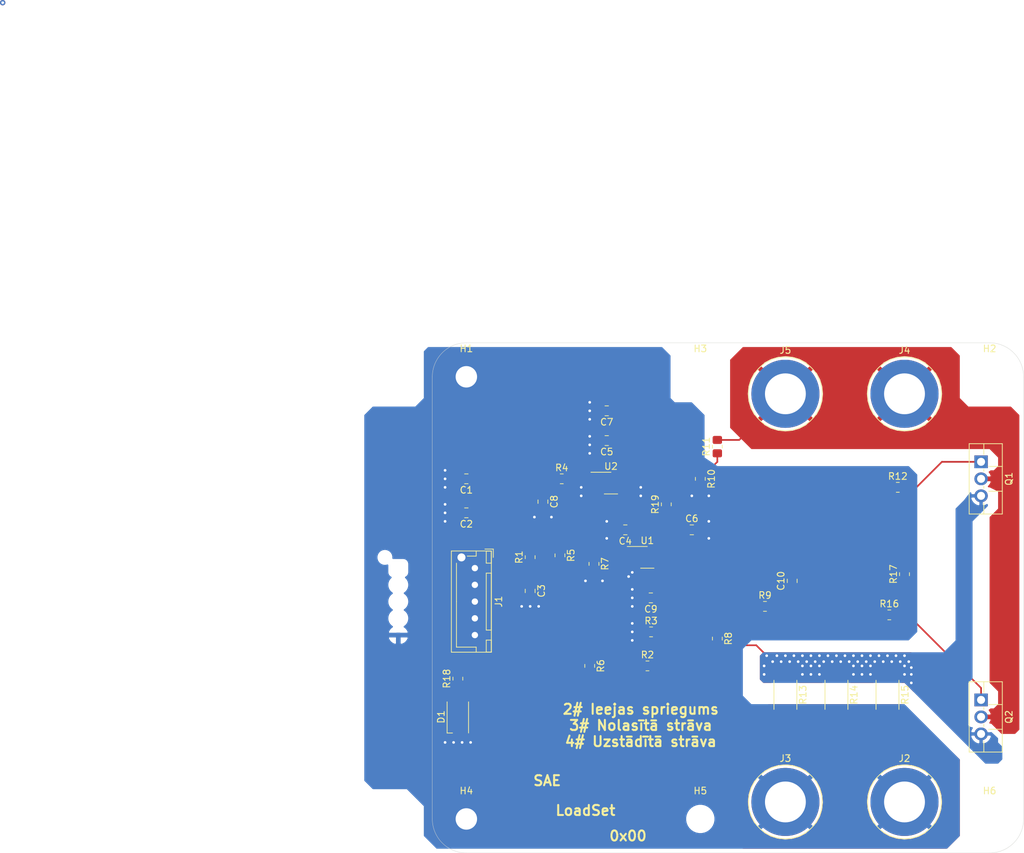
<source format=kicad_pcb>
(kicad_pcb (version 20171130) (host pcbnew "(5.1.10)-1")

  (general
    (thickness 1.6)
    (drawings 12)
    (tracks 295)
    (zones 0)
    (modules 45)
    (nets 21)
  )

  (page A4)
  (layers
    (0 F.Cu signal)
    (31 B.Cu signal hide)
    (32 B.Adhes user)
    (33 F.Adhes user)
    (34 B.Paste user)
    (35 F.Paste user)
    (36 B.SilkS user)
    (37 F.SilkS user)
    (38 B.Mask user)
    (39 F.Mask user)
    (40 Dwgs.User user)
    (41 Cmts.User user)
    (42 Eco1.User user)
    (43 Eco2.User user)
    (44 Edge.Cuts user)
    (45 Margin user)
    (46 B.CrtYd user)
    (47 F.CrtYd user)
    (48 B.Fab user)
    (49 F.Fab user)
  )

  (setup
    (last_trace_width 0.25)
    (user_trace_width 0.5)
    (trace_clearance 0.2)
    (zone_clearance 0.508)
    (zone_45_only no)
    (trace_min 0.2)
    (via_size 0.8)
    (via_drill 0.4)
    (via_min_size 0.4)
    (via_min_drill 0.3)
    (uvia_size 0.3)
    (uvia_drill 0.1)
    (uvias_allowed no)
    (uvia_min_size 0.2)
    (uvia_min_drill 0.1)
    (edge_width 0.05)
    (segment_width 0.2)
    (pcb_text_width 0.3)
    (pcb_text_size 1.5 1.5)
    (mod_edge_width 0.12)
    (mod_text_size 1 1)
    (mod_text_width 0.15)
    (pad_size 1.524 1.524)
    (pad_drill 0.762)
    (pad_to_mask_clearance 0)
    (aux_axis_origin 0 0)
    (visible_elements 7FFFFFFF)
    (pcbplotparams
      (layerselection 0x010fc_ffffffff)
      (usegerberextensions false)
      (usegerberattributes true)
      (usegerberadvancedattributes true)
      (creategerberjobfile true)
      (excludeedgelayer true)
      (linewidth 0.100000)
      (plotframeref false)
      (viasonmask false)
      (mode 1)
      (useauxorigin false)
      (hpglpennumber 1)
      (hpglpenspeed 20)
      (hpglpendiameter 15.000000)
      (psnegative false)
      (psa4output false)
      (plotreference true)
      (plotvalue true)
      (plotinvisibletext false)
      (padsonsilk false)
      (subtractmaskfromsilk false)
      (outputformat 1)
      (mirror false)
      (drillshape 1)
      (scaleselection 1)
      (outputdirectory ""))
  )

  (net 0 "")
  (net 1 GND)
  (net 2 +5V)
  (net 3 /Iread)
  (net 4 /Vread)
  (net 5 "Net-(C9-Pad1)")
  (net 6 "Net-(C10-Pad2)")
  (net 7 "Net-(C10-Pad1)")
  (net 8 /SetCurr)
  (net 9 /+Load)
  (net 10 "Net-(Q1-Pad3)")
  (net 11 "Net-(Q1-Pad1)")
  (net 12 "Net-(R1-Pad2)")
  (net 13 "Net-(R4-Pad2)")
  (net 14 "Net-(R5-Pad2)")
  (net 15 "Net-(R6-Pad1)")
  (net 16 "Net-(R8-Pad1)")
  (net 17 "Net-(R10-Pad1)")
  (net 18 "Net-(U2-Pad6)")
  (net 19 "Net-(Q2-Pad1)")
  (net 20 "Net-(D1-Pad2)")

  (net_class Default "This is the default net class."
    (clearance 0.2)
    (trace_width 0.25)
    (via_dia 0.8)
    (via_drill 0.4)
    (uvia_dia 0.3)
    (uvia_drill 0.1)
    (add_net +5V)
    (add_net /+Load)
    (add_net /Iread)
    (add_net /SetCurr)
    (add_net /Vread)
    (add_net GND)
    (add_net "Net-(C10-Pad1)")
    (add_net "Net-(C10-Pad2)")
    (add_net "Net-(C9-Pad1)")
    (add_net "Net-(D1-Pad2)")
    (add_net "Net-(Q1-Pad1)")
    (add_net "Net-(Q1-Pad3)")
    (add_net "Net-(Q2-Pad1)")
    (add_net "Net-(R1-Pad2)")
    (add_net "Net-(R10-Pad1)")
    (add_net "Net-(R4-Pad2)")
    (add_net "Net-(R5-Pad2)")
    (add_net "Net-(R6-Pad1)")
    (add_net "Net-(R8-Pad1)")
    (add_net "Net-(U2-Pad6)")
  )

  (module Resistor_SMD:R_0805_2012Metric_Pad1.20x1.40mm_HandSolder (layer F.Cu) (tedit 5F68FEEE) (tstamp 628D1A3E)
    (at 76.2 82.82 90)
    (descr "Resistor SMD 0805 (2012 Metric), square (rectangular) end terminal, IPC_7351 nominal with elongated pad for handsoldering. (Body size source: IPC-SM-782 page 72, https://www.pcb-3d.com/wordpress/wp-content/uploads/ipc-sm-782a_amendment_1_and_2.pdf), generated with kicad-footprint-generator")
    (tags "resistor handsolder")
    (path /62A9210C)
    (attr smd)
    (fp_text reference R1 (at 0 -1.65 90) (layer F.SilkS)
      (effects (font (size 1 1) (thickness 0.15)))
    )
    (fp_text value 150 (at 0 1.65 90) (layer F.Fab)
      (effects (font (size 1 1) (thickness 0.15)))
    )
    (fp_line (start 1.85 0.95) (end -1.85 0.95) (layer F.CrtYd) (width 0.05))
    (fp_line (start 1.85 -0.95) (end 1.85 0.95) (layer F.CrtYd) (width 0.05))
    (fp_line (start -1.85 -0.95) (end 1.85 -0.95) (layer F.CrtYd) (width 0.05))
    (fp_line (start -1.85 0.95) (end -1.85 -0.95) (layer F.CrtYd) (width 0.05))
    (fp_line (start -0.227064 0.735) (end 0.227064 0.735) (layer F.SilkS) (width 0.12))
    (fp_line (start -0.227064 -0.735) (end 0.227064 -0.735) (layer F.SilkS) (width 0.12))
    (fp_line (start 1 0.625) (end -1 0.625) (layer F.Fab) (width 0.1))
    (fp_line (start 1 -0.625) (end 1 0.625) (layer F.Fab) (width 0.1))
    (fp_line (start -1 -0.625) (end 1 -0.625) (layer F.Fab) (width 0.1))
    (fp_line (start -1 0.625) (end -1 -0.625) (layer F.Fab) (width 0.1))
    (fp_text user %R (at 0 0 90) (layer F.Fab)
      (effects (font (size 0.5 0.5) (thickness 0.08)))
    )
    (pad 2 smd roundrect (at 1 0 90) (size 1.2 1.4) (layers F.Cu F.Paste F.Mask) (roundrect_rratio 0.208333)
      (net 12 "Net-(R1-Pad2)"))
    (pad 1 smd roundrect (at -1 0 90) (size 1.2 1.4) (layers F.Cu F.Paste F.Mask) (roundrect_rratio 0.208333)
      (net 3 /Iread))
    (model ${KISYS3DMOD}/Resistor_SMD.3dshapes/R_0805_2012Metric.wrl
      (at (xyz 0 0 0))
      (scale (xyz 1 1 1))
      (rotate (xyz 0 0 0))
    )
  )

  (module Resistor_SMD:R_0805_2012Metric_Pad1.20x1.40mm_HandSolder (layer F.Cu) (tedit 5F68FEEE) (tstamp 628DB3B5)
    (at 96.52 74.93 90)
    (descr "Resistor SMD 0805 (2012 Metric), square (rectangular) end terminal, IPC_7351 nominal with elongated pad for handsoldering. (Body size source: IPC-SM-782 page 72, https://www.pcb-3d.com/wordpress/wp-content/uploads/ipc-sm-782a_amendment_1_and_2.pdf), generated with kicad-footprint-generator")
    (tags "resistor handsolder")
    (path /62C94359)
    (attr smd)
    (fp_text reference R19 (at 0 -1.65 90) (layer F.SilkS)
      (effects (font (size 1 1) (thickness 0.15)))
    )
    (fp_text value 0 (at 0 1.65 90) (layer F.Fab)
      (effects (font (size 1 1) (thickness 0.15)))
    )
    (fp_line (start 1.85 0.95) (end -1.85 0.95) (layer F.CrtYd) (width 0.05))
    (fp_line (start 1.85 -0.95) (end 1.85 0.95) (layer F.CrtYd) (width 0.05))
    (fp_line (start -1.85 -0.95) (end 1.85 -0.95) (layer F.CrtYd) (width 0.05))
    (fp_line (start -1.85 0.95) (end -1.85 -0.95) (layer F.CrtYd) (width 0.05))
    (fp_line (start -0.227064 0.735) (end 0.227064 0.735) (layer F.SilkS) (width 0.12))
    (fp_line (start -0.227064 -0.735) (end 0.227064 -0.735) (layer F.SilkS) (width 0.12))
    (fp_line (start 1 0.625) (end -1 0.625) (layer F.Fab) (width 0.1))
    (fp_line (start 1 -0.625) (end 1 0.625) (layer F.Fab) (width 0.1))
    (fp_line (start -1 -0.625) (end 1 -0.625) (layer F.Fab) (width 0.1))
    (fp_line (start -1 0.625) (end -1 -0.625) (layer F.Fab) (width 0.1))
    (fp_text user %R (at 0 0 90) (layer F.Fab)
      (effects (font (size 0.5 0.5) (thickness 0.08)))
    )
    (pad 2 smd roundrect (at 1 0 90) (size 1.2 1.4) (layers F.Cu F.Paste F.Mask) (roundrect_rratio 0.208333)
      (net 2 +5V))
    (pad 1 smd roundrect (at -1 0 90) (size 1.2 1.4) (layers F.Cu F.Paste F.Mask) (roundrect_rratio 0.208333)
      (net 2 +5V))
    (model ${KISYS3DMOD}/Resistor_SMD.3dshapes/R_0805_2012Metric.wrl
      (at (xyz 0 0 0))
      (scale (xyz 1 1 1))
      (rotate (xyz 0 0 0))
    )
  )

  (module Resistor_SMD:R_0805_2012Metric_Pad1.20x1.40mm_HandSolder (layer F.Cu) (tedit 5F68FEEE) (tstamp 628D7AE9)
    (at 65.405 100.965 90)
    (descr "Resistor SMD 0805 (2012 Metric), square (rectangular) end terminal, IPC_7351 nominal with elongated pad for handsoldering. (Body size source: IPC-SM-782 page 72, https://www.pcb-3d.com/wordpress/wp-content/uploads/ipc-sm-782a_amendment_1_and_2.pdf), generated with kicad-footprint-generator")
    (tags "resistor handsolder")
    (path /62BF778A)
    (attr smd)
    (fp_text reference R18 (at 0 -1.65 90) (layer F.SilkS)
      (effects (font (size 1 1) (thickness 0.15)))
    )
    (fp_text value 150 (at 0 1.65 90) (layer F.Fab)
      (effects (font (size 1 1) (thickness 0.15)))
    )
    (fp_line (start 1.85 0.95) (end -1.85 0.95) (layer F.CrtYd) (width 0.05))
    (fp_line (start 1.85 -0.95) (end 1.85 0.95) (layer F.CrtYd) (width 0.05))
    (fp_line (start -1.85 -0.95) (end 1.85 -0.95) (layer F.CrtYd) (width 0.05))
    (fp_line (start -1.85 0.95) (end -1.85 -0.95) (layer F.CrtYd) (width 0.05))
    (fp_line (start -0.227064 0.735) (end 0.227064 0.735) (layer F.SilkS) (width 0.12))
    (fp_line (start -0.227064 -0.735) (end 0.227064 -0.735) (layer F.SilkS) (width 0.12))
    (fp_line (start 1 0.625) (end -1 0.625) (layer F.Fab) (width 0.1))
    (fp_line (start 1 -0.625) (end 1 0.625) (layer F.Fab) (width 0.1))
    (fp_line (start -1 -0.625) (end 1 -0.625) (layer F.Fab) (width 0.1))
    (fp_line (start -1 0.625) (end -1 -0.625) (layer F.Fab) (width 0.1))
    (fp_text user %R (at 0 0 90) (layer F.Fab)
      (effects (font (size 0.5 0.5) (thickness 0.08)))
    )
    (pad 2 smd roundrect (at 1 0 90) (size 1.2 1.4) (layers F.Cu F.Paste F.Mask) (roundrect_rratio 0.208333)
      (net 2 +5V))
    (pad 1 smd roundrect (at -1 0 90) (size 1.2 1.4) (layers F.Cu F.Paste F.Mask) (roundrect_rratio 0.208333)
      (net 20 "Net-(D1-Pad2)"))
    (model ${KISYS3DMOD}/Resistor_SMD.3dshapes/R_0805_2012Metric.wrl
      (at (xyz 0 0 0))
      (scale (xyz 1 1 1))
      (rotate (xyz 0 0 0))
    )
  )

  (module LED_SMD:LED_PLCC-2 (layer F.Cu) (tedit 59959404) (tstamp 628D7754)
    (at 65.405 106.68 90)
    (descr "LED PLCC-2 SMD package")
    (tags "LED PLCC-2 SMD")
    (path /62BF0CAE)
    (attr smd)
    (fp_text reference D1 (at 0 -2.5 90) (layer F.SilkS)
      (effects (font (size 1 1) (thickness 0.15)))
    )
    (fp_text value LED (at 0 2.5 90) (layer F.Fab)
      (effects (font (size 1 1) (thickness 0.15)))
    )
    (fp_line (start -2.4 -1.6) (end -2.4 -0.8) (layer F.SilkS) (width 0.12))
    (fp_line (start 2.25 -1.6) (end -2.4 -1.6) (layer F.SilkS) (width 0.12))
    (fp_line (start 2.25 1.6) (end -2.4 1.6) (layer F.SilkS) (width 0.12))
    (fp_line (start -2.65 1.85) (end -2.65 -1.85) (layer F.CrtYd) (width 0.05))
    (fp_line (start 2.5 1.85) (end -2.65 1.85) (layer F.CrtYd) (width 0.05))
    (fp_line (start 2.5 -1.85) (end 2.5 1.85) (layer F.CrtYd) (width 0.05))
    (fp_line (start -2.65 -1.85) (end 2.5 -1.85) (layer F.CrtYd) (width 0.05))
    (fp_line (start -1.7 1.5) (end 1.7 1.5) (layer F.Fab) (width 0.1))
    (fp_line (start -1.7 -1.5) (end -1.7 1.5) (layer F.Fab) (width 0.1))
    (fp_line (start 1.7 -1.5) (end -1.7 -1.5) (layer F.Fab) (width 0.1))
    (fp_line (start 1.7 1.5) (end 1.7 -1.5) (layer F.Fab) (width 0.1))
    (fp_line (start -1.7 -0.6) (end -0.8 -1.5) (layer F.Fab) (width 0.1))
    (fp_circle (center 0 0) (end 0 -1.25) (layer F.Fab) (width 0.1))
    (fp_text user %R (at 0 0 90) (layer F.Fab)
      (effects (font (size 0.4 0.4) (thickness 0.1)))
    )
    (pad 2 smd rect (at 1.5 0 90) (size 1.5 2.6) (layers F.Cu F.Paste F.Mask)
      (net 20 "Net-(D1-Pad2)"))
    (pad 1 smd rect (at -1.5 0 90) (size 1.5 2.6) (layers F.Cu F.Paste F.Mask)
      (net 1 GND))
    (model ${KISYS3DMOD}/LED_SMD.3dshapes/LED_PLCC-2.wrl
      (at (xyz 0 0 0))
      (scale (xyz 1 1 1))
      (rotate (xyz 0 0 0))
    )
  )

  (module Resistor_SMD:R_0805_2012Metric_Pad1.20x1.40mm_HandSolder (layer F.Cu) (tedit 5F68FEEE) (tstamp 628D5EDC)
    (at 132.08 85.36 90)
    (descr "Resistor SMD 0805 (2012 Metric), square (rectangular) end terminal, IPC_7351 nominal with elongated pad for handsoldering. (Body size source: IPC-SM-782 page 72, https://www.pcb-3d.com/wordpress/wp-content/uploads/ipc-sm-782a_amendment_1_and_2.pdf), generated with kicad-footprint-generator")
    (tags "resistor handsolder")
    (path /62BA89BC)
    (attr smd)
    (fp_text reference R17 (at 0 -1.65 90) (layer F.SilkS)
      (effects (font (size 1 1) (thickness 0.15)))
    )
    (fp_text value 150 (at 0 1.65 90) (layer F.Fab)
      (effects (font (size 1 1) (thickness 0.15)))
    )
    (fp_line (start 1.85 0.95) (end -1.85 0.95) (layer F.CrtYd) (width 0.05))
    (fp_line (start 1.85 -0.95) (end 1.85 0.95) (layer F.CrtYd) (width 0.05))
    (fp_line (start -1.85 -0.95) (end 1.85 -0.95) (layer F.CrtYd) (width 0.05))
    (fp_line (start -1.85 0.95) (end -1.85 -0.95) (layer F.CrtYd) (width 0.05))
    (fp_line (start -0.227064 0.735) (end 0.227064 0.735) (layer F.SilkS) (width 0.12))
    (fp_line (start -0.227064 -0.735) (end 0.227064 -0.735) (layer F.SilkS) (width 0.12))
    (fp_line (start 1 0.625) (end -1 0.625) (layer F.Fab) (width 0.1))
    (fp_line (start 1 -0.625) (end 1 0.625) (layer F.Fab) (width 0.1))
    (fp_line (start -1 -0.625) (end 1 -0.625) (layer F.Fab) (width 0.1))
    (fp_line (start -1 0.625) (end -1 -0.625) (layer F.Fab) (width 0.1))
    (fp_text user %R (at 0 0 90) (layer F.Fab)
      (effects (font (size 0.5 0.5) (thickness 0.08)))
    )
    (pad 2 smd roundrect (at 1 0 90) (size 1.2 1.4) (layers F.Cu F.Paste F.Mask) (roundrect_rratio 0.208333)
      (net 11 "Net-(Q1-Pad1)"))
    (pad 1 smd roundrect (at -1 0 90) (size 1.2 1.4) (layers F.Cu F.Paste F.Mask) (roundrect_rratio 0.208333)
      (net 19 "Net-(Q2-Pad1)"))
    (model ${KISYS3DMOD}/Resistor_SMD.3dshapes/R_0805_2012Metric.wrl
      (at (xyz 0 0 0))
      (scale (xyz 1 1 1))
      (rotate (xyz 0 0 0))
    )
  )

  (module Resistor_SMD:R_0805_2012Metric_Pad1.20x1.40mm_HandSolder (layer F.Cu) (tedit 5F68FEEE) (tstamp 628D5ECB)
    (at 129.81 91.44)
    (descr "Resistor SMD 0805 (2012 Metric), square (rectangular) end terminal, IPC_7351 nominal with elongated pad for handsoldering. (Body size source: IPC-SM-782 page 72, https://www.pcb-3d.com/wordpress/wp-content/uploads/ipc-sm-782a_amendment_1_and_2.pdf), generated with kicad-footprint-generator")
    (tags "resistor handsolder")
    (path /62B9FA07)
    (attr smd)
    (fp_text reference R16 (at 0 -1.65) (layer F.SilkS)
      (effects (font (size 1 1) (thickness 0.15)))
    )
    (fp_text value 150 (at 0 1.65) (layer F.Fab)
      (effects (font (size 1 1) (thickness 0.15)))
    )
    (fp_line (start 1.85 0.95) (end -1.85 0.95) (layer F.CrtYd) (width 0.05))
    (fp_line (start 1.85 -0.95) (end 1.85 0.95) (layer F.CrtYd) (width 0.05))
    (fp_line (start -1.85 -0.95) (end 1.85 -0.95) (layer F.CrtYd) (width 0.05))
    (fp_line (start -1.85 0.95) (end -1.85 -0.95) (layer F.CrtYd) (width 0.05))
    (fp_line (start -0.227064 0.735) (end 0.227064 0.735) (layer F.SilkS) (width 0.12))
    (fp_line (start -0.227064 -0.735) (end 0.227064 -0.735) (layer F.SilkS) (width 0.12))
    (fp_line (start 1 0.625) (end -1 0.625) (layer F.Fab) (width 0.1))
    (fp_line (start 1 -0.625) (end 1 0.625) (layer F.Fab) (width 0.1))
    (fp_line (start -1 -0.625) (end 1 -0.625) (layer F.Fab) (width 0.1))
    (fp_line (start -1 0.625) (end -1 -0.625) (layer F.Fab) (width 0.1))
    (fp_text user %R (at 0 0) (layer F.Fab)
      (effects (font (size 0.5 0.5) (thickness 0.08)))
    )
    (pad 2 smd roundrect (at 1 0) (size 1.2 1.4) (layers F.Cu F.Paste F.Mask) (roundrect_rratio 0.208333)
      (net 19 "Net-(Q2-Pad1)"))
    (pad 1 smd roundrect (at -1 0) (size 1.2 1.4) (layers F.Cu F.Paste F.Mask) (roundrect_rratio 0.208333)
      (net 6 "Net-(C10-Pad2)"))
    (model ${KISYS3DMOD}/Resistor_SMD.3dshapes/R_0805_2012Metric.wrl
      (at (xyz 0 0 0))
      (scale (xyz 1 1 1))
      (rotate (xyz 0 0 0))
    )
  )

  (module Package_TO_SOT_THT:TO-220F-3_Vertical (layer F.Cu) (tedit 5AC8BA0D) (tstamp 628D5CDA)
    (at 143.51 104.14 270)
    (descr "TO-220F-3, Vertical, RM 2.54mm, see http://www.st.com/resource/en/datasheet/stp20nm60.pdf")
    (tags "TO-220F-3 Vertical RM 2.54mm")
    (path /62B8A31E)
    (fp_text reference Q2 (at 2.54 -4.1675 90) (layer F.SilkS)
      (effects (font (size 1 1) (thickness 0.15)))
    )
    (fp_text value Q_NMOS_GDS (at 2.54 2.9025 90) (layer F.Fab)
      (effects (font (size 1 1) (thickness 0.15)))
    )
    (fp_line (start 7.92 -3.3) (end -2.84 -3.3) (layer F.CrtYd) (width 0.05))
    (fp_line (start 7.92 1.91) (end 7.92 -3.3) (layer F.CrtYd) (width 0.05))
    (fp_line (start -2.84 1.91) (end 7.92 1.91) (layer F.CrtYd) (width 0.05))
    (fp_line (start -2.84 -3.3) (end -2.84 1.91) (layer F.CrtYd) (width 0.05))
    (fp_line (start 4.391 -3.168) (end 4.391 -1.15) (layer F.SilkS) (width 0.12))
    (fp_line (start 0.69 -3.168) (end 0.69 -1.15) (layer F.SilkS) (width 0.12))
    (fp_line (start 6.183 -0.408) (end 7.79 -0.408) (layer F.SilkS) (width 0.12))
    (fp_line (start 3.643 -0.408) (end 3.978 -0.408) (layer F.SilkS) (width 0.12))
    (fp_line (start 1.103 -0.408) (end 1.438 -0.408) (layer F.SilkS) (width 0.12))
    (fp_line (start -2.71 -0.408) (end -1.103 -0.408) (layer F.SilkS) (width 0.12))
    (fp_line (start 7.79 -3.168) (end 7.79 1.773) (layer F.SilkS) (width 0.12))
    (fp_line (start -2.71 -3.168) (end -2.71 1.773) (layer F.SilkS) (width 0.12))
    (fp_line (start -2.71 1.773) (end 7.79 1.773) (layer F.SilkS) (width 0.12))
    (fp_line (start -2.71 -3.168) (end 7.79 -3.168) (layer F.SilkS) (width 0.12))
    (fp_line (start 4.39 -3.0475) (end 4.39 -0.5275) (layer F.Fab) (width 0.1))
    (fp_line (start 0.69 -3.0475) (end 0.69 -0.5275) (layer F.Fab) (width 0.1))
    (fp_line (start -2.59 -0.5275) (end 7.67 -0.5275) (layer F.Fab) (width 0.1))
    (fp_line (start 7.67 -3.0475) (end -2.59 -3.0475) (layer F.Fab) (width 0.1))
    (fp_line (start 7.67 1.6525) (end 7.67 -3.0475) (layer F.Fab) (width 0.1))
    (fp_line (start -2.59 1.6525) (end 7.67 1.6525) (layer F.Fab) (width 0.1))
    (fp_line (start -2.59 -3.0475) (end -2.59 1.6525) (layer F.Fab) (width 0.1))
    (fp_text user %R (at 2.54 -4.1675 90) (layer F.Fab)
      (effects (font (size 1 1) (thickness 0.15)))
    )
    (pad 3 thru_hole oval (at 5.08 0 270) (size 1.905 2) (drill 1.2) (layers *.Cu *.Mask)
      (net 10 "Net-(Q1-Pad3)"))
    (pad 2 thru_hole oval (at 2.54 0 270) (size 1.905 2) (drill 1.2) (layers *.Cu *.Mask)
      (net 9 /+Load))
    (pad 1 thru_hole rect (at 0 0 270) (size 1.905 2) (drill 1.2) (layers *.Cu *.Mask)
      (net 19 "Net-(Q2-Pad1)"))
    (model ${KISYS3DMOD}/Package_TO_SOT_THT.3dshapes/TO-220F-3_Vertical.wrl
      (at (xyz 0 0 0))
      (scale (xyz 1 1 1))
      (rotate (xyz 0 0 0))
    )
  )

  (module MountingHole:MountingHole_3.2mm_M3 (layer F.Cu) (tedit 56D1B4CB) (tstamp 628D481C)
    (at 144.78 121.92)
    (descr "Mounting Hole 3.2mm, no annular, M3")
    (tags "mounting hole 3.2mm no annular m3")
    (path /62B5BDC4)
    (attr virtual)
    (fp_text reference H6 (at 0 -4.2) (layer F.SilkS)
      (effects (font (size 1 1) (thickness 0.15)))
    )
    (fp_text value MountingHole (at 0 4.2) (layer F.Fab)
      (effects (font (size 1 1) (thickness 0.15)))
    )
    (fp_circle (center 0 0) (end 3.45 0) (layer F.CrtYd) (width 0.05))
    (fp_circle (center 0 0) (end 3.2 0) (layer Cmts.User) (width 0.15))
    (fp_text user %R (at 0.3 0) (layer F.Fab)
      (effects (font (size 1 1) (thickness 0.15)))
    )
    (pad 1 np_thru_hole circle (at 0 0) (size 3.2 3.2) (drill 3.2) (layers *.Cu *.Mask))
  )

  (module MountingHole:MountingHole_3.2mm_M3 (layer F.Cu) (tedit 56D1B4CB) (tstamp 628D4814)
    (at 101.6 121.92)
    (descr "Mounting Hole 3.2mm, no annular, M3")
    (tags "mounting hole 3.2mm no annular m3")
    (path /62B58030)
    (attr virtual)
    (fp_text reference H5 (at 0 -4.2) (layer F.SilkS)
      (effects (font (size 1 1) (thickness 0.15)))
    )
    (fp_text value MountingHole (at 0 4.2) (layer F.Fab)
      (effects (font (size 1 1) (thickness 0.15)))
    )
    (fp_circle (center 0 0) (end 3.45 0) (layer F.CrtYd) (width 0.05))
    (fp_circle (center 0 0) (end 3.2 0) (layer Cmts.User) (width 0.15))
    (fp_text user %R (at 0.3 0) (layer F.Fab)
      (effects (font (size 1 1) (thickness 0.15)))
    )
    (pad 1 np_thru_hole circle (at 0 0) (size 3.2 3.2) (drill 3.2) (layers *.Cu *.Mask))
  )

  (module MountingHole:MountingHole_3.2mm_M3 (layer F.Cu) (tedit 56D1B4CB) (tstamp 628D480C)
    (at 66.675 121.92)
    (descr "Mounting Hole 3.2mm, no annular, M3")
    (tags "mounting hole 3.2mm no annular m3")
    (path /62B54215)
    (attr virtual)
    (fp_text reference H4 (at 0 -4.2) (layer F.SilkS)
      (effects (font (size 1 1) (thickness 0.15)))
    )
    (fp_text value MountingHole (at 0 4.2) (layer F.Fab)
      (effects (font (size 1 1) (thickness 0.15)))
    )
    (fp_circle (center 0 0) (end 3.45 0) (layer F.CrtYd) (width 0.05))
    (fp_circle (center 0 0) (end 3.2 0) (layer Cmts.User) (width 0.15))
    (fp_text user %R (at 0.3 0) (layer F.Fab)
      (effects (font (size 1 1) (thickness 0.15)))
    )
    (pad 1 np_thru_hole circle (at 0 0) (size 3.2 3.2) (drill 3.2) (layers *.Cu *.Mask))
  )

  (module MountingHole:MountingHole_3.2mm_M3 (layer F.Cu) (tedit 56D1B4CB) (tstamp 628D4804)
    (at 101.6 55.88)
    (descr "Mounting Hole 3.2mm, no annular, M3")
    (tags "mounting hole 3.2mm no annular m3")
    (path /62B50437)
    (attr virtual)
    (fp_text reference H3 (at 0 -4.2) (layer F.SilkS)
      (effects (font (size 1 1) (thickness 0.15)))
    )
    (fp_text value MountingHole (at 0 4.2) (layer F.Fab)
      (effects (font (size 1 1) (thickness 0.15)))
    )
    (fp_circle (center 0 0) (end 3.45 0) (layer F.CrtYd) (width 0.05))
    (fp_circle (center 0 0) (end 3.2 0) (layer Cmts.User) (width 0.15))
    (fp_text user %R (at 0.3 0) (layer F.Fab)
      (effects (font (size 1 1) (thickness 0.15)))
    )
    (pad 1 np_thru_hole circle (at 0 0) (size 3.2 3.2) (drill 3.2) (layers *.Cu *.Mask))
  )

  (module MountingHole:MountingHole_3.2mm_M3 (layer F.Cu) (tedit 56D1B4CB) (tstamp 628D47FC)
    (at 144.78 55.88)
    (descr "Mounting Hole 3.2mm, no annular, M3")
    (tags "mounting hole 3.2mm no annular m3")
    (path /62B4C525)
    (attr virtual)
    (fp_text reference H2 (at 0 -4.2) (layer F.SilkS)
      (effects (font (size 1 1) (thickness 0.15)))
    )
    (fp_text value MountingHole (at 0 4.2) (layer F.Fab)
      (effects (font (size 1 1) (thickness 0.15)))
    )
    (fp_circle (center 0 0) (end 3.45 0) (layer F.CrtYd) (width 0.05))
    (fp_circle (center 0 0) (end 3.2 0) (layer Cmts.User) (width 0.15))
    (fp_text user %R (at 0.3 0) (layer F.Fab)
      (effects (font (size 1 1) (thickness 0.15)))
    )
    (pad 1 np_thru_hole circle (at 0 0) (size 3.2 3.2) (drill 3.2) (layers *.Cu *.Mask))
  )

  (module MountingHole:MountingHole_3.2mm_M3 (layer F.Cu) (tedit 56D1B4CB) (tstamp 628D47F4)
    (at 66.675 55.88)
    (descr "Mounting Hole 3.2mm, no annular, M3")
    (tags "mounting hole 3.2mm no annular m3")
    (path /62B47410)
    (attr virtual)
    (fp_text reference H1 (at 0 -4.2) (layer F.SilkS)
      (effects (font (size 1 1) (thickness 0.15)))
    )
    (fp_text value MountingHole (at 0 4.2) (layer F.Fab)
      (effects (font (size 1 1) (thickness 0.15)))
    )
    (fp_circle (center 0 0) (end 3.45 0) (layer F.CrtYd) (width 0.05))
    (fp_circle (center 0 0) (end 3.2 0) (layer Cmts.User) (width 0.15))
    (fp_text user %R (at 0.3 0) (layer F.Fab)
      (effects (font (size 1 1) (thickness 0.15)))
    )
    (pad 1 np_thru_hole circle (at 0 0) (size 3.2 3.2) (drill 3.2) (layers *.Cu *.Mask))
  )

  (module Package_SO:VSSOP-8_3.0x3.0mm_P0.65mm (layer F.Cu) (tedit 5A02F25C) (tstamp 628D1B5C)
    (at 88.265 71.755)
    (descr "VSSOP-8 3.0 x 3.0, http://www.ti.com/lit/ds/symlink/lm75b.pdf")
    (tags "VSSOP-8 3.0 x 3.0")
    (path /629B24C0)
    (attr smd)
    (fp_text reference U2 (at 0 -2.5) (layer F.SilkS)
      (effects (font (size 1 1) (thickness 0.15)))
    )
    (fp_text value OPA2333xxDGK (at 0.02 2.73) (layer F.Fab)
      (effects (font (size 1 1) (thickness 0.15)))
    )
    (fp_line (start 1.5 -1.5) (end 1.5 1.5) (layer F.Fab) (width 0.1))
    (fp_line (start 1.5 1.5) (end -1.5 1.5) (layer F.Fab) (width 0.1))
    (fp_line (start -1.5 1.5) (end -1.5 -0.5) (layer F.Fab) (width 0.1))
    (fp_line (start -0.5 -1.5) (end 1.5 -1.5) (layer F.Fab) (width 0.1))
    (fp_line (start -0.5 -1.5) (end -1.5 -0.5) (layer F.Fab) (width 0.1))
    (fp_line (start 0 -1.62) (end -3 -1.62) (layer F.SilkS) (width 0.12))
    (fp_line (start 1 1.62) (end -1 1.62) (layer F.SilkS) (width 0.12))
    (fp_line (start 3.48 -1.75) (end 3.48 1.75) (layer F.CrtYd) (width 0.05))
    (fp_line (start 3.48 1.75) (end -3.48 1.75) (layer F.CrtYd) (width 0.05))
    (fp_line (start -3.48 1.75) (end -3.48 -1.75) (layer F.CrtYd) (width 0.05))
    (fp_line (start -3.48 -1.75) (end 3.48 -1.75) (layer F.CrtYd) (width 0.05))
    (fp_text user %R (at 0 0) (layer F.Fab)
      (effects (font (size 0.5 0.5) (thickness 0.1)))
    )
    (pad 8 smd rect (at 2.2 -0.975 270) (size 0.45 1.45) (layers F.Cu F.Paste F.Mask)
      (net 2 +5V))
    (pad 7 smd rect (at 2.2 -0.325 270) (size 0.45 1.45) (layers F.Cu F.Paste F.Mask)
      (net 18 "Net-(U2-Pad6)"))
    (pad 6 smd rect (at 2.2 0.325 270) (size 0.45 1.45) (layers F.Cu F.Paste F.Mask)
      (net 18 "Net-(U2-Pad6)"))
    (pad 5 smd rect (at 2.2 0.975 270) (size 0.45 1.45) (layers F.Cu F.Paste F.Mask)
      (net 1 GND))
    (pad 4 smd rect (at -2.2 0.975 270) (size 0.45 1.45) (layers F.Cu F.Paste F.Mask)
      (net 1 GND))
    (pad 3 smd rect (at -2.2 0.325 270) (size 0.45 1.45) (layers F.Cu F.Paste F.Mask)
      (net 17 "Net-(R10-Pad1)"))
    (pad 2 smd rect (at -2.2 -0.325 270) (size 0.45 1.45) (layers F.Cu F.Paste F.Mask)
      (net 13 "Net-(R4-Pad2)"))
    (pad 1 smd rect (at -2.2 -0.975 270) (size 0.45 1.45) (layers F.Cu F.Paste F.Mask)
      (net 13 "Net-(R4-Pad2)"))
    (model ${KISYS3DMOD}/Package_SO.3dshapes/VSSOP-8_3.0x3.0mm_P0.65mm.wrl
      (at (xyz 0 0 0))
      (scale (xyz 1 1 1))
      (rotate (xyz 0 0 0))
    )
  )

  (module Package_SO:VSSOP-8_3.0x3.0mm_P0.65mm (layer F.Cu) (tedit 5A02F25C) (tstamp 628D1B44)
    (at 93.685 82.845)
    (descr "VSSOP-8 3.0 x 3.0, http://www.ti.com/lit/ds/symlink/lm75b.pdf")
    (tags "VSSOP-8 3.0 x 3.0")
    (path /629B6F9E)
    (attr smd)
    (fp_text reference U1 (at 0 -2.5) (layer F.SilkS)
      (effects (font (size 1 1) (thickness 0.15)))
    )
    (fp_text value OPA2333xxDGK (at 0.02 2.73) (layer F.Fab)
      (effects (font (size 1 1) (thickness 0.15)))
    )
    (fp_line (start 1.5 -1.5) (end 1.5 1.5) (layer F.Fab) (width 0.1))
    (fp_line (start 1.5 1.5) (end -1.5 1.5) (layer F.Fab) (width 0.1))
    (fp_line (start -1.5 1.5) (end -1.5 -0.5) (layer F.Fab) (width 0.1))
    (fp_line (start -0.5 -1.5) (end 1.5 -1.5) (layer F.Fab) (width 0.1))
    (fp_line (start -0.5 -1.5) (end -1.5 -0.5) (layer F.Fab) (width 0.1))
    (fp_line (start 0 -1.62) (end -3 -1.62) (layer F.SilkS) (width 0.12))
    (fp_line (start 1 1.62) (end -1 1.62) (layer F.SilkS) (width 0.12))
    (fp_line (start 3.48 -1.75) (end 3.48 1.75) (layer F.CrtYd) (width 0.05))
    (fp_line (start 3.48 1.75) (end -3.48 1.75) (layer F.CrtYd) (width 0.05))
    (fp_line (start -3.48 1.75) (end -3.48 -1.75) (layer F.CrtYd) (width 0.05))
    (fp_line (start -3.48 -1.75) (end 3.48 -1.75) (layer F.CrtYd) (width 0.05))
    (fp_text user %R (at 0 0) (layer F.Fab)
      (effects (font (size 0.5 0.5) (thickness 0.1)))
    )
    (pad 8 smd rect (at 2.2 -0.975 270) (size 0.45 1.45) (layers F.Cu F.Paste F.Mask)
      (net 2 +5V))
    (pad 7 smd rect (at 2.2 -0.325 270) (size 0.45 1.45) (layers F.Cu F.Paste F.Mask)
      (net 6 "Net-(C10-Pad2)"))
    (pad 6 smd rect (at 2.2 0.325 270) (size 0.45 1.45) (layers F.Cu F.Paste F.Mask)
      (net 16 "Net-(R8-Pad1)"))
    (pad 5 smd rect (at 2.2 0.975 270) (size 0.45 1.45) (layers F.Cu F.Paste F.Mask)
      (net 5 "Net-(C9-Pad1)"))
    (pad 4 smd rect (at -2.2 0.975 270) (size 0.45 1.45) (layers F.Cu F.Paste F.Mask)
      (net 1 GND))
    (pad 3 smd rect (at -2.2 0.325 270) (size 0.45 1.45) (layers F.Cu F.Paste F.Mask)
      (net 15 "Net-(R6-Pad1)"))
    (pad 2 smd rect (at -2.2 -0.325 270) (size 0.45 1.45) (layers F.Cu F.Paste F.Mask)
      (net 14 "Net-(R5-Pad2)"))
    (pad 1 smd rect (at -2.2 -0.975 270) (size 0.45 1.45) (layers F.Cu F.Paste F.Mask)
      (net 12 "Net-(R1-Pad2)"))
    (model ${KISYS3DMOD}/Package_SO.3dshapes/VSSOP-8_3.0x3.0mm_P0.65mm.wrl
      (at (xyz 0 0 0))
      (scale (xyz 1 1 1))
      (rotate (xyz 0 0 0))
    )
  )

  (module Resistor_SMD:R_2512_6332Metric_Pad1.40x3.35mm_HandSolder (layer F.Cu) (tedit 5F68FEEE) (tstamp 628D1B2C)
    (at 129.54 103.38 270)
    (descr "Resistor SMD 2512 (6332 Metric), square (rectangular) end terminal, IPC_7351 nominal with elongated pad for handsoldering. (Body size source: IPC-SM-782 page 72, https://www.pcb-3d.com/wordpress/wp-content/uploads/ipc-sm-782a_amendment_1_and_2.pdf), generated with kicad-footprint-generator")
    (tags "resistor handsolder")
    (path /62AF072F)
    (attr smd)
    (fp_text reference R15 (at 0 -2.62 90) (layer F.SilkS)
      (effects (font (size 1 1) (thickness 0.15)))
    )
    (fp_text value 0.3 (at 0 2.62 90) (layer F.Fab)
      (effects (font (size 1 1) (thickness 0.15)))
    )
    (fp_line (start 4 1.92) (end -4 1.92) (layer F.CrtYd) (width 0.05))
    (fp_line (start 4 -1.92) (end 4 1.92) (layer F.CrtYd) (width 0.05))
    (fp_line (start -4 -1.92) (end 4 -1.92) (layer F.CrtYd) (width 0.05))
    (fp_line (start -4 1.92) (end -4 -1.92) (layer F.CrtYd) (width 0.05))
    (fp_line (start -2.177064 1.71) (end 2.177064 1.71) (layer F.SilkS) (width 0.12))
    (fp_line (start -2.177064 -1.71) (end 2.177064 -1.71) (layer F.SilkS) (width 0.12))
    (fp_line (start 3.15 1.6) (end -3.15 1.6) (layer F.Fab) (width 0.1))
    (fp_line (start 3.15 -1.6) (end 3.15 1.6) (layer F.Fab) (width 0.1))
    (fp_line (start -3.15 -1.6) (end 3.15 -1.6) (layer F.Fab) (width 0.1))
    (fp_line (start -3.15 1.6) (end -3.15 -1.6) (layer F.Fab) (width 0.1))
    (fp_text user %R (at 0 0 90) (layer F.Fab)
      (effects (font (size 1 1) (thickness 0.15)))
    )
    (pad 2 smd roundrect (at 3.05 0 270) (size 1.4 3.35) (layers F.Cu F.Paste F.Mask) (roundrect_rratio 0.178571)
      (net 1 GND))
    (pad 1 smd roundrect (at -3.05 0 270) (size 1.4 3.35) (layers F.Cu F.Paste F.Mask) (roundrect_rratio 0.178571)
      (net 10 "Net-(Q1-Pad3)"))
    (model ${KISYS3DMOD}/Resistor_SMD.3dshapes/R_2512_6332Metric.wrl
      (at (xyz 0 0 0))
      (scale (xyz 1 1 1))
      (rotate (xyz 0 0 0))
    )
  )

  (module Resistor_SMD:R_2512_6332Metric_Pad1.40x3.35mm_HandSolder (layer F.Cu) (tedit 5F68FEEE) (tstamp 628D1B1B)
    (at 121.92 103.38 270)
    (descr "Resistor SMD 2512 (6332 Metric), square (rectangular) end terminal, IPC_7351 nominal with elongated pad for handsoldering. (Body size source: IPC-SM-782 page 72, https://www.pcb-3d.com/wordpress/wp-content/uploads/ipc-sm-782a_amendment_1_and_2.pdf), generated with kicad-footprint-generator")
    (tags "resistor handsolder")
    (path /62AECA90)
    (attr smd)
    (fp_text reference R14 (at 0 -2.62 90) (layer F.SilkS)
      (effects (font (size 1 1) (thickness 0.15)))
    )
    (fp_text value 0.3 (at 0 2.62 90) (layer F.Fab)
      (effects (font (size 1 1) (thickness 0.15)))
    )
    (fp_line (start 4 1.92) (end -4 1.92) (layer F.CrtYd) (width 0.05))
    (fp_line (start 4 -1.92) (end 4 1.92) (layer F.CrtYd) (width 0.05))
    (fp_line (start -4 -1.92) (end 4 -1.92) (layer F.CrtYd) (width 0.05))
    (fp_line (start -4 1.92) (end -4 -1.92) (layer F.CrtYd) (width 0.05))
    (fp_line (start -2.177064 1.71) (end 2.177064 1.71) (layer F.SilkS) (width 0.12))
    (fp_line (start -2.177064 -1.71) (end 2.177064 -1.71) (layer F.SilkS) (width 0.12))
    (fp_line (start 3.15 1.6) (end -3.15 1.6) (layer F.Fab) (width 0.1))
    (fp_line (start 3.15 -1.6) (end 3.15 1.6) (layer F.Fab) (width 0.1))
    (fp_line (start -3.15 -1.6) (end 3.15 -1.6) (layer F.Fab) (width 0.1))
    (fp_line (start -3.15 1.6) (end -3.15 -1.6) (layer F.Fab) (width 0.1))
    (fp_text user %R (at 0 0 90) (layer F.Fab)
      (effects (font (size 1 1) (thickness 0.15)))
    )
    (pad 2 smd roundrect (at 3.05 0 270) (size 1.4 3.35) (layers F.Cu F.Paste F.Mask) (roundrect_rratio 0.178571)
      (net 1 GND))
    (pad 1 smd roundrect (at -3.05 0 270) (size 1.4 3.35) (layers F.Cu F.Paste F.Mask) (roundrect_rratio 0.178571)
      (net 10 "Net-(Q1-Pad3)"))
    (model ${KISYS3DMOD}/Resistor_SMD.3dshapes/R_2512_6332Metric.wrl
      (at (xyz 0 0 0))
      (scale (xyz 1 1 1))
      (rotate (xyz 0 0 0))
    )
  )

  (module Resistor_SMD:R_2512_6332Metric_Pad1.40x3.35mm_HandSolder (layer F.Cu) (tedit 5F68FEEE) (tstamp 628D1B0A)
    (at 114.3 103.38 270)
    (descr "Resistor SMD 2512 (6332 Metric), square (rectangular) end terminal, IPC_7351 nominal with elongated pad for handsoldering. (Body size source: IPC-SM-782 page 72, https://www.pcb-3d.com/wordpress/wp-content/uploads/ipc-sm-782a_amendment_1_and_2.pdf), generated with kicad-footprint-generator")
    (tags "resistor handsolder")
    (path /62A132DC)
    (attr smd)
    (fp_text reference R13 (at 0 -2.62 90) (layer F.SilkS)
      (effects (font (size 1 1) (thickness 0.15)))
    )
    (fp_text value 0.3 (at 0 2.62 90) (layer F.Fab)
      (effects (font (size 1 1) (thickness 0.15)))
    )
    (fp_line (start 4 1.92) (end -4 1.92) (layer F.CrtYd) (width 0.05))
    (fp_line (start 4 -1.92) (end 4 1.92) (layer F.CrtYd) (width 0.05))
    (fp_line (start -4 -1.92) (end 4 -1.92) (layer F.CrtYd) (width 0.05))
    (fp_line (start -4 1.92) (end -4 -1.92) (layer F.CrtYd) (width 0.05))
    (fp_line (start -2.177064 1.71) (end 2.177064 1.71) (layer F.SilkS) (width 0.12))
    (fp_line (start -2.177064 -1.71) (end 2.177064 -1.71) (layer F.SilkS) (width 0.12))
    (fp_line (start 3.15 1.6) (end -3.15 1.6) (layer F.Fab) (width 0.1))
    (fp_line (start 3.15 -1.6) (end 3.15 1.6) (layer F.Fab) (width 0.1))
    (fp_line (start -3.15 -1.6) (end 3.15 -1.6) (layer F.Fab) (width 0.1))
    (fp_line (start -3.15 1.6) (end -3.15 -1.6) (layer F.Fab) (width 0.1))
    (fp_text user %R (at 0 0 90) (layer F.Fab)
      (effects (font (size 1 1) (thickness 0.15)))
    )
    (pad 2 smd roundrect (at 3.05 0 270) (size 1.4 3.35) (layers F.Cu F.Paste F.Mask) (roundrect_rratio 0.178571)
      (net 1 GND))
    (pad 1 smd roundrect (at -3.05 0 270) (size 1.4 3.35) (layers F.Cu F.Paste F.Mask) (roundrect_rratio 0.178571)
      (net 10 "Net-(Q1-Pad3)"))
    (model ${KISYS3DMOD}/Resistor_SMD.3dshapes/R_2512_6332Metric.wrl
      (at (xyz 0 0 0))
      (scale (xyz 1 1 1))
      (rotate (xyz 0 0 0))
    )
  )

  (module Resistor_SMD:R_0805_2012Metric_Pad1.20x1.40mm_HandSolder (layer F.Cu) (tedit 5F68FEEE) (tstamp 628D1AF9)
    (at 131.08 72.39)
    (descr "Resistor SMD 0805 (2012 Metric), square (rectangular) end terminal, IPC_7351 nominal with elongated pad for handsoldering. (Body size source: IPC-SM-782 page 72, https://www.pcb-3d.com/wordpress/wp-content/uploads/ipc-sm-782a_amendment_1_and_2.pdf), generated with kicad-footprint-generator")
    (tags "resistor handsolder")
    (path /629DB0F5)
    (attr smd)
    (fp_text reference R12 (at 0 -1.65) (layer F.SilkS)
      (effects (font (size 1 1) (thickness 0.15)))
    )
    (fp_text value 150 (at 0 1.65) (layer F.Fab)
      (effects (font (size 1 1) (thickness 0.15)))
    )
    (fp_line (start 1.85 0.95) (end -1.85 0.95) (layer F.CrtYd) (width 0.05))
    (fp_line (start 1.85 -0.95) (end 1.85 0.95) (layer F.CrtYd) (width 0.05))
    (fp_line (start -1.85 -0.95) (end 1.85 -0.95) (layer F.CrtYd) (width 0.05))
    (fp_line (start -1.85 0.95) (end -1.85 -0.95) (layer F.CrtYd) (width 0.05))
    (fp_line (start -0.227064 0.735) (end 0.227064 0.735) (layer F.SilkS) (width 0.12))
    (fp_line (start -0.227064 -0.735) (end 0.227064 -0.735) (layer F.SilkS) (width 0.12))
    (fp_line (start 1 0.625) (end -1 0.625) (layer F.Fab) (width 0.1))
    (fp_line (start 1 -0.625) (end 1 0.625) (layer F.Fab) (width 0.1))
    (fp_line (start -1 -0.625) (end 1 -0.625) (layer F.Fab) (width 0.1))
    (fp_line (start -1 0.625) (end -1 -0.625) (layer F.Fab) (width 0.1))
    (fp_text user %R (at 0 0) (layer F.Fab)
      (effects (font (size 0.5 0.5) (thickness 0.08)))
    )
    (pad 2 smd roundrect (at 1 0) (size 1.2 1.4) (layers F.Cu F.Paste F.Mask) (roundrect_rratio 0.208333)
      (net 11 "Net-(Q1-Pad1)"))
    (pad 1 smd roundrect (at -1 0) (size 1.2 1.4) (layers F.Cu F.Paste F.Mask) (roundrect_rratio 0.208333)
      (net 6 "Net-(C10-Pad2)"))
    (model ${KISYS3DMOD}/Resistor_SMD.3dshapes/R_0805_2012Metric.wrl
      (at (xyz 0 0 0))
      (scale (xyz 1 1 1))
      (rotate (xyz 0 0 0))
    )
  )

  (module Resistor_SMD:R_0805_2012Metric_Pad1.20x1.40mm_HandSolder (layer F.Cu) (tedit 5F68FEEE) (tstamp 628D1AE8)
    (at 104.14 66.31 90)
    (descr "Resistor SMD 0805 (2012 Metric), square (rectangular) end terminal, IPC_7351 nominal with elongated pad for handsoldering. (Body size source: IPC-SM-782 page 72, https://www.pcb-3d.com/wordpress/wp-content/uploads/ipc-sm-782a_amendment_1_and_2.pdf), generated with kicad-footprint-generator")
    (tags "resistor handsolder")
    (path /62A05E2B)
    (attr smd)
    (fp_text reference R11 (at 0 -1.65 90) (layer F.SilkS)
      (effects (font (size 1 1) (thickness 0.15)))
    )
    (fp_text value 100k (at 0 1.65 90) (layer F.Fab)
      (effects (font (size 1 1) (thickness 0.15)))
    )
    (fp_line (start 1.85 0.95) (end -1.85 0.95) (layer F.CrtYd) (width 0.05))
    (fp_line (start 1.85 -0.95) (end 1.85 0.95) (layer F.CrtYd) (width 0.05))
    (fp_line (start -1.85 -0.95) (end 1.85 -0.95) (layer F.CrtYd) (width 0.05))
    (fp_line (start -1.85 0.95) (end -1.85 -0.95) (layer F.CrtYd) (width 0.05))
    (fp_line (start -0.227064 0.735) (end 0.227064 0.735) (layer F.SilkS) (width 0.12))
    (fp_line (start -0.227064 -0.735) (end 0.227064 -0.735) (layer F.SilkS) (width 0.12))
    (fp_line (start 1 0.625) (end -1 0.625) (layer F.Fab) (width 0.1))
    (fp_line (start 1 -0.625) (end 1 0.625) (layer F.Fab) (width 0.1))
    (fp_line (start -1 -0.625) (end 1 -0.625) (layer F.Fab) (width 0.1))
    (fp_line (start -1 0.625) (end -1 -0.625) (layer F.Fab) (width 0.1))
    (fp_text user %R (at 0 0 90) (layer F.Fab)
      (effects (font (size 0.5 0.5) (thickness 0.08)))
    )
    (pad 2 smd roundrect (at 1 0 90) (size 1.2 1.4) (layers F.Cu F.Paste F.Mask) (roundrect_rratio 0.208333)
      (net 9 /+Load))
    (pad 1 smd roundrect (at -1 0 90) (size 1.2 1.4) (layers F.Cu F.Paste F.Mask) (roundrect_rratio 0.208333)
      (net 17 "Net-(R10-Pad1)"))
    (model ${KISYS3DMOD}/Resistor_SMD.3dshapes/R_0805_2012Metric.wrl
      (at (xyz 0 0 0))
      (scale (xyz 1 1 1))
      (rotate (xyz 0 0 0))
    )
  )

  (module Resistor_SMD:R_0805_2012Metric_Pad1.20x1.40mm_HandSolder (layer F.Cu) (tedit 5F68FEEE) (tstamp 628D1AD7)
    (at 101.6 71.12 270)
    (descr "Resistor SMD 0805 (2012 Metric), square (rectangular) end terminal, IPC_7351 nominal with elongated pad for handsoldering. (Body size source: IPC-SM-782 page 72, https://www.pcb-3d.com/wordpress/wp-content/uploads/ipc-sm-782a_amendment_1_and_2.pdf), generated with kicad-footprint-generator")
    (tags "resistor handsolder")
    (path /62A07477)
    (attr smd)
    (fp_text reference R10 (at 0 -1.65 90) (layer F.SilkS)
      (effects (font (size 1 1) (thickness 0.15)))
    )
    (fp_text value 20k (at 0 1.65 90) (layer F.Fab)
      (effects (font (size 1 1) (thickness 0.15)))
    )
    (fp_line (start 1.85 0.95) (end -1.85 0.95) (layer F.CrtYd) (width 0.05))
    (fp_line (start 1.85 -0.95) (end 1.85 0.95) (layer F.CrtYd) (width 0.05))
    (fp_line (start -1.85 -0.95) (end 1.85 -0.95) (layer F.CrtYd) (width 0.05))
    (fp_line (start -1.85 0.95) (end -1.85 -0.95) (layer F.CrtYd) (width 0.05))
    (fp_line (start -0.227064 0.735) (end 0.227064 0.735) (layer F.SilkS) (width 0.12))
    (fp_line (start -0.227064 -0.735) (end 0.227064 -0.735) (layer F.SilkS) (width 0.12))
    (fp_line (start 1 0.625) (end -1 0.625) (layer F.Fab) (width 0.1))
    (fp_line (start 1 -0.625) (end 1 0.625) (layer F.Fab) (width 0.1))
    (fp_line (start -1 -0.625) (end 1 -0.625) (layer F.Fab) (width 0.1))
    (fp_line (start -1 0.625) (end -1 -0.625) (layer F.Fab) (width 0.1))
    (fp_text user %R (at 0 0 90) (layer F.Fab)
      (effects (font (size 0.5 0.5) (thickness 0.08)))
    )
    (pad 2 smd roundrect (at 1 0 270) (size 1.2 1.4) (layers F.Cu F.Paste F.Mask) (roundrect_rratio 0.208333)
      (net 1 GND))
    (pad 1 smd roundrect (at -1 0 270) (size 1.2 1.4) (layers F.Cu F.Paste F.Mask) (roundrect_rratio 0.208333)
      (net 17 "Net-(R10-Pad1)"))
    (model ${KISYS3DMOD}/Resistor_SMD.3dshapes/R_0805_2012Metric.wrl
      (at (xyz 0 0 0))
      (scale (xyz 1 1 1))
      (rotate (xyz 0 0 0))
    )
  )

  (module Resistor_SMD:R_0805_2012Metric_Pad1.20x1.40mm_HandSolder (layer F.Cu) (tedit 5F68FEEE) (tstamp 628D1AC6)
    (at 111.252 90.17)
    (descr "Resistor SMD 0805 (2012 Metric), square (rectangular) end terminal, IPC_7351 nominal with elongated pad for handsoldering. (Body size source: IPC-SM-782 page 72, https://www.pcb-3d.com/wordpress/wp-content/uploads/ipc-sm-782a_amendment_1_and_2.pdf), generated with kicad-footprint-generator")
    (tags "resistor handsolder")
    (path /62A3CC4A)
    (attr smd)
    (fp_text reference R9 (at 0 -1.65) (layer F.SilkS)
      (effects (font (size 1 1) (thickness 0.15)))
    )
    (fp_text value 2k2 (at 0 1.65) (layer F.Fab)
      (effects (font (size 1 1) (thickness 0.15)))
    )
    (fp_line (start 1.85 0.95) (end -1.85 0.95) (layer F.CrtYd) (width 0.05))
    (fp_line (start 1.85 -0.95) (end 1.85 0.95) (layer F.CrtYd) (width 0.05))
    (fp_line (start -1.85 -0.95) (end 1.85 -0.95) (layer F.CrtYd) (width 0.05))
    (fp_line (start -1.85 0.95) (end -1.85 -0.95) (layer F.CrtYd) (width 0.05))
    (fp_line (start -0.227064 0.735) (end 0.227064 0.735) (layer F.SilkS) (width 0.12))
    (fp_line (start -0.227064 -0.735) (end 0.227064 -0.735) (layer F.SilkS) (width 0.12))
    (fp_line (start 1 0.625) (end -1 0.625) (layer F.Fab) (width 0.1))
    (fp_line (start 1 -0.625) (end 1 0.625) (layer F.Fab) (width 0.1))
    (fp_line (start -1 -0.625) (end 1 -0.625) (layer F.Fab) (width 0.1))
    (fp_line (start -1 0.625) (end -1 -0.625) (layer F.Fab) (width 0.1))
    (fp_text user %R (at 0 0) (layer F.Fab)
      (effects (font (size 0.5 0.5) (thickness 0.08)))
    )
    (pad 2 smd roundrect (at 1 0) (size 1.2 1.4) (layers F.Cu F.Paste F.Mask) (roundrect_rratio 0.208333)
      (net 7 "Net-(C10-Pad1)"))
    (pad 1 smd roundrect (at -1 0) (size 1.2 1.4) (layers F.Cu F.Paste F.Mask) (roundrect_rratio 0.208333)
      (net 16 "Net-(R8-Pad1)"))
    (model ${KISYS3DMOD}/Resistor_SMD.3dshapes/R_0805_2012Metric.wrl
      (at (xyz 0 0 0))
      (scale (xyz 1 1 1))
      (rotate (xyz 0 0 0))
    )
  )

  (module Resistor_SMD:R_0805_2012Metric_Pad1.20x1.40mm_HandSolder (layer F.Cu) (tedit 5F68FEEE) (tstamp 628D1AB5)
    (at 104.14 94.98 270)
    (descr "Resistor SMD 0805 (2012 Metric), square (rectangular) end terminal, IPC_7351 nominal with elongated pad for handsoldering. (Body size source: IPC-SM-782 page 72, https://www.pcb-3d.com/wordpress/wp-content/uploads/ipc-sm-782a_amendment_1_and_2.pdf), generated with kicad-footprint-generator")
    (tags "resistor handsolder")
    (path /62A04D77)
    (attr smd)
    (fp_text reference R8 (at 0 -1.65 90) (layer F.SilkS)
      (effects (font (size 1 1) (thickness 0.15)))
    )
    (fp_text value 20k (at 0 1.65 90) (layer F.Fab)
      (effects (font (size 1 1) (thickness 0.15)))
    )
    (fp_line (start 1.85 0.95) (end -1.85 0.95) (layer F.CrtYd) (width 0.05))
    (fp_line (start 1.85 -0.95) (end 1.85 0.95) (layer F.CrtYd) (width 0.05))
    (fp_line (start -1.85 -0.95) (end 1.85 -0.95) (layer F.CrtYd) (width 0.05))
    (fp_line (start -1.85 0.95) (end -1.85 -0.95) (layer F.CrtYd) (width 0.05))
    (fp_line (start -0.227064 0.735) (end 0.227064 0.735) (layer F.SilkS) (width 0.12))
    (fp_line (start -0.227064 -0.735) (end 0.227064 -0.735) (layer F.SilkS) (width 0.12))
    (fp_line (start 1 0.625) (end -1 0.625) (layer F.Fab) (width 0.1))
    (fp_line (start 1 -0.625) (end 1 0.625) (layer F.Fab) (width 0.1))
    (fp_line (start -1 -0.625) (end 1 -0.625) (layer F.Fab) (width 0.1))
    (fp_line (start -1 0.625) (end -1 -0.625) (layer F.Fab) (width 0.1))
    (fp_text user %R (at 0 0 90) (layer F.Fab)
      (effects (font (size 0.5 0.5) (thickness 0.08)))
    )
    (pad 2 smd roundrect (at 1 0 270) (size 1.2 1.4) (layers F.Cu F.Paste F.Mask) (roundrect_rratio 0.208333)
      (net 10 "Net-(Q1-Pad3)"))
    (pad 1 smd roundrect (at -1 0 270) (size 1.2 1.4) (layers F.Cu F.Paste F.Mask) (roundrect_rratio 0.208333)
      (net 16 "Net-(R8-Pad1)"))
    (model ${KISYS3DMOD}/Resistor_SMD.3dshapes/R_0805_2012Metric.wrl
      (at (xyz 0 0 0))
      (scale (xyz 1 1 1))
      (rotate (xyz 0 0 0))
    )
  )

  (module Resistor_SMD:R_0805_2012Metric_Pad1.20x1.40mm_HandSolder (layer F.Cu) (tedit 5F68FEEE) (tstamp 628D1AA4)
    (at 85.725 83.82 270)
    (descr "Resistor SMD 0805 (2012 Metric), square (rectangular) end terminal, IPC_7351 nominal with elongated pad for handsoldering. (Body size source: IPC-SM-782 page 72, https://www.pcb-3d.com/wordpress/wp-content/uploads/ipc-sm-782a_amendment_1_and_2.pdf), generated with kicad-footprint-generator")
    (tags "resistor handsolder")
    (path /62A98285)
    (attr smd)
    (fp_text reference R7 (at 0 -1.65 90) (layer F.SilkS)
      (effects (font (size 1 1) (thickness 0.15)))
    )
    (fp_text value 3k6 (at 0 1.65 90) (layer F.Fab)
      (effects (font (size 1 1) (thickness 0.15)))
    )
    (fp_line (start 1.85 0.95) (end -1.85 0.95) (layer F.CrtYd) (width 0.05))
    (fp_line (start 1.85 -0.95) (end 1.85 0.95) (layer F.CrtYd) (width 0.05))
    (fp_line (start -1.85 -0.95) (end 1.85 -0.95) (layer F.CrtYd) (width 0.05))
    (fp_line (start -1.85 0.95) (end -1.85 -0.95) (layer F.CrtYd) (width 0.05))
    (fp_line (start -0.227064 0.735) (end 0.227064 0.735) (layer F.SilkS) (width 0.12))
    (fp_line (start -0.227064 -0.735) (end 0.227064 -0.735) (layer F.SilkS) (width 0.12))
    (fp_line (start 1 0.625) (end -1 0.625) (layer F.Fab) (width 0.1))
    (fp_line (start 1 -0.625) (end 1 0.625) (layer F.Fab) (width 0.1))
    (fp_line (start -1 -0.625) (end 1 -0.625) (layer F.Fab) (width 0.1))
    (fp_line (start -1 0.625) (end -1 -0.625) (layer F.Fab) (width 0.1))
    (fp_text user %R (at 0 0 90) (layer F.Fab)
      (effects (font (size 0.5 0.5) (thickness 0.08)))
    )
    (pad 2 smd roundrect (at 1 0 270) (size 1.2 1.4) (layers F.Cu F.Paste F.Mask) (roundrect_rratio 0.208333)
      (net 1 GND))
    (pad 1 smd roundrect (at -1 0 270) (size 1.2 1.4) (layers F.Cu F.Paste F.Mask) (roundrect_rratio 0.208333)
      (net 14 "Net-(R5-Pad2)"))
    (model ${KISYS3DMOD}/Resistor_SMD.3dshapes/R_0805_2012Metric.wrl
      (at (xyz 0 0 0))
      (scale (xyz 1 1 1))
      (rotate (xyz 0 0 0))
    )
  )

  (module Resistor_SMD:R_0805_2012Metric_Pad1.20x1.40mm_HandSolder (layer F.Cu) (tedit 5F68FEEE) (tstamp 628D1A93)
    (at 85.09 99.06 270)
    (descr "Resistor SMD 0805 (2012 Metric), square (rectangular) end terminal, IPC_7351 nominal with elongated pad for handsoldering. (Body size source: IPC-SM-782 page 72, https://www.pcb-3d.com/wordpress/wp-content/uploads/ipc-sm-782a_amendment_1_and_2.pdf), generated with kicad-footprint-generator")
    (tags "resistor handsolder")
    (path /62A5C111)
    (attr smd)
    (fp_text reference R6 (at 0 -1.65 90) (layer F.SilkS)
      (effects (font (size 1 1) (thickness 0.15)))
    )
    (fp_text value 3k6 (at 0 1.65 90) (layer F.Fab)
      (effects (font (size 1 1) (thickness 0.15)))
    )
    (fp_line (start 1.85 0.95) (end -1.85 0.95) (layer F.CrtYd) (width 0.05))
    (fp_line (start 1.85 -0.95) (end 1.85 0.95) (layer F.CrtYd) (width 0.05))
    (fp_line (start -1.85 -0.95) (end 1.85 -0.95) (layer F.CrtYd) (width 0.05))
    (fp_line (start -1.85 0.95) (end -1.85 -0.95) (layer F.CrtYd) (width 0.05))
    (fp_line (start -0.227064 0.735) (end 0.227064 0.735) (layer F.SilkS) (width 0.12))
    (fp_line (start -0.227064 -0.735) (end 0.227064 -0.735) (layer F.SilkS) (width 0.12))
    (fp_line (start 1 0.625) (end -1 0.625) (layer F.Fab) (width 0.1))
    (fp_line (start 1 -0.625) (end 1 0.625) (layer F.Fab) (width 0.1))
    (fp_line (start -1 -0.625) (end 1 -0.625) (layer F.Fab) (width 0.1))
    (fp_line (start -1 0.625) (end -1 -0.625) (layer F.Fab) (width 0.1))
    (fp_text user %R (at 0 0 90) (layer F.Fab)
      (effects (font (size 0.5 0.5) (thickness 0.08)))
    )
    (pad 2 smd roundrect (at 1 0 270) (size 1.2 1.4) (layers F.Cu F.Paste F.Mask) (roundrect_rratio 0.208333)
      (net 10 "Net-(Q1-Pad3)"))
    (pad 1 smd roundrect (at -1 0 270) (size 1.2 1.4) (layers F.Cu F.Paste F.Mask) (roundrect_rratio 0.208333)
      (net 15 "Net-(R6-Pad1)"))
    (model ${KISYS3DMOD}/Resistor_SMD.3dshapes/R_0805_2012Metric.wrl
      (at (xyz 0 0 0))
      (scale (xyz 1 1 1))
      (rotate (xyz 0 0 0))
    )
  )

  (module Resistor_SMD:R_0805_2012Metric_Pad1.20x1.40mm_HandSolder (layer F.Cu) (tedit 5F68FEEE) (tstamp 628D1A82)
    (at 80.645 82.55 270)
    (descr "Resistor SMD 0805 (2012 Metric), square (rectangular) end terminal, IPC_7351 nominal with elongated pad for handsoldering. (Body size source: IPC-SM-782 page 72, https://www.pcb-3d.com/wordpress/wp-content/uploads/ipc-sm-782a_amendment_1_and_2.pdf), generated with kicad-footprint-generator")
    (tags "resistor handsolder")
    (path /62A957BB)
    (attr smd)
    (fp_text reference R5 (at 0 -1.65 90) (layer F.SilkS)
      (effects (font (size 1 1) (thickness 0.15)))
    )
    (fp_text value 20k (at 0 1.65 90) (layer F.Fab)
      (effects (font (size 1 1) (thickness 0.15)))
    )
    (fp_line (start 1.85 0.95) (end -1.85 0.95) (layer F.CrtYd) (width 0.05))
    (fp_line (start 1.85 -0.95) (end 1.85 0.95) (layer F.CrtYd) (width 0.05))
    (fp_line (start -1.85 -0.95) (end 1.85 -0.95) (layer F.CrtYd) (width 0.05))
    (fp_line (start -1.85 0.95) (end -1.85 -0.95) (layer F.CrtYd) (width 0.05))
    (fp_line (start -0.227064 0.735) (end 0.227064 0.735) (layer F.SilkS) (width 0.12))
    (fp_line (start -0.227064 -0.735) (end 0.227064 -0.735) (layer F.SilkS) (width 0.12))
    (fp_line (start 1 0.625) (end -1 0.625) (layer F.Fab) (width 0.1))
    (fp_line (start 1 -0.625) (end 1 0.625) (layer F.Fab) (width 0.1))
    (fp_line (start -1 -0.625) (end 1 -0.625) (layer F.Fab) (width 0.1))
    (fp_line (start -1 0.625) (end -1 -0.625) (layer F.Fab) (width 0.1))
    (fp_text user %R (at 0 0 90) (layer F.Fab)
      (effects (font (size 0.5 0.5) (thickness 0.08)))
    )
    (pad 2 smd roundrect (at 1 0 270) (size 1.2 1.4) (layers F.Cu F.Paste F.Mask) (roundrect_rratio 0.208333)
      (net 14 "Net-(R5-Pad2)"))
    (pad 1 smd roundrect (at -1 0 270) (size 1.2 1.4) (layers F.Cu F.Paste F.Mask) (roundrect_rratio 0.208333)
      (net 12 "Net-(R1-Pad2)"))
    (model ${KISYS3DMOD}/Resistor_SMD.3dshapes/R_0805_2012Metric.wrl
      (at (xyz 0 0 0))
      (scale (xyz 1 1 1))
      (rotate (xyz 0 0 0))
    )
  )

  (module Resistor_SMD:R_0805_2012Metric_Pad1.20x1.40mm_HandSolder (layer F.Cu) (tedit 5F68FEEE) (tstamp 628D1A71)
    (at 80.915 71.12)
    (descr "Resistor SMD 0805 (2012 Metric), square (rectangular) end terminal, IPC_7351 nominal with elongated pad for handsoldering. (Body size source: IPC-SM-782 page 72, https://www.pcb-3d.com/wordpress/wp-content/uploads/ipc-sm-782a_amendment_1_and_2.pdf), generated with kicad-footprint-generator")
    (tags "resistor handsolder")
    (path /62A040DE)
    (attr smd)
    (fp_text reference R4 (at 0 -1.65) (layer F.SilkS)
      (effects (font (size 1 1) (thickness 0.15)))
    )
    (fp_text value 150 (at 0 1.65) (layer F.Fab)
      (effects (font (size 1 1) (thickness 0.15)))
    )
    (fp_line (start 1.85 0.95) (end -1.85 0.95) (layer F.CrtYd) (width 0.05))
    (fp_line (start 1.85 -0.95) (end 1.85 0.95) (layer F.CrtYd) (width 0.05))
    (fp_line (start -1.85 -0.95) (end 1.85 -0.95) (layer F.CrtYd) (width 0.05))
    (fp_line (start -1.85 0.95) (end -1.85 -0.95) (layer F.CrtYd) (width 0.05))
    (fp_line (start -0.227064 0.735) (end 0.227064 0.735) (layer F.SilkS) (width 0.12))
    (fp_line (start -0.227064 -0.735) (end 0.227064 -0.735) (layer F.SilkS) (width 0.12))
    (fp_line (start 1 0.625) (end -1 0.625) (layer F.Fab) (width 0.1))
    (fp_line (start 1 -0.625) (end 1 0.625) (layer F.Fab) (width 0.1))
    (fp_line (start -1 -0.625) (end 1 -0.625) (layer F.Fab) (width 0.1))
    (fp_line (start -1 0.625) (end -1 -0.625) (layer F.Fab) (width 0.1))
    (fp_text user %R (at 0 0) (layer F.Fab)
      (effects (font (size 0.5 0.5) (thickness 0.08)))
    )
    (pad 2 smd roundrect (at 1 0) (size 1.2 1.4) (layers F.Cu F.Paste F.Mask) (roundrect_rratio 0.208333)
      (net 13 "Net-(R4-Pad2)"))
    (pad 1 smd roundrect (at -1 0) (size 1.2 1.4) (layers F.Cu F.Paste F.Mask) (roundrect_rratio 0.208333)
      (net 4 /Vread))
    (model ${KISYS3DMOD}/Resistor_SMD.3dshapes/R_0805_2012Metric.wrl
      (at (xyz 0 0 0))
      (scale (xyz 1 1 1))
      (rotate (xyz 0 0 0))
    )
  )

  (module Resistor_SMD:R_0805_2012Metric_Pad1.20x1.40mm_HandSolder (layer F.Cu) (tedit 5F68FEEE) (tstamp 628D1A60)
    (at 94.25 93.98)
    (descr "Resistor SMD 0805 (2012 Metric), square (rectangular) end terminal, IPC_7351 nominal with elongated pad for handsoldering. (Body size source: IPC-SM-782 page 72, https://www.pcb-3d.com/wordpress/wp-content/uploads/ipc-sm-782a_amendment_1_and_2.pdf), generated with kicad-footprint-generator")
    (tags "resistor handsolder")
    (path /62A686BC)
    (attr smd)
    (fp_text reference R3 (at 0 -1.65) (layer F.SilkS)
      (effects (font (size 1 1) (thickness 0.15)))
    )
    (fp_text value 3k6 (at 0 1.65) (layer F.Fab)
      (effects (font (size 1 1) (thickness 0.15)))
    )
    (fp_line (start 1.85 0.95) (end -1.85 0.95) (layer F.CrtYd) (width 0.05))
    (fp_line (start 1.85 -0.95) (end 1.85 0.95) (layer F.CrtYd) (width 0.05))
    (fp_line (start -1.85 -0.95) (end 1.85 -0.95) (layer F.CrtYd) (width 0.05))
    (fp_line (start -1.85 0.95) (end -1.85 -0.95) (layer F.CrtYd) (width 0.05))
    (fp_line (start -0.227064 0.735) (end 0.227064 0.735) (layer F.SilkS) (width 0.12))
    (fp_line (start -0.227064 -0.735) (end 0.227064 -0.735) (layer F.SilkS) (width 0.12))
    (fp_line (start 1 0.625) (end -1 0.625) (layer F.Fab) (width 0.1))
    (fp_line (start 1 -0.625) (end 1 0.625) (layer F.Fab) (width 0.1))
    (fp_line (start -1 -0.625) (end 1 -0.625) (layer F.Fab) (width 0.1))
    (fp_line (start -1 0.625) (end -1 -0.625) (layer F.Fab) (width 0.1))
    (fp_text user %R (at 0 0) (layer F.Fab)
      (effects (font (size 0.5 0.5) (thickness 0.08)))
    )
    (pad 2 smd roundrect (at 1 0) (size 1.2 1.4) (layers F.Cu F.Paste F.Mask) (roundrect_rratio 0.208333)
      (net 5 "Net-(C9-Pad1)"))
    (pad 1 smd roundrect (at -1 0) (size 1.2 1.4) (layers F.Cu F.Paste F.Mask) (roundrect_rratio 0.208333)
      (net 1 GND))
    (model ${KISYS3DMOD}/Resistor_SMD.3dshapes/R_0805_2012Metric.wrl
      (at (xyz 0 0 0))
      (scale (xyz 1 1 1))
      (rotate (xyz 0 0 0))
    )
  )

  (module Resistor_SMD:R_0805_2012Metric_Pad1.20x1.40mm_HandSolder (layer F.Cu) (tedit 5F68FEEE) (tstamp 628D1A4F)
    (at 93.71 99.06)
    (descr "Resistor SMD 0805 (2012 Metric), square (rectangular) end terminal, IPC_7351 nominal with elongated pad for handsoldering. (Body size source: IPC-SM-782 page 72, https://www.pcb-3d.com/wordpress/wp-content/uploads/ipc-sm-782a_amendment_1_and_2.pdf), generated with kicad-footprint-generator")
    (tags "resistor handsolder")
    (path /62A65CBD)
    (attr smd)
    (fp_text reference R2 (at 0 -1.65) (layer F.SilkS)
      (effects (font (size 1 1) (thickness 0.15)))
    )
    (fp_text value 20k (at 0 1.65) (layer F.Fab)
      (effects (font (size 1 1) (thickness 0.15)))
    )
    (fp_line (start 1.85 0.95) (end -1.85 0.95) (layer F.CrtYd) (width 0.05))
    (fp_line (start 1.85 -0.95) (end 1.85 0.95) (layer F.CrtYd) (width 0.05))
    (fp_line (start -1.85 -0.95) (end 1.85 -0.95) (layer F.CrtYd) (width 0.05))
    (fp_line (start -1.85 0.95) (end -1.85 -0.95) (layer F.CrtYd) (width 0.05))
    (fp_line (start -0.227064 0.735) (end 0.227064 0.735) (layer F.SilkS) (width 0.12))
    (fp_line (start -0.227064 -0.735) (end 0.227064 -0.735) (layer F.SilkS) (width 0.12))
    (fp_line (start 1 0.625) (end -1 0.625) (layer F.Fab) (width 0.1))
    (fp_line (start 1 -0.625) (end 1 0.625) (layer F.Fab) (width 0.1))
    (fp_line (start -1 -0.625) (end 1 -0.625) (layer F.Fab) (width 0.1))
    (fp_line (start -1 0.625) (end -1 -0.625) (layer F.Fab) (width 0.1))
    (fp_text user %R (at 0 0) (layer F.Fab)
      (effects (font (size 0.5 0.5) (thickness 0.08)))
    )
    (pad 2 smd roundrect (at 1 0) (size 1.2 1.4) (layers F.Cu F.Paste F.Mask) (roundrect_rratio 0.208333)
      (net 5 "Net-(C9-Pad1)"))
    (pad 1 smd roundrect (at -1 0) (size 1.2 1.4) (layers F.Cu F.Paste F.Mask) (roundrect_rratio 0.208333)
      (net 8 /SetCurr))
    (model ${KISYS3DMOD}/Resistor_SMD.3dshapes/R_0805_2012Metric.wrl
      (at (xyz 0 0 0))
      (scale (xyz 1 1 1))
      (rotate (xyz 0 0 0))
    )
  )

  (module Package_TO_SOT_THT:TO-220F-3_Vertical (layer F.Cu) (tedit 5AC8BA0D) (tstamp 628D1A2D)
    (at 143.51 68.58 270)
    (descr "TO-220F-3, Vertical, RM 2.54mm, see http://www.st.com/resource/en/datasheet/stp20nm60.pdf")
    (tags "TO-220F-3 Vertical RM 2.54mm")
    (path /62AF78C8)
    (fp_text reference Q1 (at 2.54 -4.1675 90) (layer F.SilkS)
      (effects (font (size 1 1) (thickness 0.15)))
    )
    (fp_text value Q_NMOS_GDS (at 2.54 2.9025 90) (layer F.Fab)
      (effects (font (size 1 1) (thickness 0.15)))
    )
    (fp_line (start 7.92 -3.3) (end -2.84 -3.3) (layer F.CrtYd) (width 0.05))
    (fp_line (start 7.92 1.91) (end 7.92 -3.3) (layer F.CrtYd) (width 0.05))
    (fp_line (start -2.84 1.91) (end 7.92 1.91) (layer F.CrtYd) (width 0.05))
    (fp_line (start -2.84 -3.3) (end -2.84 1.91) (layer F.CrtYd) (width 0.05))
    (fp_line (start 4.391 -3.168) (end 4.391 -1.15) (layer F.SilkS) (width 0.12))
    (fp_line (start 0.69 -3.168) (end 0.69 -1.15) (layer F.SilkS) (width 0.12))
    (fp_line (start 6.183 -0.408) (end 7.79 -0.408) (layer F.SilkS) (width 0.12))
    (fp_line (start 3.643 -0.408) (end 3.978 -0.408) (layer F.SilkS) (width 0.12))
    (fp_line (start 1.103 -0.408) (end 1.438 -0.408) (layer F.SilkS) (width 0.12))
    (fp_line (start -2.71 -0.408) (end -1.103 -0.408) (layer F.SilkS) (width 0.12))
    (fp_line (start 7.79 -3.168) (end 7.79 1.773) (layer F.SilkS) (width 0.12))
    (fp_line (start -2.71 -3.168) (end -2.71 1.773) (layer F.SilkS) (width 0.12))
    (fp_line (start -2.71 1.773) (end 7.79 1.773) (layer F.SilkS) (width 0.12))
    (fp_line (start -2.71 -3.168) (end 7.79 -3.168) (layer F.SilkS) (width 0.12))
    (fp_line (start 4.39 -3.0475) (end 4.39 -0.5275) (layer F.Fab) (width 0.1))
    (fp_line (start 0.69 -3.0475) (end 0.69 -0.5275) (layer F.Fab) (width 0.1))
    (fp_line (start -2.59 -0.5275) (end 7.67 -0.5275) (layer F.Fab) (width 0.1))
    (fp_line (start 7.67 -3.0475) (end -2.59 -3.0475) (layer F.Fab) (width 0.1))
    (fp_line (start 7.67 1.6525) (end 7.67 -3.0475) (layer F.Fab) (width 0.1))
    (fp_line (start -2.59 1.6525) (end 7.67 1.6525) (layer F.Fab) (width 0.1))
    (fp_line (start -2.59 -3.0475) (end -2.59 1.6525) (layer F.Fab) (width 0.1))
    (fp_text user %R (at 2.54 -4.1675 90) (layer F.Fab)
      (effects (font (size 1 1) (thickness 0.15)))
    )
    (pad 3 thru_hole oval (at 5.08 0 270) (size 1.905 2) (drill 1.2) (layers *.Cu *.Mask)
      (net 10 "Net-(Q1-Pad3)"))
    (pad 2 thru_hole oval (at 2.54 0 270) (size 1.905 2) (drill 1.2) (layers *.Cu *.Mask)
      (net 9 /+Load))
    (pad 1 thru_hole rect (at 0 0 270) (size 1.905 2) (drill 1.2) (layers *.Cu *.Mask)
      (net 11 "Net-(Q1-Pad1)"))
    (model ${KISYS3DMOD}/Package_TO_SOT_THT.3dshapes/TO-220F-3_Vertical.wrl
      (at (xyz 0 0 0))
      (scale (xyz 1 1 1))
      (rotate (xyz 0 0 0))
    )
  )

  (module Connector:Banana_Jack_1Pin (layer F.Cu) (tedit 5A1AB217) (tstamp 628D1A10)
    (at 114.3 58.42)
    (descr "Single banana socket, footprint - 6mm drill")
    (tags "banana socket")
    (path /62ACDA42)
    (fp_text reference J5 (at 0 -6.5) (layer F.SilkS)
      (effects (font (size 1 1) (thickness 0.15)))
    )
    (fp_text value Conn_01x01 (at -0.25 6.5) (layer F.Fab)
      (effects (font (size 1 1) (thickness 0.15)))
    )
    (fp_circle (center 0 0) (end 5.5 0) (layer F.SilkS) (width 0.12))
    (fp_circle (center 0 0) (end 4.85 0.05) (layer F.Fab) (width 0.1))
    (fp_circle (center 0 0) (end 2 0) (layer F.Fab) (width 0.1))
    (fp_circle (center 0 0) (end 5.75 0) (layer F.CrtYd) (width 0.05))
    (fp_text user %R (at 0 0) (layer F.Fab)
      (effects (font (size 0.8 0.8) (thickness 0.12)))
    )
    (pad 1 thru_hole circle (at 0 0) (size 10.16 10.16) (drill 6.1) (layers *.Cu *.Mask)
      (net 9 /+Load))
    (model ${KISYS3DMOD}/Connector.3dshapes/Banana_Jack_1Pin.wrl
      (at (xyz 0 0 0))
      (scale (xyz 2 2 2))
      (rotate (xyz 0 0 0))
    )
  )

  (module Connector:Banana_Jack_1Pin (layer F.Cu) (tedit 5A1AB217) (tstamp 628D1A06)
    (at 132.08 58.42)
    (descr "Single banana socket, footprint - 6mm drill")
    (tags "banana socket")
    (path /62ACB301)
    (fp_text reference J4 (at 0 -6.5) (layer F.SilkS)
      (effects (font (size 1 1) (thickness 0.15)))
    )
    (fp_text value Conn_01x01 (at -0.25 6.5) (layer F.Fab)
      (effects (font (size 1 1) (thickness 0.15)))
    )
    (fp_circle (center 0 0) (end 5.5 0) (layer F.SilkS) (width 0.12))
    (fp_circle (center 0 0) (end 4.85 0.05) (layer F.Fab) (width 0.1))
    (fp_circle (center 0 0) (end 2 0) (layer F.Fab) (width 0.1))
    (fp_circle (center 0 0) (end 5.75 0) (layer F.CrtYd) (width 0.05))
    (fp_text user %R (at 0 0) (layer F.Fab)
      (effects (font (size 0.8 0.8) (thickness 0.12)))
    )
    (pad 1 thru_hole circle (at 0 0) (size 10.16 10.16) (drill 6.1) (layers *.Cu *.Mask)
      (net 9 /+Load))
    (model ${KISYS3DMOD}/Connector.3dshapes/Banana_Jack_1Pin.wrl
      (at (xyz 0 0 0))
      (scale (xyz 2 2 2))
      (rotate (xyz 0 0 0))
    )
  )

  (module Connector:Banana_Jack_1Pin (layer F.Cu) (tedit 5A1AB217) (tstamp 628D19FC)
    (at 114.3 119.38)
    (descr "Single banana socket, footprint - 6mm drill")
    (tags "banana socket")
    (path /62AD4C45)
    (fp_text reference J3 (at 0 -6.5) (layer F.SilkS)
      (effects (font (size 1 1) (thickness 0.15)))
    )
    (fp_text value Conn_01x01 (at -0.25 6.5) (layer F.Fab)
      (effects (font (size 1 1) (thickness 0.15)))
    )
    (fp_circle (center 0 0) (end 5.5 0) (layer F.SilkS) (width 0.12))
    (fp_circle (center 0 0) (end 4.85 0.05) (layer F.Fab) (width 0.1))
    (fp_circle (center 0 0) (end 2 0) (layer F.Fab) (width 0.1))
    (fp_circle (center 0 0) (end 5.75 0) (layer F.CrtYd) (width 0.05))
    (fp_text user %R (at 0 0) (layer F.Fab)
      (effects (font (size 0.8 0.8) (thickness 0.12)))
    )
    (pad 1 thru_hole circle (at 0 0) (size 10.16 10.16) (drill 6.1) (layers *.Cu *.Mask)
      (net 1 GND))
    (model ${KISYS3DMOD}/Connector.3dshapes/Banana_Jack_1Pin.wrl
      (at (xyz 0 0 0))
      (scale (xyz 2 2 2))
      (rotate (xyz 0 0 0))
    )
  )

  (module Connector:Banana_Jack_1Pin (layer F.Cu) (tedit 5A1AB217) (tstamp 628D19F2)
    (at 132.08 119.38)
    (descr "Single banana socket, footprint - 6mm drill")
    (tags "banana socket")
    (path /62AD156E)
    (fp_text reference J2 (at 0 -6.5) (layer F.SilkS)
      (effects (font (size 1 1) (thickness 0.15)))
    )
    (fp_text value Conn_01x01 (at -0.25 6.5) (layer F.Fab)
      (effects (font (size 1 1) (thickness 0.15)))
    )
    (fp_circle (center 0 0) (end 5.5 0) (layer F.SilkS) (width 0.12))
    (fp_circle (center 0 0) (end 4.85 0.05) (layer F.Fab) (width 0.1))
    (fp_circle (center 0 0) (end 2 0) (layer F.Fab) (width 0.1))
    (fp_circle (center 0 0) (end 5.75 0) (layer F.CrtYd) (width 0.05))
    (fp_text user %R (at 0 0) (layer F.Fab)
      (effects (font (size 0.8 0.8) (thickness 0.12)))
    )
    (pad 1 thru_hole circle (at 0 0) (size 10.16 10.16) (drill 6.1) (layers *.Cu *.Mask)
      (net 1 GND))
    (model ${KISYS3DMOD}/Connector.3dshapes/Banana_Jack_1Pin.wrl
      (at (xyz 0 0 0))
      (scale (xyz 2 2 2))
      (rotate (xyz 0 0 0))
    )
  )

  (module Connector_JST:JST_XH_B5B-XH-AM_1x05_P2.50mm_Vertical (layer F.Cu) (tedit 5C28146E) (tstamp 628D19E8)
    (at 67.945 84.455 270)
    (descr "JST XH series connector, B5B-XH-AM, with boss (http://www.jst-mfg.com/product/pdf/eng/eXH.pdf), generated with kicad-footprint-generator")
    (tags "connector JST XH vertical boss")
    (path /629AF950)
    (fp_text reference J1 (at 5 -3.55 90) (layer F.SilkS)
      (effects (font (size 1 1) (thickness 0.15)))
    )
    (fp_text value Conn_01x05 (at 5 4.6 90) (layer F.Fab)
      (effects (font (size 1 1) (thickness 0.15)))
    )
    (fp_line (start -2.85 -2.75) (end -2.85 -1.5) (layer F.SilkS) (width 0.12))
    (fp_line (start -1.6 -2.75) (end -2.85 -2.75) (layer F.SilkS) (width 0.12))
    (fp_line (start 11.8 2.75) (end 5 2.75) (layer F.SilkS) (width 0.12))
    (fp_line (start 11.8 -0.2) (end 11.8 2.75) (layer F.SilkS) (width 0.12))
    (fp_line (start 12.55 -0.2) (end 11.8 -0.2) (layer F.SilkS) (width 0.12))
    (fp_line (start 5 2.75) (end -0.74 2.75) (layer F.SilkS) (width 0.12))
    (fp_line (start -1.8 -0.2) (end -1.8 1.14) (layer F.SilkS) (width 0.12))
    (fp_line (start -2.55 -0.2) (end -1.8 -0.2) (layer F.SilkS) (width 0.12))
    (fp_line (start 12.55 -2.45) (end 10.75 -2.45) (layer F.SilkS) (width 0.12))
    (fp_line (start 12.55 -1.7) (end 12.55 -2.45) (layer F.SilkS) (width 0.12))
    (fp_line (start 10.75 -1.7) (end 12.55 -1.7) (layer F.SilkS) (width 0.12))
    (fp_line (start 10.75 -2.45) (end 10.75 -1.7) (layer F.SilkS) (width 0.12))
    (fp_line (start -0.75 -2.45) (end -2.55 -2.45) (layer F.SilkS) (width 0.12))
    (fp_line (start -0.75 -1.7) (end -0.75 -2.45) (layer F.SilkS) (width 0.12))
    (fp_line (start -2.55 -1.7) (end -0.75 -1.7) (layer F.SilkS) (width 0.12))
    (fp_line (start -2.55 -2.45) (end -2.55 -1.7) (layer F.SilkS) (width 0.12))
    (fp_line (start 9.25 -2.45) (end 0.75 -2.45) (layer F.SilkS) (width 0.12))
    (fp_line (start 9.25 -1.7) (end 9.25 -2.45) (layer F.SilkS) (width 0.12))
    (fp_line (start 0.75 -1.7) (end 9.25 -1.7) (layer F.SilkS) (width 0.12))
    (fp_line (start 0.75 -2.45) (end 0.75 -1.7) (layer F.SilkS) (width 0.12))
    (fp_line (start 0 -1.35) (end 0.625 -2.35) (layer F.Fab) (width 0.1))
    (fp_line (start -0.625 -2.35) (end 0 -1.35) (layer F.Fab) (width 0.1))
    (fp_line (start 12.95 -2.85) (end -2.95 -2.85) (layer F.CrtYd) (width 0.05))
    (fp_line (start 12.95 3.9) (end 12.95 -2.85) (layer F.CrtYd) (width 0.05))
    (fp_line (start -2.95 3.9) (end 12.95 3.9) (layer F.CrtYd) (width 0.05))
    (fp_line (start -2.95 -2.85) (end -2.95 3.9) (layer F.CrtYd) (width 0.05))
    (fp_line (start 12.56 -2.46) (end -2.56 -2.46) (layer F.SilkS) (width 0.12))
    (fp_line (start 12.56 3.51) (end 12.56 -2.46) (layer F.SilkS) (width 0.12))
    (fp_line (start -2.56 3.51) (end 12.56 3.51) (layer F.SilkS) (width 0.12))
    (fp_line (start -2.56 -2.46) (end -2.56 3.51) (layer F.SilkS) (width 0.12))
    (fp_line (start 12.45 -2.35) (end -2.45 -2.35) (layer F.Fab) (width 0.1))
    (fp_line (start 12.45 3.4) (end 12.45 -2.35) (layer F.Fab) (width 0.1))
    (fp_line (start -2.45 3.4) (end 12.45 3.4) (layer F.Fab) (width 0.1))
    (fp_line (start -2.45 -2.35) (end -2.45 3.4) (layer F.Fab) (width 0.1))
    (fp_text user %R (at 5 2.7 90) (layer F.Fab)
      (effects (font (size 1 1) (thickness 0.15)))
    )
    (pad "" np_thru_hole circle (at -1.6 2 270) (size 1.2 1.2) (drill 1.2) (layers *.Cu *.Mask))
    (pad 5 thru_hole oval (at 10 0 270) (size 1.7 1.95) (drill 0.95) (layers *.Cu *.Mask)
      (net 1 GND))
    (pad 4 thru_hole oval (at 7.5 0 270) (size 1.7 1.95) (drill 0.95) (layers *.Cu *.Mask)
      (net 8 /SetCurr))
    (pad 3 thru_hole oval (at 5 0 270) (size 1.7 1.95) (drill 0.95) (layers *.Cu *.Mask)
      (net 3 /Iread))
    (pad 2 thru_hole oval (at 2.5 0 270) (size 1.7 1.95) (drill 0.95) (layers *.Cu *.Mask)
      (net 4 /Vread))
    (pad 1 thru_hole roundrect (at 0 0 270) (size 1.7 1.95) (drill 0.95) (layers *.Cu *.Mask) (roundrect_rratio 0.147059)
      (net 2 +5V))
    (model ${KISYS3DMOD}/Connector_JST.3dshapes/JST_XH_B5B-XH-AM_1x05_P2.50mm_Vertical.wrl
      (at (xyz 0 0 0))
      (scale (xyz 1 1 1))
      (rotate (xyz 0 0 0))
    )
  )

  (module Capacitor_SMD:C_0805_2012Metric_Pad1.18x1.45mm_HandSolder (layer F.Cu) (tedit 5F68FEEF) (tstamp 628D19BB)
    (at 115.316 86.36 90)
    (descr "Capacitor SMD 0805 (2012 Metric), square (rectangular) end terminal, IPC_7351 nominal with elongated pad for handsoldering. (Body size source: IPC-SM-782 page 76, https://www.pcb-3d.com/wordpress/wp-content/uploads/ipc-sm-782a_amendment_1_and_2.pdf, https://docs.google.com/spreadsheets/d/1BsfQQcO9C6DZCsRaXUlFlo91Tg2WpOkGARC1WS5S8t0/edit?usp=sharing), generated with kicad-footprint-generator")
    (tags "capacitor handsolder")
    (path /629DB7DF)
    (attr smd)
    (fp_text reference C10 (at 0 -1.68 90) (layer F.SilkS)
      (effects (font (size 1 1) (thickness 0.15)))
    )
    (fp_text value 22n (at 0 1.68 90) (layer F.Fab)
      (effects (font (size 1 1) (thickness 0.15)))
    )
    (fp_line (start 1.88 0.98) (end -1.88 0.98) (layer F.CrtYd) (width 0.05))
    (fp_line (start 1.88 -0.98) (end 1.88 0.98) (layer F.CrtYd) (width 0.05))
    (fp_line (start -1.88 -0.98) (end 1.88 -0.98) (layer F.CrtYd) (width 0.05))
    (fp_line (start -1.88 0.98) (end -1.88 -0.98) (layer F.CrtYd) (width 0.05))
    (fp_line (start -0.261252 0.735) (end 0.261252 0.735) (layer F.SilkS) (width 0.12))
    (fp_line (start -0.261252 -0.735) (end 0.261252 -0.735) (layer F.SilkS) (width 0.12))
    (fp_line (start 1 0.625) (end -1 0.625) (layer F.Fab) (width 0.1))
    (fp_line (start 1 -0.625) (end 1 0.625) (layer F.Fab) (width 0.1))
    (fp_line (start -1 -0.625) (end 1 -0.625) (layer F.Fab) (width 0.1))
    (fp_line (start -1 0.625) (end -1 -0.625) (layer F.Fab) (width 0.1))
    (fp_text user %R (at 0 0 90) (layer F.Fab)
      (effects (font (size 0.5 0.5) (thickness 0.08)))
    )
    (pad 2 smd roundrect (at 1.0375 0 90) (size 1.175 1.45) (layers F.Cu F.Paste F.Mask) (roundrect_rratio 0.212766)
      (net 6 "Net-(C10-Pad2)"))
    (pad 1 smd roundrect (at -1.0375 0 90) (size 1.175 1.45) (layers F.Cu F.Paste F.Mask) (roundrect_rratio 0.212766)
      (net 7 "Net-(C10-Pad1)"))
    (model ${KISYS3DMOD}/Capacitor_SMD.3dshapes/C_0805_2012Metric.wrl
      (at (xyz 0 0 0))
      (scale (xyz 1 1 1))
      (rotate (xyz 0 0 0))
    )
  )

  (module Capacitor_SMD:C_0805_2012Metric_Pad1.18x1.45mm_HandSolder (layer F.Cu) (tedit 5F68FEEF) (tstamp 628D19AA)
    (at 94.2125 88.9 180)
    (descr "Capacitor SMD 0805 (2012 Metric), square (rectangular) end terminal, IPC_7351 nominal with elongated pad for handsoldering. (Body size source: IPC-SM-782 page 76, https://www.pcb-3d.com/wordpress/wp-content/uploads/ipc-sm-782a_amendment_1_and_2.pdf, https://docs.google.com/spreadsheets/d/1BsfQQcO9C6DZCsRaXUlFlo91Tg2WpOkGARC1WS5S8t0/edit?usp=sharing), generated with kicad-footprint-generator")
    (tags "capacitor handsolder")
    (path /62A3F93B)
    (attr smd)
    (fp_text reference C9 (at 0 -1.68) (layer F.SilkS)
      (effects (font (size 1 1) (thickness 0.15)))
    )
    (fp_text value 100n (at 0 1.68) (layer F.Fab)
      (effects (font (size 1 1) (thickness 0.15)))
    )
    (fp_line (start 1.88 0.98) (end -1.88 0.98) (layer F.CrtYd) (width 0.05))
    (fp_line (start 1.88 -0.98) (end 1.88 0.98) (layer F.CrtYd) (width 0.05))
    (fp_line (start -1.88 -0.98) (end 1.88 -0.98) (layer F.CrtYd) (width 0.05))
    (fp_line (start -1.88 0.98) (end -1.88 -0.98) (layer F.CrtYd) (width 0.05))
    (fp_line (start -0.261252 0.735) (end 0.261252 0.735) (layer F.SilkS) (width 0.12))
    (fp_line (start -0.261252 -0.735) (end 0.261252 -0.735) (layer F.SilkS) (width 0.12))
    (fp_line (start 1 0.625) (end -1 0.625) (layer F.Fab) (width 0.1))
    (fp_line (start 1 -0.625) (end 1 0.625) (layer F.Fab) (width 0.1))
    (fp_line (start -1 -0.625) (end 1 -0.625) (layer F.Fab) (width 0.1))
    (fp_line (start -1 0.625) (end -1 -0.625) (layer F.Fab) (width 0.1))
    (fp_text user %R (at 0 0) (layer F.Fab)
      (effects (font (size 0.5 0.5) (thickness 0.08)))
    )
    (pad 2 smd roundrect (at 1.0375 0 180) (size 1.175 1.45) (layers F.Cu F.Paste F.Mask) (roundrect_rratio 0.212766)
      (net 1 GND))
    (pad 1 smd roundrect (at -1.0375 0 180) (size 1.175 1.45) (layers F.Cu F.Paste F.Mask) (roundrect_rratio 0.212766)
      (net 5 "Net-(C9-Pad1)"))
    (model ${KISYS3DMOD}/Capacitor_SMD.3dshapes/C_0805_2012Metric.wrl
      (at (xyz 0 0 0))
      (scale (xyz 1 1 1))
      (rotate (xyz 0 0 0))
    )
  )

  (module Capacitor_SMD:C_0805_2012Metric_Pad1.18x1.45mm_HandSolder (layer F.Cu) (tedit 5F68FEEF) (tstamp 628D1999)
    (at 78.105 74.5275 270)
    (descr "Capacitor SMD 0805 (2012 Metric), square (rectangular) end terminal, IPC_7351 nominal with elongated pad for handsoldering. (Body size source: IPC-SM-782 page 76, https://www.pcb-3d.com/wordpress/wp-content/uploads/ipc-sm-782a_amendment_1_and_2.pdf, https://docs.google.com/spreadsheets/d/1BsfQQcO9C6DZCsRaXUlFlo91Tg2WpOkGARC1WS5S8t0/edit?usp=sharing), generated with kicad-footprint-generator")
    (tags "capacitor handsolder")
    (path /62A040E4)
    (attr smd)
    (fp_text reference C8 (at 0 -1.68 90) (layer F.SilkS)
      (effects (font (size 1 1) (thickness 0.15)))
    )
    (fp_text value 1u (at 0 1.68 90) (layer F.Fab)
      (effects (font (size 1 1) (thickness 0.15)))
    )
    (fp_line (start 1.88 0.98) (end -1.88 0.98) (layer F.CrtYd) (width 0.05))
    (fp_line (start 1.88 -0.98) (end 1.88 0.98) (layer F.CrtYd) (width 0.05))
    (fp_line (start -1.88 -0.98) (end 1.88 -0.98) (layer F.CrtYd) (width 0.05))
    (fp_line (start -1.88 0.98) (end -1.88 -0.98) (layer F.CrtYd) (width 0.05))
    (fp_line (start -0.261252 0.735) (end 0.261252 0.735) (layer F.SilkS) (width 0.12))
    (fp_line (start -0.261252 -0.735) (end 0.261252 -0.735) (layer F.SilkS) (width 0.12))
    (fp_line (start 1 0.625) (end -1 0.625) (layer F.Fab) (width 0.1))
    (fp_line (start 1 -0.625) (end 1 0.625) (layer F.Fab) (width 0.1))
    (fp_line (start -1 -0.625) (end 1 -0.625) (layer F.Fab) (width 0.1))
    (fp_line (start -1 0.625) (end -1 -0.625) (layer F.Fab) (width 0.1))
    (fp_text user %R (at 0 0 90) (layer F.Fab)
      (effects (font (size 0.5 0.5) (thickness 0.08)))
    )
    (pad 2 smd roundrect (at 1.0375 0 270) (size 1.175 1.45) (layers F.Cu F.Paste F.Mask) (roundrect_rratio 0.212766)
      (net 1 GND))
    (pad 1 smd roundrect (at -1.0375 0 270) (size 1.175 1.45) (layers F.Cu F.Paste F.Mask) (roundrect_rratio 0.212766)
      (net 4 /Vread))
    (model ${KISYS3DMOD}/Capacitor_SMD.3dshapes/C_0805_2012Metric.wrl
      (at (xyz 0 0 0))
      (scale (xyz 1 1 1))
      (rotate (xyz 0 0 0))
    )
  )

  (module Capacitor_SMD:C_0805_2012Metric_Pad1.18x1.45mm_HandSolder (layer F.Cu) (tedit 5F68FEEF) (tstamp 628D1988)
    (at 87.63 60.96 180)
    (descr "Capacitor SMD 0805 (2012 Metric), square (rectangular) end terminal, IPC_7351 nominal with elongated pad for handsoldering. (Body size source: IPC-SM-782 page 76, https://www.pcb-3d.com/wordpress/wp-content/uploads/ipc-sm-782a_amendment_1_and_2.pdf, https://docs.google.com/spreadsheets/d/1BsfQQcO9C6DZCsRaXUlFlo91Tg2WpOkGARC1WS5S8t0/edit?usp=sharing), generated with kicad-footprint-generator")
    (tags "capacitor handsolder")
    (path /629E5C5B)
    (attr smd)
    (fp_text reference C7 (at 0 -1.68) (layer F.SilkS)
      (effects (font (size 1 1) (thickness 0.15)))
    )
    (fp_text value C_Small (at 0 1.68) (layer F.Fab)
      (effects (font (size 1 1) (thickness 0.15)))
    )
    (fp_line (start 1.88 0.98) (end -1.88 0.98) (layer F.CrtYd) (width 0.05))
    (fp_line (start 1.88 -0.98) (end 1.88 0.98) (layer F.CrtYd) (width 0.05))
    (fp_line (start -1.88 -0.98) (end 1.88 -0.98) (layer F.CrtYd) (width 0.05))
    (fp_line (start -1.88 0.98) (end -1.88 -0.98) (layer F.CrtYd) (width 0.05))
    (fp_line (start -0.261252 0.735) (end 0.261252 0.735) (layer F.SilkS) (width 0.12))
    (fp_line (start -0.261252 -0.735) (end 0.261252 -0.735) (layer F.SilkS) (width 0.12))
    (fp_line (start 1 0.625) (end -1 0.625) (layer F.Fab) (width 0.1))
    (fp_line (start 1 -0.625) (end 1 0.625) (layer F.Fab) (width 0.1))
    (fp_line (start -1 -0.625) (end 1 -0.625) (layer F.Fab) (width 0.1))
    (fp_line (start -1 0.625) (end -1 -0.625) (layer F.Fab) (width 0.1))
    (fp_text user %R (at 0 0) (layer F.Fab)
      (effects (font (size 0.5 0.5) (thickness 0.08)))
    )
    (pad 2 smd roundrect (at 1.0375 0 180) (size 1.175 1.45) (layers F.Cu F.Paste F.Mask) (roundrect_rratio 0.212766)
      (net 1 GND))
    (pad 1 smd roundrect (at -1.0375 0 180) (size 1.175 1.45) (layers F.Cu F.Paste F.Mask) (roundrect_rratio 0.212766)
      (net 2 +5V))
    (model ${KISYS3DMOD}/Capacitor_SMD.3dshapes/C_0805_2012Metric.wrl
      (at (xyz 0 0 0))
      (scale (xyz 1 1 1))
      (rotate (xyz 0 0 0))
    )
  )

  (module Capacitor_SMD:C_0805_2012Metric_Pad1.18x1.45mm_HandSolder (layer F.Cu) (tedit 5F68FEEF) (tstamp 628D1977)
    (at 100.33 78.74)
    (descr "Capacitor SMD 0805 (2012 Metric), square (rectangular) end terminal, IPC_7351 nominal with elongated pad for handsoldering. (Body size source: IPC-SM-782 page 76, https://www.pcb-3d.com/wordpress/wp-content/uploads/ipc-sm-782a_amendment_1_and_2.pdf, https://docs.google.com/spreadsheets/d/1BsfQQcO9C6DZCsRaXUlFlo91Tg2WpOkGARC1WS5S8t0/edit?usp=sharing), generated with kicad-footprint-generator")
    (tags "capacitor handsolder")
    (path /629E4E10)
    (attr smd)
    (fp_text reference C6 (at 0 -1.68) (layer F.SilkS)
      (effects (font (size 1 1) (thickness 0.15)))
    )
    (fp_text value C_Small (at 0 1.68) (layer F.Fab)
      (effects (font (size 1 1) (thickness 0.15)))
    )
    (fp_line (start 1.88 0.98) (end -1.88 0.98) (layer F.CrtYd) (width 0.05))
    (fp_line (start 1.88 -0.98) (end 1.88 0.98) (layer F.CrtYd) (width 0.05))
    (fp_line (start -1.88 -0.98) (end 1.88 -0.98) (layer F.CrtYd) (width 0.05))
    (fp_line (start -1.88 0.98) (end -1.88 -0.98) (layer F.CrtYd) (width 0.05))
    (fp_line (start -0.261252 0.735) (end 0.261252 0.735) (layer F.SilkS) (width 0.12))
    (fp_line (start -0.261252 -0.735) (end 0.261252 -0.735) (layer F.SilkS) (width 0.12))
    (fp_line (start 1 0.625) (end -1 0.625) (layer F.Fab) (width 0.1))
    (fp_line (start 1 -0.625) (end 1 0.625) (layer F.Fab) (width 0.1))
    (fp_line (start -1 -0.625) (end 1 -0.625) (layer F.Fab) (width 0.1))
    (fp_line (start -1 0.625) (end -1 -0.625) (layer F.Fab) (width 0.1))
    (fp_text user %R (at 0 0) (layer F.Fab)
      (effects (font (size 0.5 0.5) (thickness 0.08)))
    )
    (pad 2 smd roundrect (at 1.0375 0) (size 1.175 1.45) (layers F.Cu F.Paste F.Mask) (roundrect_rratio 0.212766)
      (net 1 GND))
    (pad 1 smd roundrect (at -1.0375 0) (size 1.175 1.45) (layers F.Cu F.Paste F.Mask) (roundrect_rratio 0.212766)
      (net 2 +5V))
    (model ${KISYS3DMOD}/Capacitor_SMD.3dshapes/C_0805_2012Metric.wrl
      (at (xyz 0 0 0))
      (scale (xyz 1 1 1))
      (rotate (xyz 0 0 0))
    )
  )

  (module Capacitor_SMD:C_0805_2012Metric_Pad1.18x1.45mm_HandSolder (layer F.Cu) (tedit 5F68FEEF) (tstamp 628D1966)
    (at 87.63 65.405 180)
    (descr "Capacitor SMD 0805 (2012 Metric), square (rectangular) end terminal, IPC_7351 nominal with elongated pad for handsoldering. (Body size source: IPC-SM-782 page 76, https://www.pcb-3d.com/wordpress/wp-content/uploads/ipc-sm-782a_amendment_1_and_2.pdf, https://docs.google.com/spreadsheets/d/1BsfQQcO9C6DZCsRaXUlFlo91Tg2WpOkGARC1WS5S8t0/edit?usp=sharing), generated with kicad-footprint-generator")
    (tags "capacitor handsolder")
    (path /629E5C55)
    (attr smd)
    (fp_text reference C5 (at 0 -1.68) (layer F.SilkS)
      (effects (font (size 1 1) (thickness 0.15)))
    )
    (fp_text value C_Small (at 0 1.68) (layer F.Fab)
      (effects (font (size 1 1) (thickness 0.15)))
    )
    (fp_line (start 1.88 0.98) (end -1.88 0.98) (layer F.CrtYd) (width 0.05))
    (fp_line (start 1.88 -0.98) (end 1.88 0.98) (layer F.CrtYd) (width 0.05))
    (fp_line (start -1.88 -0.98) (end 1.88 -0.98) (layer F.CrtYd) (width 0.05))
    (fp_line (start -1.88 0.98) (end -1.88 -0.98) (layer F.CrtYd) (width 0.05))
    (fp_line (start -0.261252 0.735) (end 0.261252 0.735) (layer F.SilkS) (width 0.12))
    (fp_line (start -0.261252 -0.735) (end 0.261252 -0.735) (layer F.SilkS) (width 0.12))
    (fp_line (start 1 0.625) (end -1 0.625) (layer F.Fab) (width 0.1))
    (fp_line (start 1 -0.625) (end 1 0.625) (layer F.Fab) (width 0.1))
    (fp_line (start -1 -0.625) (end 1 -0.625) (layer F.Fab) (width 0.1))
    (fp_line (start -1 0.625) (end -1 -0.625) (layer F.Fab) (width 0.1))
    (fp_text user %R (at 0 0) (layer F.Fab)
      (effects (font (size 0.5 0.5) (thickness 0.08)))
    )
    (pad 2 smd roundrect (at 1.0375 0 180) (size 1.175 1.45) (layers F.Cu F.Paste F.Mask) (roundrect_rratio 0.212766)
      (net 1 GND))
    (pad 1 smd roundrect (at -1.0375 0 180) (size 1.175 1.45) (layers F.Cu F.Paste F.Mask) (roundrect_rratio 0.212766)
      (net 2 +5V))
    (model ${KISYS3DMOD}/Capacitor_SMD.3dshapes/C_0805_2012Metric.wrl
      (at (xyz 0 0 0))
      (scale (xyz 1 1 1))
      (rotate (xyz 0 0 0))
    )
  )

  (module Capacitor_SMD:C_0805_2012Metric_Pad1.18x1.45mm_HandSolder (layer F.Cu) (tedit 5F68FEEF) (tstamp 628D1955)
    (at 90.4025 78.74 180)
    (descr "Capacitor SMD 0805 (2012 Metric), square (rectangular) end terminal, IPC_7351 nominal with elongated pad for handsoldering. (Body size source: IPC-SM-782 page 76, https://www.pcb-3d.com/wordpress/wp-content/uploads/ipc-sm-782a_amendment_1_and_2.pdf, https://docs.google.com/spreadsheets/d/1BsfQQcO9C6DZCsRaXUlFlo91Tg2WpOkGARC1WS5S8t0/edit?usp=sharing), generated with kicad-footprint-generator")
    (tags "capacitor handsolder")
    (path /629DE339)
    (attr smd)
    (fp_text reference C4 (at 0 -1.68) (layer F.SilkS)
      (effects (font (size 1 1) (thickness 0.15)))
    )
    (fp_text value C_Small (at 0 1.68) (layer F.Fab)
      (effects (font (size 1 1) (thickness 0.15)))
    )
    (fp_line (start 1.88 0.98) (end -1.88 0.98) (layer F.CrtYd) (width 0.05))
    (fp_line (start 1.88 -0.98) (end 1.88 0.98) (layer F.CrtYd) (width 0.05))
    (fp_line (start -1.88 -0.98) (end 1.88 -0.98) (layer F.CrtYd) (width 0.05))
    (fp_line (start -1.88 0.98) (end -1.88 -0.98) (layer F.CrtYd) (width 0.05))
    (fp_line (start -0.261252 0.735) (end 0.261252 0.735) (layer F.SilkS) (width 0.12))
    (fp_line (start -0.261252 -0.735) (end 0.261252 -0.735) (layer F.SilkS) (width 0.12))
    (fp_line (start 1 0.625) (end -1 0.625) (layer F.Fab) (width 0.1))
    (fp_line (start 1 -0.625) (end 1 0.625) (layer F.Fab) (width 0.1))
    (fp_line (start -1 -0.625) (end 1 -0.625) (layer F.Fab) (width 0.1))
    (fp_line (start -1 0.625) (end -1 -0.625) (layer F.Fab) (width 0.1))
    (fp_text user %R (at 0 0) (layer F.Fab)
      (effects (font (size 0.5 0.5) (thickness 0.08)))
    )
    (pad 2 smd roundrect (at 1.0375 0 180) (size 1.175 1.45) (layers F.Cu F.Paste F.Mask) (roundrect_rratio 0.212766)
      (net 1 GND))
    (pad 1 smd roundrect (at -1.0375 0 180) (size 1.175 1.45) (layers F.Cu F.Paste F.Mask) (roundrect_rratio 0.212766)
      (net 2 +5V))
    (model ${KISYS3DMOD}/Capacitor_SMD.3dshapes/C_0805_2012Metric.wrl
      (at (xyz 0 0 0))
      (scale (xyz 1 1 1))
      (rotate (xyz 0 0 0))
    )
  )

  (module Capacitor_SMD:C_0805_2012Metric_Pad1.18x1.45mm_HandSolder (layer F.Cu) (tedit 5F68FEEF) (tstamp 628D1944)
    (at 76.2 87.8625 270)
    (descr "Capacitor SMD 0805 (2012 Metric), square (rectangular) end terminal, IPC_7351 nominal with elongated pad for handsoldering. (Body size source: IPC-SM-782 page 76, https://www.pcb-3d.com/wordpress/wp-content/uploads/ipc-sm-782a_amendment_1_and_2.pdf, https://docs.google.com/spreadsheets/d/1BsfQQcO9C6DZCsRaXUlFlo91Tg2WpOkGARC1WS5S8t0/edit?usp=sharing), generated with kicad-footprint-generator")
    (tags "capacitor handsolder")
    (path /62A04D7D)
    (attr smd)
    (fp_text reference C3 (at 0 -1.68 90) (layer F.SilkS)
      (effects (font (size 1 1) (thickness 0.15)))
    )
    (fp_text value 1u (at 0 1.68 90) (layer F.Fab)
      (effects (font (size 1 1) (thickness 0.15)))
    )
    (fp_line (start 1.88 0.98) (end -1.88 0.98) (layer F.CrtYd) (width 0.05))
    (fp_line (start 1.88 -0.98) (end 1.88 0.98) (layer F.CrtYd) (width 0.05))
    (fp_line (start -1.88 -0.98) (end 1.88 -0.98) (layer F.CrtYd) (width 0.05))
    (fp_line (start -1.88 0.98) (end -1.88 -0.98) (layer F.CrtYd) (width 0.05))
    (fp_line (start -0.261252 0.735) (end 0.261252 0.735) (layer F.SilkS) (width 0.12))
    (fp_line (start -0.261252 -0.735) (end 0.261252 -0.735) (layer F.SilkS) (width 0.12))
    (fp_line (start 1 0.625) (end -1 0.625) (layer F.Fab) (width 0.1))
    (fp_line (start 1 -0.625) (end 1 0.625) (layer F.Fab) (width 0.1))
    (fp_line (start -1 -0.625) (end 1 -0.625) (layer F.Fab) (width 0.1))
    (fp_line (start -1 0.625) (end -1 -0.625) (layer F.Fab) (width 0.1))
    (fp_text user %R (at 0 0 90) (layer F.Fab)
      (effects (font (size 0.5 0.5) (thickness 0.08)))
    )
    (pad 2 smd roundrect (at 1.0375 0 270) (size 1.175 1.45) (layers F.Cu F.Paste F.Mask) (roundrect_rratio 0.212766)
      (net 1 GND))
    (pad 1 smd roundrect (at -1.0375 0 270) (size 1.175 1.45) (layers F.Cu F.Paste F.Mask) (roundrect_rratio 0.212766)
      (net 3 /Iread))
    (model ${KISYS3DMOD}/Capacitor_SMD.3dshapes/C_0805_2012Metric.wrl
      (at (xyz 0 0 0))
      (scale (xyz 1 1 1))
      (rotate (xyz 0 0 0))
    )
  )

  (module Capacitor_SMD:C_0805_2012Metric_Pad1.18x1.45mm_HandSolder (layer F.Cu) (tedit 5F68FEEF) (tstamp 628D1933)
    (at 66.675 76.2 180)
    (descr "Capacitor SMD 0805 (2012 Metric), square (rectangular) end terminal, IPC_7351 nominal with elongated pad for handsoldering. (Body size source: IPC-SM-782 page 76, https://www.pcb-3d.com/wordpress/wp-content/uploads/ipc-sm-782a_amendment_1_and_2.pdf, https://docs.google.com/spreadsheets/d/1BsfQQcO9C6DZCsRaXUlFlo91Tg2WpOkGARC1WS5S8t0/edit?usp=sharing), generated with kicad-footprint-generator")
    (tags "capacitor handsolder")
    (path /629DD9DD)
    (attr smd)
    (fp_text reference C2 (at 0 -1.68) (layer F.SilkS)
      (effects (font (size 1 1) (thickness 0.15)))
    )
    (fp_text value C_Small (at 0 1.68) (layer F.Fab)
      (effects (font (size 1 1) (thickness 0.15)))
    )
    (fp_line (start 1.88 0.98) (end -1.88 0.98) (layer F.CrtYd) (width 0.05))
    (fp_line (start 1.88 -0.98) (end 1.88 0.98) (layer F.CrtYd) (width 0.05))
    (fp_line (start -1.88 -0.98) (end 1.88 -0.98) (layer F.CrtYd) (width 0.05))
    (fp_line (start -1.88 0.98) (end -1.88 -0.98) (layer F.CrtYd) (width 0.05))
    (fp_line (start -0.261252 0.735) (end 0.261252 0.735) (layer F.SilkS) (width 0.12))
    (fp_line (start -0.261252 -0.735) (end 0.261252 -0.735) (layer F.SilkS) (width 0.12))
    (fp_line (start 1 0.625) (end -1 0.625) (layer F.Fab) (width 0.1))
    (fp_line (start 1 -0.625) (end 1 0.625) (layer F.Fab) (width 0.1))
    (fp_line (start -1 -0.625) (end 1 -0.625) (layer F.Fab) (width 0.1))
    (fp_line (start -1 0.625) (end -1 -0.625) (layer F.Fab) (width 0.1))
    (fp_text user %R (at 0 0) (layer F.Fab)
      (effects (font (size 0.5 0.5) (thickness 0.08)))
    )
    (pad 2 smd roundrect (at 1.0375 0 180) (size 1.175 1.45) (layers F.Cu F.Paste F.Mask) (roundrect_rratio 0.212766)
      (net 1 GND))
    (pad 1 smd roundrect (at -1.0375 0 180) (size 1.175 1.45) (layers F.Cu F.Paste F.Mask) (roundrect_rratio 0.212766)
      (net 2 +5V))
    (model ${KISYS3DMOD}/Capacitor_SMD.3dshapes/C_0805_2012Metric.wrl
      (at (xyz 0 0 0))
      (scale (xyz 1 1 1))
      (rotate (xyz 0 0 0))
    )
  )

  (module Capacitor_SMD:C_0805_2012Metric_Pad1.18x1.45mm_HandSolder (layer F.Cu) (tedit 5F68FEEF) (tstamp 628D1922)
    (at 66.675 71.12 180)
    (descr "Capacitor SMD 0805 (2012 Metric), square (rectangular) end terminal, IPC_7351 nominal with elongated pad for handsoldering. (Body size source: IPC-SM-782 page 76, https://www.pcb-3d.com/wordpress/wp-content/uploads/ipc-sm-782a_amendment_1_and_2.pdf, https://docs.google.com/spreadsheets/d/1BsfQQcO9C6DZCsRaXUlFlo91Tg2WpOkGARC1WS5S8t0/edit?usp=sharing), generated with kicad-footprint-generator")
    (tags "capacitor handsolder")
    (path /629DD855)
    (attr smd)
    (fp_text reference C1 (at 0 -1.68) (layer F.SilkS)
      (effects (font (size 1 1) (thickness 0.15)))
    )
    (fp_text value C_Small (at 0 1.68) (layer F.Fab)
      (effects (font (size 1 1) (thickness 0.15)))
    )
    (fp_line (start 1.88 0.98) (end -1.88 0.98) (layer F.CrtYd) (width 0.05))
    (fp_line (start 1.88 -0.98) (end 1.88 0.98) (layer F.CrtYd) (width 0.05))
    (fp_line (start -1.88 -0.98) (end 1.88 -0.98) (layer F.CrtYd) (width 0.05))
    (fp_line (start -1.88 0.98) (end -1.88 -0.98) (layer F.CrtYd) (width 0.05))
    (fp_line (start -0.261252 0.735) (end 0.261252 0.735) (layer F.SilkS) (width 0.12))
    (fp_line (start -0.261252 -0.735) (end 0.261252 -0.735) (layer F.SilkS) (width 0.12))
    (fp_line (start 1 0.625) (end -1 0.625) (layer F.Fab) (width 0.1))
    (fp_line (start 1 -0.625) (end 1 0.625) (layer F.Fab) (width 0.1))
    (fp_line (start -1 -0.625) (end 1 -0.625) (layer F.Fab) (width 0.1))
    (fp_line (start -1 0.625) (end -1 -0.625) (layer F.Fab) (width 0.1))
    (fp_text user %R (at 0 0) (layer F.Fab)
      (effects (font (size 0.5 0.5) (thickness 0.08)))
    )
    (pad 2 smd roundrect (at 1.0375 0 180) (size 1.175 1.45) (layers F.Cu F.Paste F.Mask) (roundrect_rratio 0.212766)
      (net 1 GND))
    (pad 1 smd roundrect (at -1.0375 0 180) (size 1.175 1.45) (layers F.Cu F.Paste F.Mask) (roundrect_rratio 0.212766)
      (net 2 +5V))
    (model ${KISYS3DMOD}/Capacitor_SMD.3dshapes/C_0805_2012Metric.wrl
      (at (xyz 0 0 0))
      (scale (xyz 1 1 1))
      (rotate (xyz 0 0 0))
    )
  )

  (gr_text "2# Ieejas spriegums\n3# Nolasītā strāva\n4# Uzstādītā strāva" (at 92.71 107.95) (layer F.SilkS)
    (effects (font (size 1.5 1.5) (thickness 0.3)))
  )
  (gr_text SAE (at 78.74 116.205) (layer F.SilkS)
    (effects (font (size 1.5 1.5) (thickness 0.3)))
  )
  (gr_text 0x00 (at 90.805 124.46) (layer F.SilkS)
    (effects (font (size 1.5 1.5) (thickness 0.3)))
  )
  (gr_text LoadSet (at 84.455 120.65) (layer F.SilkS)
    (effects (font (size 1.5 1.5) (thickness 0.3)))
  )
  (gr_arc (start 66.675 121.92) (end 61.595 121.92) (angle -90) (layer Edge.Cuts) (width 0.05))
  (gr_arc (start 144.78 121.92) (end 144.78 127) (angle -90) (layer Edge.Cuts) (width 0.05))
  (gr_arc (start 144.78 55.88) (end 149.86 55.88) (angle -90) (layer Edge.Cuts) (width 0.05))
  (gr_arc (start 66.675 55.88) (end 66.675 50.8) (angle -90) (layer Edge.Cuts) (width 0.05))
  (gr_line (start 61.595 121.92) (end 61.595 55.88) (layer Edge.Cuts) (width 0.05) (tstamp 628D409C))
  (gr_line (start 144.78 127) (end 66.675 127) (layer Edge.Cuts) (width 0.05))
  (gr_line (start 149.86 55.88) (end 149.86 121.92) (layer Edge.Cuts) (width 0.05))
  (gr_line (start 66.675 50.8) (end 144.78 50.8) (layer Edge.Cuts) (width 0.05))

  (via (at -2.54 0) (size 0.8) (drill 0.4) (layers F.Cu B.Cu) (net 0) (tstamp 628D83A5))
  (via (at 83.82 73.66) (size 0.8) (drill 0.4) (layers F.Cu B.Cu) (net 1))
  (via (at 100.33 73.66) (size 0.8) (drill 0.4) (layers F.Cu B.Cu) (net 1))
  (via (at 102.87 73.66) (size 0.8) (drill 0.4) (layers F.Cu B.Cu) (net 1))
  (via (at 102.87 77.47) (size 0.8) (drill 0.4) (layers F.Cu B.Cu) (net 1))
  (via (at 102.87 80.01) (size 0.8) (drill 0.4) (layers F.Cu B.Cu) (net 1))
  (via (at 87.63 77.47) (size 0.8) (drill 0.4) (layers F.Cu B.Cu) (net 1))
  (via (at 87.63 80.01) (size 0.8) (drill 0.4) (layers F.Cu B.Cu) (net 1))
  (via (at 76.835 76.835) (size 0.8) (drill 0.4) (layers F.Cu B.Cu) (net 1))
  (via (at 79.375 76.835) (size 0.8) (drill 0.4) (layers F.Cu B.Cu) (net 1))
  (via (at 84.455 86.36) (size 0.8) (drill 0.4) (layers F.Cu B.Cu) (net 1))
  (via (at 86.995 86.36) (size 0.8) (drill 0.4) (layers F.Cu B.Cu) (net 1))
  (via (at 91.44 85.09) (size 0.8) (drill 0.4) (layers F.Cu B.Cu) (net 1))
  (via (at 83.82 72.39) (size 0.8) (drill 0.4) (layers F.Cu B.Cu) (net 1))
  (via (at 63.5 69.85) (size 0.8) (drill 0.4) (layers F.Cu B.Cu) (net 1))
  (via (at 63.5 71.12) (size 0.8) (drill 0.4) (layers F.Cu B.Cu) (net 1))
  (via (at 63.5 72.39) (size 0.8) (drill 0.4) (layers F.Cu B.Cu) (net 1))
  (via (at 63.5 74.93) (size 0.8) (drill 0.4) (layers F.Cu B.Cu) (net 1))
  (via (at 63.5 76.2) (size 0.8) (drill 0.4) (layers F.Cu B.Cu) (net 1))
  (via (at 63.5 77.47) (size 0.8) (drill 0.4) (layers F.Cu B.Cu) (net 1))
  (via (at 91.44 87.63) (size 0.8) (drill 0.4) (layers F.Cu B.Cu) (net 1))
  (via (at 91.44 88.9) (size 0.8) (drill 0.4) (layers F.Cu B.Cu) (net 1))
  (via (at 91.44 90.17) (size 0.8) (drill 0.4) (layers F.Cu B.Cu) (net 1))
  (via (at 91.44 92.71) (size 0.8) (drill 0.4) (layers F.Cu B.Cu) (net 1))
  (via (at 91.44 93.98) (size 0.8) (drill 0.4) (layers F.Cu B.Cu) (net 1))
  (via (at 91.44 95.25) (size 0.8) (drill 0.4) (layers F.Cu B.Cu) (net 1))
  (via (at 74.93 90.17) (size 0.8) (drill 0.4) (layers F.Cu B.Cu) (net 1))
  (via (at 76.2 90.17) (size 0.8) (drill 0.4) (layers F.Cu B.Cu) (net 1))
  (via (at 77.47 90.17) (size 0.8) (drill 0.4) (layers F.Cu B.Cu) (net 1))
  (via (at 63.5 110.49) (size 0.8) (drill 0.4) (layers F.Cu B.Cu) (net 1))
  (via (at 64.77 110.49) (size 0.8) (drill 0.4) (layers F.Cu B.Cu) (net 1))
  (via (at 66.04 110.49) (size 0.8) (drill 0.4) (layers F.Cu B.Cu) (net 1))
  (via (at 67.31 110.49) (size 0.8) (drill 0.4) (layers F.Cu B.Cu) (net 1))
  (via (at 85.09 59.69) (size 0.8) (drill 0.4) (layers F.Cu B.Cu) (net 1))
  (via (at 85.09 60.96) (size 0.8) (drill 0.4) (layers F.Cu B.Cu) (net 1))
  (via (at 85.09 62.23) (size 0.8) (drill 0.4) (layers F.Cu B.Cu) (net 1))
  (via (at 85.09 64.77) (size 0.8) (drill 0.4) (layers F.Cu B.Cu) (net 1))
  (via (at 85.09 66.04) (size 0.8) (drill 0.4) (layers F.Cu B.Cu) (net 1))
  (via (at 85.09 67.31) (size 0.8) (drill 0.4) (layers F.Cu B.Cu) (net 1))
  (via (at 92.71 73.66) (size 0.8) (drill 0.4) (layers F.Cu B.Cu) (net 1))
  (via (at 92.71 72.39) (size 0.8) (drill 0.4) (layers F.Cu B.Cu) (net 1))
  (segment (start 63.5 110.085) (end 65.405 108.18) (width 0.5) (layer F.Cu) (net 1))
  (segment (start 63.5 110.49) (end 63.5 110.085) (width 0.5) (layer F.Cu) (net 1))
  (segment (start 64.77 108.815) (end 65.405 108.18) (width 0.5) (layer F.Cu) (net 1))
  (segment (start 64.77 110.49) (end 64.77 108.815) (width 0.5) (layer F.Cu) (net 1))
  (segment (start 66.04 108.815) (end 65.405 108.18) (width 0.5) (layer F.Cu) (net 1))
  (segment (start 66.04 110.49) (end 66.04 108.815) (width 0.5) (layer F.Cu) (net 1))
  (segment (start 67.31 110.085) (end 65.405 108.18) (width 0.5) (layer F.Cu) (net 1))
  (segment (start 67.31 110.49) (end 67.31 110.085) (width 0.5) (layer F.Cu) (net 1))
  (segment (start 76.2 88.9) (end 76.2 90.17) (width 0.25) (layer F.Cu) (net 1))
  (segment (start 76.2 88.9) (end 74.93 90.17) (width 0.25) (layer F.Cu) (net 1))
  (segment (start 76.2 88.9) (end 77.47 90.17) (width 0.25) (layer F.Cu) (net 1))
  (segment (start 63.5 76.2) (end 65.6375 76.2) (width 0.5) (layer F.Cu) (net 1))
  (segment (start 64.3675 74.93) (end 65.6375 76.2) (width 0.5) (layer F.Cu) (net 1))
  (segment (start 63.5 74.93) (end 64.3675 74.93) (width 0.5) (layer F.Cu) (net 1))
  (segment (start 64.3675 77.47) (end 65.6375 76.2) (width 0.5) (layer F.Cu) (net 1))
  (segment (start 63.5 77.47) (end 64.3675 77.47) (width 0.5) (layer F.Cu) (net 1))
  (segment (start 64.3675 72.39) (end 65.6375 71.12) (width 0.5) (layer F.Cu) (net 1))
  (segment (start 63.5 72.39) (end 64.3675 72.39) (width 0.5) (layer F.Cu) (net 1))
  (segment (start 63.5 71.12) (end 65.6375 71.12) (width 0.5) (layer F.Cu) (net 1))
  (segment (start 64.3675 69.85) (end 65.6375 71.12) (width 0.5) (layer F.Cu) (net 1))
  (segment (start 63.5 69.85) (end 64.3675 69.85) (width 0.5) (layer F.Cu) (net 1))
  (segment (start 85.09 60.96) (end 86.5925 60.96) (width 0.5) (layer F.Cu) (net 1))
  (segment (start 85.3225 59.69) (end 86.5925 60.96) (width 0.5) (layer F.Cu) (net 1))
  (segment (start 85.09 59.69) (end 85.3225 59.69) (width 0.5) (layer F.Cu) (net 1))
  (segment (start 85.3225 62.23) (end 86.5925 60.96) (width 0.5) (layer F.Cu) (net 1))
  (segment (start 85.09 62.23) (end 85.3225 62.23) (width 0.5) (layer F.Cu) (net 1))
  (segment (start 85.9575 64.77) (end 86.5925 65.405) (width 0.5) (layer F.Cu) (net 1))
  (segment (start 85.09 64.77) (end 85.9575 64.77) (width 0.5) (layer F.Cu) (net 1))
  (segment (start 85.9575 66.04) (end 86.5925 65.405) (width 0.5) (layer F.Cu) (net 1))
  (segment (start 85.09 66.04) (end 85.9575 66.04) (width 0.5) (layer F.Cu) (net 1))
  (segment (start 85.09 66.9075) (end 86.5925 65.405) (width 0.5) (layer F.Cu) (net 1))
  (segment (start 85.09 67.31) (end 85.09 66.9075) (width 0.5) (layer F.Cu) (net 1))
  (segment (start 85.160001 73.66) (end 86.065 72.755001) (width 0.5) (layer F.Cu) (net 1))
  (segment (start 83.82 73.66) (end 85.160001 73.66) (width 0.5) (layer F.Cu) (net 1))
  (segment (start 84.185001 72.755001) (end 86.065 72.755001) (width 0.5) (layer F.Cu) (net 1))
  (segment (start 83.82 72.39) (end 84.185001 72.755001) (width 0.5) (layer F.Cu) (net 1))
  (segment (start 92.344999 72.755001) (end 90.465 72.755001) (width 0.5) (layer F.Cu) (net 1))
  (segment (start 92.71 72.39) (end 92.344999 72.755001) (width 0.5) (layer F.Cu) (net 1))
  (segment (start 91.369999 73.66) (end 90.465 72.755001) (width 0.5) (layer F.Cu) (net 1))
  (segment (start 92.71 73.66) (end 91.369999 73.66) (width 0.5) (layer F.Cu) (net 1))
  (segment (start 91.44 88.9) (end 93.175 88.9) (width 0.5) (layer F.Cu) (net 1))
  (segment (start 91.905 87.63) (end 93.175 88.9) (width 0.5) (layer F.Cu) (net 1))
  (segment (start 91.44 87.63) (end 91.905 87.63) (width 0.5) (layer F.Cu) (net 1))
  (segment (start 91.905 90.17) (end 93.175 88.9) (width 0.5) (layer F.Cu) (net 1))
  (segment (start 91.44 90.17) (end 91.905 90.17) (width 0.5) (layer F.Cu) (net 1))
  (segment (start 91.98 95.25) (end 93.25 93.98) (width 0.5) (layer F.Cu) (net 1))
  (segment (start 91.44 95.25) (end 91.98 95.25) (width 0.5) (layer F.Cu) (net 1))
  (segment (start 91.44 93.98) (end 93.25 93.98) (width 0.5) (layer F.Cu) (net 1))
  (segment (start 91.98 92.71) (end 93.25 93.98) (width 0.5) (layer F.Cu) (net 1))
  (segment (start 91.44 92.71) (end 91.98 92.71) (width 0.5) (layer F.Cu) (net 1))
  (segment (start 84.455 86.09) (end 85.725 84.82) (width 0.5) (layer F.Cu) (net 1))
  (segment (start 84.455 86.36) (end 84.455 86.09) (width 0.5) (layer F.Cu) (net 1))
  (segment (start 86.995 86.09) (end 85.725 84.82) (width 0.5) (layer F.Cu) (net 1))
  (segment (start 86.995 86.36) (end 86.995 86.09) (width 0.5) (layer F.Cu) (net 1))
  (segment (start 102.6375 80.01) (end 101.3675 78.74) (width 0.5) (layer F.Cu) (net 1))
  (segment (start 102.87 80.01) (end 102.6375 80.01) (width 0.5) (layer F.Cu) (net 1))
  (segment (start 102.6375 77.47) (end 101.3675 78.74) (width 0.5) (layer F.Cu) (net 1))
  (segment (start 102.87 77.47) (end 102.6375 77.47) (width 0.5) (layer F.Cu) (net 1))
  (segment (start 88.095 80.01) (end 89.365 78.74) (width 0.5) (layer F.Cu) (net 1))
  (segment (start 87.63 80.01) (end 88.095 80.01) (width 0.5) (layer F.Cu) (net 1))
  (segment (start 88.095 77.47) (end 89.365 78.74) (width 0.5) (layer F.Cu) (net 1))
  (segment (start 87.63 77.47) (end 88.095 77.47) (width 0.5) (layer F.Cu) (net 1))
  (segment (start 100.33 73.39) (end 101.6 72.12) (width 0.5) (layer F.Cu) (net 1))
  (segment (start 100.33 73.66) (end 100.33 73.39) (width 0.5) (layer F.Cu) (net 1))
  (segment (start 102.87 73.39) (end 101.6 72.12) (width 0.5) (layer F.Cu) (net 1))
  (segment (start 102.87 73.66) (end 102.87 73.39) (width 0.5) (layer F.Cu) (net 1))
  (segment (start 76.835 76.835) (end 78.105 75.565) (width 0.5) (layer F.Cu) (net 1))
  (segment (start 79.375 76.835) (end 78.105 75.565) (width 0.5) (layer F.Cu) (net 1))
  (segment (start 90.89501 85.63499) (end 90.89501 85.717859) (width 0.5) (layer F.Cu) (net 1))
  (via (at 90.89501 85.717859) (size 0.8) (drill 0.4) (layers F.Cu B.Cu) (net 1))
  (segment (start 91.44 85.09) (end 90.89501 85.63499) (width 0.5) (layer F.Cu) (net 1))
  (segment (start 91.44 83.890001) (end 91.485 83.845001) (width 0.5) (layer F.Cu) (net 1))
  (segment (start 91.44 85.09) (end 91.44 83.890001) (width 0.5) (layer F.Cu) (net 1))
  (segment (start 88.6675 60.96) (end 88.6675 65.405) (width 0.5) (layer F.Cu) (net 2))
  (segment (start 67.945 80.645) (end 67.945 84.455) (width 0.5) (layer F.Cu) (net 2))
  (segment (start 67.945 84.455) (end 66.675 84.455) (width 0.5) (layer F.Cu) (net 2))
  (segment (start 65.405 85.725) (end 65.405 99.965) (width 0.5) (layer F.Cu) (net 2))
  (segment (start 66.675 84.455) (end 65.405 85.725) (width 0.5) (layer F.Cu) (net 2))
  (segment (start 67.7125 71.12) (end 67.7125 76.2) (width 0.5) (layer F.Cu) (net 2))
  (segment (start 67.7125 80.4125) (end 67.945 80.645) (width 0.5) (layer F.Cu) (net 2))
  (segment (start 67.7125 76.2) (end 67.7125 80.4125) (width 0.5) (layer F.Cu) (net 2))
  (segment (start 88.6675 68.957499) (end 88.6675 65.405) (width 0.5) (layer F.Cu) (net 2))
  (segment (start 90.465 70.754999) (end 88.6675 68.957499) (width 0.5) (layer F.Cu) (net 2))
  (segment (start 93.344999 70.754999) (end 90.465 70.754999) (width 0.5) (layer F.Cu) (net 2))
  (segment (start 96.52 73.93) (end 93.344999 70.754999) (width 0.5) (layer F.Cu) (net 2))
  (segment (start 96.52 81.209999) (end 95.885 81.844999) (width 0.5) (layer F.Cu) (net 2))
  (segment (start 95.25 78.74) (end 96.52 80.01) (width 0.5) (layer F.Cu) (net 2))
  (segment (start 91.44 78.74) (end 95.25 78.74) (width 0.5) (layer F.Cu) (net 2))
  (segment (start 96.52 80.01) (end 96.52 81.209999) (width 0.5) (layer F.Cu) (net 2))
  (segment (start 96.52 75.93) (end 96.52 80.01) (width 0.5) (layer F.Cu) (net 2))
  (segment (start 97.79 78.74) (end 96.52 80.01) (width 0.5) (layer F.Cu) (net 2))
  (segment (start 99.2925 78.74) (end 97.79 78.74) (width 0.5) (layer F.Cu) (net 2))
  (segment (start 88.6675 59.4575) (end 88.6675 60.96) (width 0.5) (layer F.Cu) (net 2))
  (segment (start 86.995 57.785) (end 88.6675 59.4575) (width 0.5) (layer F.Cu) (net 2))
  (segment (start 78.105 57.785) (end 86.995 57.785) (width 0.5) (layer F.Cu) (net 2))
  (segment (start 67.7125 68.1775) (end 78.105 57.785) (width 0.5) (layer F.Cu) (net 2))
  (segment (start 67.7125 71.12) (end 67.7125 68.1775) (width 0.5) (layer F.Cu) (net 2))
  (segment (start 76.2 86.825) (end 76.275 86.825) (width 0.25) (layer F.Cu) (net 3))
  (segment (start 67.945 89.455) (end 71.2 89.455) (width 0.25) (layer F.Cu) (net 3))
  (segment (start 73.83 86.825) (end 76.2 86.825) (width 0.25) (layer F.Cu) (net 3))
  (segment (start 71.2 89.455) (end 73.83 86.825) (width 0.25) (layer F.Cu) (net 3))
  (segment (start 76.2 83.82) (end 76.2 86.825) (width 0.25) (layer F.Cu) (net 3))
  (segment (start 78.105 73.025) (end 78.105 73.49) (width 0.25) (layer F.Cu) (net 4))
  (segment (start 71.795 86.955) (end 67.945 86.955) (width 0.25) (layer F.Cu) (net 4))
  (segment (start 73.66 85.09) (end 71.795 86.955) (width 0.25) (layer F.Cu) (net 4))
  (segment (start 73.66 74.295) (end 73.66 85.09) (width 0.25) (layer F.Cu) (net 4))
  (segment (start 74.465 73.49) (end 73.66 74.295) (width 0.25) (layer F.Cu) (net 4))
  (segment (start 78.105 73.49) (end 74.465 73.49) (width 0.25) (layer F.Cu) (net 4))
  (segment (start 78.105 72.93) (end 79.915 71.12) (width 0.25) (layer F.Cu) (net 4))
  (segment (start 78.105 73.49) (end 78.105 72.93) (width 0.25) (layer F.Cu) (net 4))
  (segment (start 94.71 99.06) (end 94.71 95.79) (width 0.25) (layer F.Cu) (net 5))
  (segment (start 95.25 95.25) (end 95.25 93.98) (width 0.25) (layer F.Cu) (net 5))
  (segment (start 94.71 95.79) (end 95.25 95.25) (width 0.25) (layer F.Cu) (net 5))
  (segment (start 95.885 83.82) (end 96.52 83.82) (width 0.25) (layer F.Cu) (net 5))
  (segment (start 96.52 83.82) (end 97.79 85.09) (width 0.25) (layer F.Cu) (net 5))
  (segment (start 97.79 85.09) (end 100.33 85.09) (width 0.25) (layer F.Cu) (net 5))
  (segment (start 100.33 85.09) (end 101.6 86.36) (width 0.25) (layer F.Cu) (net 5))
  (segment (start 101.6 86.36) (end 101.6 91.44) (width 0.25) (layer F.Cu) (net 5))
  (segment (start 101.6 91.44) (end 99.06 93.98) (width 0.25) (layer F.Cu) (net 5))
  (segment (start 99.06 93.98) (end 95.25 93.98) (width 0.25) (layer F.Cu) (net 5))
  (segment (start 95.25 93.98) (end 95.25 88.9) (width 0.25) (layer F.Cu) (net 5))
  (segment (start 130.08 72.39) (end 128.778 72.39) (width 0.25) (layer F.Cu) (net 6))
  (segment (start 128.778 72.39) (end 118.648 82.52) (width 0.25) (layer F.Cu) (net 6))
  (segment (start 127.568 91.44) (end 118.648 82.52) (width 0.25) (layer F.Cu) (net 6))
  (segment (start 128.81 91.44) (end 127.568 91.44) (width 0.25) (layer F.Cu) (net 6))
  (segment (start 115.316 85.3225) (end 115.316 82.804) (width 0.25) (layer F.Cu) (net 6))
  (segment (start 115.54 82.58) (end 115.54 82.52) (width 0.25) (layer F.Cu) (net 6))
  (segment (start 115.316 82.804) (end 115.54 82.58) (width 0.25) (layer F.Cu) (net 6))
  (segment (start 115.54 82.52) (end 95.885 82.52) (width 0.25) (layer F.Cu) (net 6))
  (segment (start 118.648 82.52) (end 115.54 82.52) (width 0.25) (layer F.Cu) (net 6))
  (segment (start 115.316 87.3975) (end 115.316 89.154) (width 0.25) (layer F.Cu) (net 7))
  (segment (start 114.3 90.17) (end 112.252 90.17) (width 0.25) (layer F.Cu) (net 7))
  (segment (start 115.316 89.154) (end 114.3 90.17) (width 0.25) (layer F.Cu) (net 7))
  (segment (start 72.39 93.98) (end 70.365 91.955) (width 0.25) (layer F.Cu) (net 8))
  (segment (start 72.39 97.79) (end 72.39 93.98) (width 0.25) (layer F.Cu) (net 8))
  (segment (start 73.66 99.06) (end 72.39 97.79) (width 0.25) (layer F.Cu) (net 8))
  (segment (start 70.365 91.955) (end 67.945 91.955) (width 0.25) (layer F.Cu) (net 8))
  (segment (start 73.66 99.06) (end 92.71 99.06) (width 0.25) (layer F.Cu) (net 8))
  (segment (start 107.41 65.31) (end 114.3 58.42) (width 0.25) (layer F.Cu) (net 9))
  (segment (start 104.14 65.31) (end 107.41 65.31) (width 0.25) (layer F.Cu) (net 9))
  (via (at 128.905 98.425) (size 0.8) (drill 0.4) (layers F.Cu B.Cu) (net 10) (tstamp 628D83A5) (status 40000))
  (via (at 126.365 98.425) (size 0.8) (drill 0.4) (layers F.Cu B.Cu) (net 10) (tstamp 628D83A5))
  (via (at 113.665 98.425) (size 0.8) (drill 0.4) (layers F.Cu B.Cu) (net 10))
  (via (at 114.935 98.425) (size 0.8) (drill 0.4) (layers F.Cu B.Cu) (net 10))
  (via (at 116.205 98.425) (size 0.8) (drill 0.4) (layers F.Cu B.Cu) (net 10))
  (via (at 117.475 98.425) (size 0.8) (drill 0.4) (layers F.Cu B.Cu) (net 10))
  (via (at 118.745 98.425) (size 0.8) (drill 0.4) (layers F.Cu B.Cu) (net 10))
  (via (at 120.015 98.425) (size 0.8) (drill 0.4) (layers F.Cu B.Cu) (net 10))
  (via (at 121.285 98.425) (size 0.8) (drill 0.4) (layers F.Cu B.Cu) (net 10))
  (via (at 122.555 98.425) (size 0.8) (drill 0.4) (layers F.Cu B.Cu) (net 10))
  (via (at 111.125 99.06) (size 0.8) (drill 0.4) (layers F.Cu B.Cu) (net 10))
  (via (at 111.125 100.33) (size 0.8) (drill 0.4) (layers F.Cu B.Cu) (net 10))
  (via (at 116.84 99.06) (size 0.8) (drill 0.4) (layers F.Cu B.Cu) (net 10))
  (via (at 116.84 100.33) (size 0.8) (drill 0.4) (layers F.Cu B.Cu) (net 10))
  (via (at 118.11 99.06) (size 0.8) (drill 0.4) (layers F.Cu B.Cu) (net 10))
  (via (at 118.11 100.33) (size 0.8) (drill 0.4) (layers F.Cu B.Cu) (net 10))
  (via (at 119.38 99.06) (size 0.8) (drill 0.4) (layers F.Cu B.Cu) (net 10))
  (via (at 119.38 100.33) (size 0.8) (drill 0.4) (layers F.Cu B.Cu) (net 10))
  (via (at 123.825 98.425) (size 0.8) (drill 0.4) (layers F.Cu B.Cu) (net 10))
  (via (at 124.46 99.06) (size 0.8) (drill 0.4) (layers F.Cu B.Cu) (net 10))
  (via (at 124.46 100.33) (size 0.8) (drill 0.4) (layers F.Cu B.Cu) (net 10))
  (via (at 125.73 99.06) (size 0.8) (drill 0.4) (layers F.Cu B.Cu) (net 10))
  (via (at 125.73 100.33) (size 0.8) (drill 0.4) (layers F.Cu B.Cu) (net 10))
  (via (at 127 100.33) (size 0.8) (drill 0.4) (layers F.Cu B.Cu) (net 10))
  (via (at 127 99.06) (size 0.8) (drill 0.4) (layers F.Cu B.Cu) (net 10))
  (via (at 125.095 98.425) (size 0.8) (drill 0.4) (layers F.Cu B.Cu) (net 10))
  (via (at 127.635 98.425) (size 0.8) (drill 0.4) (layers F.Cu B.Cu) (net 10))
  (via (at 130.175 98.425) (size 0.8) (drill 0.4) (layers F.Cu B.Cu) (net 10))
  (via (at 131.445 98.425) (size 0.8) (drill 0.4) (layers F.Cu B.Cu) (net 10))
  (via (at 132.08 99.06) (size 0.8) (drill 0.4) (layers F.Cu B.Cu) (net 10))
  (via (at 132.08 100.33) (size 0.8) (drill 0.4) (layers F.Cu B.Cu) (net 10))
  (via (at 112.395 98.425) (size 0.8) (drill 0.4) (layers F.Cu B.Cu) (net 10) (tstamp 628D83A5))
  (via (at 132.715 98.425) (size 0.8) (drill 0.4) (layers F.Cu B.Cu) (net 10))
  (via (at 133.096 99.314) (size 0.8) (drill 0.4) (layers F.Cu B.Cu) (net 10))
  (via (at 133.096 100.33) (size 0.8) (drill 0.4) (layers F.Cu B.Cu) (net 10))
  (via (at 133.096 101.6) (size 0.8) (drill 0.4) (layers F.Cu B.Cu) (net 10))
  (via (at 132.08 97.536) (size 0.8) (drill 0.4) (layers F.Cu B.Cu) (net 10))
  (via (at 130.81 97.536) (size 0.8) (drill 0.4) (layers F.Cu B.Cu) (net 10))
  (via (at 129.54 97.536) (size 0.8) (drill 0.4) (layers F.Cu B.Cu) (net 10))
  (via (at 128.27 97.536) (size 0.8) (drill 0.4) (layers F.Cu B.Cu) (net 10))
  (via (at 127 97.536) (size 0.8) (drill 0.4) (layers F.Cu B.Cu) (net 10))
  (via (at 125.73 97.536) (size 0.8) (drill 0.4) (layers F.Cu B.Cu) (net 10))
  (via (at 124.46 97.536) (size 0.8) (drill 0.4) (layers F.Cu B.Cu) (net 10))
  (via (at 123.19 97.536) (size 0.8) (drill 0.4) (layers F.Cu B.Cu) (net 10))
  (via (at 121.92 97.536) (size 0.8) (drill 0.4) (layers F.Cu B.Cu) (net 10))
  (via (at 120.65 97.536) (size 0.8) (drill 0.4) (layers F.Cu B.Cu) (net 10))
  (via (at 119.38 97.536) (size 0.8) (drill 0.4) (layers F.Cu B.Cu) (net 10))
  (via (at 118.11 97.536) (size 0.8) (drill 0.4) (layers F.Cu B.Cu) (net 10))
  (via (at 116.84 97.536) (size 0.8) (drill 0.4) (layers F.Cu B.Cu) (net 10))
  (via (at 115.57 97.536) (size 0.8) (drill 0.4) (layers F.Cu B.Cu) (net 10))
  (via (at 113.03 97.536) (size 0.8) (drill 0.4) (layers F.Cu B.Cu) (net 10))
  (via (at 111.506 97.536) (size 0.8) (drill 0.4) (layers F.Cu B.Cu) (net 10))
  (via (at 114.3 97.536) (size 0.8) (drill 0.4) (layers F.Cu B.Cu) (net 10))
  (segment (start 103.6 96.52) (end 104.14 95.98) (width 0.25) (layer F.Cu) (net 10))
  (segment (start 109.95 95.98) (end 111.506 97.536) (width 0.25) (layer F.Cu) (net 10))
  (segment (start 104.14 95.98) (end 109.95 95.98) (width 0.25) (layer F.Cu) (net 10))
  (segment (start 104.14 95.98) (end 104.14 100.33) (width 0.25) (layer F.Cu) (net 10))
  (segment (start 104.14 100.33) (end 101.6 102.87) (width 0.25) (layer F.Cu) (net 10))
  (segment (start 101.6 102.87) (end 86.36 102.87) (width 0.25) (layer F.Cu) (net 10))
  (segment (start 85.09 101.6) (end 85.09 100.06) (width 0.25) (layer F.Cu) (net 10))
  (segment (start 86.36 102.87) (end 85.09 101.6) (width 0.25) (layer F.Cu) (net 10))
  (segment (start 132.08 72.39) (end 132.08 84.36) (width 0.25) (layer F.Cu) (net 11))
  (segment (start 132.08 72.39) (end 133.858 72.39) (width 0.25) (layer F.Cu) (net 11))
  (segment (start 137.668 68.58) (end 143.51 68.58) (width 0.25) (layer F.Cu) (net 11))
  (segment (start 133.858 72.39) (end 137.668 68.58) (width 0.25) (layer F.Cu) (net 11))
  (segment (start 91.165 81.55) (end 91.485 81.87) (width 0.25) (layer F.Cu) (net 12))
  (segment (start 77.47 81.55) (end 91.165 81.55) (width 0.25) (layer F.Cu) (net 12))
  (segment (start 77.2 81.82) (end 77.47 81.55) (width 0.25) (layer F.Cu) (net 12))
  (segment (start 76.2 81.82) (end 77.2 81.82) (width 0.25) (layer F.Cu) (net 12))
  (segment (start 85.755 71.12) (end 86.065 71.43) (width 0.25) (layer F.Cu) (net 13))
  (segment (start 86.065 70.81) (end 85.755 71.12) (width 0.25) (layer F.Cu) (net 13))
  (segment (start 86.065 70.78) (end 86.065 70.81) (width 0.25) (layer F.Cu) (net 13))
  (segment (start 85.755 71.12) (end 81.915 71.12) (width 0.25) (layer F.Cu) (net 13))
  (segment (start 81.185 84.09) (end 80.645 83.55) (width 0.25) (layer F.Cu) (net 14))
  (segment (start 85.725 82.55) (end 85.755 82.52) (width 0.25) (layer F.Cu) (net 14))
  (segment (start 85.725 82.82) (end 85.725 82.55) (width 0.25) (layer F.Cu) (net 14))
  (segment (start 91.485 82.52) (end 85.755 82.52) (width 0.25) (layer F.Cu) (net 14))
  (segment (start 82.55 84.09) (end 81.185 84.09) (width 0.25) (layer F.Cu) (net 14))
  (segment (start 84.12 82.52) (end 82.55 84.09) (width 0.25) (layer F.Cu) (net 14))
  (segment (start 85.755 82.52) (end 84.12 82.52) (width 0.25) (layer F.Cu) (net 14))
  (segment (start 85.09 92.71) (end 85.09 92.98) (width 0.25) (layer F.Cu) (net 15))
  (segment (start 85.09 98.06) (end 85.09 92.71) (width 0.25) (layer F.Cu) (net 15))
  (segment (start 90.17 87.63) (end 85.09 92.71) (width 0.25) (layer F.Cu) (net 15))
  (segment (start 90.17 83.51) (end 90.17 87.63) (width 0.25) (layer F.Cu) (net 15))
  (segment (start 90.51 83.17) (end 90.17 83.51) (width 0.25) (layer F.Cu) (net 15))
  (segment (start 91.485 83.17) (end 90.51 83.17) (width 0.25) (layer F.Cu) (net 15))
  (segment (start 96.86 83.17) (end 97.51 83.82) (width 0.25) (layer F.Cu) (net 16))
  (segment (start 95.885 83.17) (end 96.86 83.17) (width 0.25) (layer F.Cu) (net 16))
  (segment (start 97.51 83.82) (end 106.68 83.82) (width 0.25) (layer F.Cu) (net 16))
  (segment (start 110.252 87.392) (end 110.252 90.17) (width 0.25) (layer F.Cu) (net 16))
  (segment (start 106.68 83.82) (end 110.252 87.392) (width 0.25) (layer F.Cu) (net 16))
  (segment (start 106.442 93.98) (end 110.252 90.17) (width 0.25) (layer F.Cu) (net 16))
  (segment (start 104.14 93.98) (end 106.442 93.98) (width 0.25) (layer F.Cu) (net 16))
  (segment (start 101.6 70.12) (end 102.6 70.12) (width 0.25) (layer F.Cu) (net 17))
  (segment (start 104.14 68.58) (end 104.14 67.31) (width 0.25) (layer F.Cu) (net 17))
  (segment (start 102.6 70.12) (end 104.14 68.58) (width 0.25) (layer F.Cu) (net 17))
  (segment (start 99.06 73.66) (end 99.06 71.39) (width 0.25) (layer F.Cu) (net 17))
  (segment (start 99.06 71.39) (end 100.6 69.85) (width 0.25) (layer F.Cu) (net 17))
  (segment (start 97.79 74.93) (end 99.06 73.66) (width 0.25) (layer F.Cu) (net 17))
  (segment (start 88.9 74.93) (end 97.79 74.93) (width 0.25) (layer F.Cu) (net 17))
  (segment (start 100.6 69.85) (end 101.33 69.85) (width 0.25) (layer F.Cu) (net 17))
  (segment (start 87.63 73.66) (end 88.9 74.93) (width 0.25) (layer F.Cu) (net 17))
  (segment (start 101.33 69.85) (end 101.6 70.12) (width 0.25) (layer F.Cu) (net 17))
  (segment (start 87.63 72.39) (end 87.63 73.66) (width 0.25) (layer F.Cu) (net 17))
  (segment (start 87.32 72.08) (end 87.63 72.39) (width 0.25) (layer F.Cu) (net 17))
  (segment (start 86.065 72.08) (end 87.32 72.08) (width 0.25) (layer F.Cu) (net 17))
  (segment (start 90.465 71.43) (end 90.465 72.08) (width 0.25) (layer F.Cu) (net 18))
  (segment (start 143.51 104.14) (end 143.51 102.362) (width 0.25) (layer F.Cu) (net 19))
  (segment (start 132.588 91.44) (end 130.81 91.44) (width 0.25) (layer F.Cu) (net 19))
  (segment (start 132.08 90.932) (end 132.842 91.694) (width 0.25) (layer F.Cu) (net 19))
  (segment (start 132.08 86.36) (end 132.08 90.932) (width 0.25) (layer F.Cu) (net 19))
  (segment (start 132.842 91.694) (end 132.588 91.44) (width 0.25) (layer F.Cu) (net 19))
  (segment (start 143.51 102.362) (end 132.842 91.694) (width 0.25) (layer F.Cu) (net 19))
  (segment (start 65.405 101.965) (end 65.405 105.18) (width 0.5) (layer F.Cu) (net 20))

  (zone (net 1) (net_name GND) (layer F.Cu) (tstamp 0) (hatch edge 0.508)
    (connect_pads (clearance 0.508))
    (min_thickness 0.254)
    (fill yes (arc_segments 32) (thermal_gap 0.508) (thermal_bridge_width 0.508))
    (polygon
      (pts
        (xy 140.335 113.03) (xy 140.335 124.46) (xy 138.43 126.365) (xy 107.95 126.365) (xy 106.045 124.46)
        (xy 106.045 110.49) (xy 111.76 104.775) (xy 131.7625 104.775)
      )
    )
    (filled_polygon
      (pts
        (xy 140.208 113.084014) (xy 140.208 124.407394) (xy 138.377394 126.238) (xy 108.002606 126.238) (xy 106.172 124.407394)
        (xy 106.172 123.417196) (xy 110.442409 123.417196) (xy 111.028124 124.099416) (xy 112.011704 124.647045) (xy 113.083223 124.992265)
        (xy 114.201501 125.121808) (xy 115.323565 125.030697) (xy 116.406294 124.722433) (xy 117.408079 124.208863) (xy 117.571876 124.099416)
        (xy 118.157591 123.417196) (xy 128.222409 123.417196) (xy 128.808124 124.099416) (xy 129.791704 124.647045) (xy 130.863223 124.992265)
        (xy 131.981501 125.121808) (xy 133.103565 125.030697) (xy 134.186294 124.722433) (xy 135.188079 124.208863) (xy 135.351876 124.099416)
        (xy 135.937591 123.417196) (xy 132.08 119.559605) (xy 128.222409 123.417196) (xy 118.157591 123.417196) (xy 114.3 119.559605)
        (xy 110.442409 123.417196) (xy 106.172 123.417196) (xy 106.172 119.281501) (xy 108.558192 119.281501) (xy 108.649303 120.403565)
        (xy 108.957567 121.486294) (xy 109.471137 122.488079) (xy 109.580584 122.651876) (xy 110.262804 123.237591) (xy 114.120395 119.38)
        (xy 114.479605 119.38) (xy 118.337196 123.237591) (xy 119.019416 122.651876) (xy 119.567045 121.668296) (xy 119.912265 120.596777)
        (xy 120.041808 119.478499) (xy 120.025812 119.281501) (xy 126.338192 119.281501) (xy 126.429303 120.403565) (xy 126.737567 121.486294)
        (xy 127.251137 122.488079) (xy 127.360584 122.651876) (xy 128.042804 123.237591) (xy 131.900395 119.38) (xy 132.259605 119.38)
        (xy 136.117196 123.237591) (xy 136.799416 122.651876) (xy 137.347045 121.668296) (xy 137.692265 120.596777) (xy 137.821808 119.478499)
        (xy 137.730697 118.356435) (xy 137.422433 117.273706) (xy 136.908863 116.271921) (xy 136.799416 116.108124) (xy 136.117196 115.522409)
        (xy 132.259605 119.38) (xy 131.900395 119.38) (xy 128.042804 115.522409) (xy 127.360584 116.108124) (xy 126.812955 117.091704)
        (xy 126.467735 118.163223) (xy 126.338192 119.281501) (xy 120.025812 119.281501) (xy 119.950697 118.356435) (xy 119.642433 117.273706)
        (xy 119.128863 116.271921) (xy 119.019416 116.108124) (xy 118.337196 115.522409) (xy 114.479605 119.38) (xy 114.120395 119.38)
        (xy 110.262804 115.522409) (xy 109.580584 116.108124) (xy 109.032955 117.091704) (xy 108.687735 118.163223) (xy 108.558192 119.281501)
        (xy 106.172 119.281501) (xy 106.172 115.342804) (xy 110.442409 115.342804) (xy 114.3 119.200395) (xy 118.157591 115.342804)
        (xy 128.222409 115.342804) (xy 132.08 119.200395) (xy 135.937591 115.342804) (xy 135.351876 114.660584) (xy 134.368296 114.112955)
        (xy 133.296777 113.767735) (xy 132.178499 113.638192) (xy 131.056435 113.729303) (xy 129.973706 114.037567) (xy 128.971921 114.551137)
        (xy 128.808124 114.660584) (xy 128.222409 115.342804) (xy 118.157591 115.342804) (xy 117.571876 114.660584) (xy 116.588296 114.112955)
        (xy 115.516777 113.767735) (xy 114.398499 113.638192) (xy 113.276435 113.729303) (xy 112.193706 114.037567) (xy 111.191921 114.551137)
        (xy 111.028124 114.660584) (xy 110.442409 115.342804) (xy 106.172 115.342804) (xy 106.172 110.542606) (xy 109.584606 107.13)
        (xy 111.986928 107.13) (xy 111.999188 107.254482) (xy 112.035498 107.37418) (xy 112.094463 107.484494) (xy 112.173815 107.581185)
        (xy 112.270506 107.660537) (xy 112.38082 107.719502) (xy 112.500518 107.755812) (xy 112.625 107.768072) (xy 114.01425 107.765)
        (xy 114.173 107.60625) (xy 114.173 106.557) (xy 114.427 106.557) (xy 114.427 107.60625) (xy 114.58575 107.765)
        (xy 115.975 107.768072) (xy 116.099482 107.755812) (xy 116.21918 107.719502) (xy 116.329494 107.660537) (xy 116.426185 107.581185)
        (xy 116.505537 107.484494) (xy 116.564502 107.37418) (xy 116.600812 107.254482) (xy 116.613072 107.13) (xy 119.606928 107.13)
        (xy 119.619188 107.254482) (xy 119.655498 107.37418) (xy 119.714463 107.484494) (xy 119.793815 107.581185) (xy 119.890506 107.660537)
        (xy 120.00082 107.719502) (xy 120.120518 107.755812) (xy 120.245 107.768072) (xy 121.63425 107.765) (xy 121.793 107.60625)
        (xy 121.793 106.557) (xy 122.047 106.557) (xy 122.047 107.60625) (xy 122.20575 107.765) (xy 123.595 107.768072)
        (xy 123.719482 107.755812) (xy 123.83918 107.719502) (xy 123.949494 107.660537) (xy 124.046185 107.581185) (xy 124.125537 107.484494)
        (xy 124.184502 107.37418) (xy 124.220812 107.254482) (xy 124.233072 107.13) (xy 127.226928 107.13) (xy 127.239188 107.254482)
        (xy 127.275498 107.37418) (xy 127.334463 107.484494) (xy 127.413815 107.581185) (xy 127.510506 107.660537) (xy 127.62082 107.719502)
        (xy 127.740518 107.755812) (xy 127.865 107.768072) (xy 129.25425 107.765) (xy 129.413 107.60625) (xy 129.413 106.557)
        (xy 129.667 106.557) (xy 129.667 107.60625) (xy 129.82575 107.765) (xy 131.215 107.768072) (xy 131.339482 107.755812)
        (xy 131.45918 107.719502) (xy 131.569494 107.660537) (xy 131.666185 107.581185) (xy 131.745537 107.484494) (xy 131.804502 107.37418)
        (xy 131.840812 107.254482) (xy 131.853072 107.13) (xy 131.85 106.71575) (xy 131.69125 106.557) (xy 129.667 106.557)
        (xy 129.413 106.557) (xy 127.38875 106.557) (xy 127.23 106.71575) (xy 127.226928 107.13) (xy 124.233072 107.13)
        (xy 124.23 106.71575) (xy 124.07125 106.557) (xy 122.047 106.557) (xy 121.793 106.557) (xy 119.76875 106.557)
        (xy 119.61 106.71575) (xy 119.606928 107.13) (xy 116.613072 107.13) (xy 116.61 106.71575) (xy 116.45125 106.557)
        (xy 114.427 106.557) (xy 114.173 106.557) (xy 112.14875 106.557) (xy 111.99 106.71575) (xy 111.986928 107.13)
        (xy 109.584606 107.13) (xy 110.984606 105.73) (xy 111.986928 105.73) (xy 111.99 106.14425) (xy 112.14875 106.303)
        (xy 114.173 106.303) (xy 114.173 105.25375) (xy 114.427 105.25375) (xy 114.427 106.303) (xy 116.45125 106.303)
        (xy 116.61 106.14425) (xy 116.613072 105.73) (xy 119.606928 105.73) (xy 119.61 106.14425) (xy 119.76875 106.303)
        (xy 121.793 106.303) (xy 121.793 105.25375) (xy 122.047 105.25375) (xy 122.047 106.303) (xy 124.07125 106.303)
        (xy 124.23 106.14425) (xy 124.233072 105.73) (xy 127.226928 105.73) (xy 127.23 106.14425) (xy 127.38875 106.303)
        (xy 129.413 106.303) (xy 129.413 105.25375) (xy 129.667 105.25375) (xy 129.667 106.303) (xy 131.69125 106.303)
        (xy 131.85 106.14425) (xy 131.853072 105.73) (xy 131.840812 105.605518) (xy 131.804502 105.48582) (xy 131.745537 105.375506)
        (xy 131.666185 105.278815) (xy 131.569494 105.199463) (xy 131.45918 105.140498) (xy 131.339482 105.104188) (xy 131.215 105.091928)
        (xy 129.82575 105.095) (xy 129.667 105.25375) (xy 129.413 105.25375) (xy 129.25425 105.095) (xy 127.865 105.091928)
        (xy 127.740518 105.104188) (xy 127.62082 105.140498) (xy 127.510506 105.199463) (xy 127.413815 105.278815) (xy 127.334463 105.375506)
        (xy 127.275498 105.48582) (xy 127.239188 105.605518) (xy 127.226928 105.73) (xy 124.233072 105.73) (xy 124.220812 105.605518)
        (xy 124.184502 105.48582) (xy 124.125537 105.375506) (xy 124.046185 105.278815) (xy 123.949494 105.199463) (xy 123.83918 105.140498)
        (xy 123.719482 105.104188) (xy 123.595 105.091928) (xy 122.20575 105.095) (xy 122.047 105.25375) (xy 121.793 105.25375)
        (xy 121.63425 105.095) (xy 120.245 105.091928) (xy 120.120518 105.104188) (xy 120.00082 105.140498) (xy 119.890506 105.199463)
        (xy 119.793815 105.278815) (xy 119.714463 105.375506) (xy 119.655498 105.48582) (xy 119.619188 105.605518) (xy 119.606928 105.73)
        (xy 116.613072 105.73) (xy 116.600812 105.605518) (xy 116.564502 105.48582) (xy 116.505537 105.375506) (xy 116.426185 105.278815)
        (xy 116.329494 105.199463) (xy 116.21918 105.140498) (xy 116.099482 105.104188) (xy 115.975 105.091928) (xy 114.58575 105.095)
        (xy 114.427 105.25375) (xy 114.173 105.25375) (xy 114.01425 105.095) (xy 112.625 105.091928) (xy 112.500518 105.104188)
        (xy 112.38082 105.140498) (xy 112.270506 105.199463) (xy 112.173815 105.278815) (xy 112.094463 105.375506) (xy 112.035498 105.48582)
        (xy 111.999188 105.605518) (xy 111.986928 105.73) (xy 110.984606 105.73) (xy 111.812606 104.902) (xy 131.711293 104.902)
      )
    )
  )
  (zone (net 9) (net_name /+Load) (layer F.Cu) (tstamp 0) (hatch edge 0.508)
    (connect_pads (clearance 0.508))
    (min_thickness 0.254)
    (fill yes (arc_segments 32) (thermal_gap 0.508) (thermal_bridge_width 0.7))
    (polygon
      (pts
        (xy 140.335 52.705) (xy 140.335 59.055) (xy 141.605 60.325) (xy 147.955 60.325) (xy 149.225 61.595)
        (xy 149.225 108.585) (xy 148.59 109.22) (xy 146.558 109.22) (xy 145.288 107.95) (xy 145.034 107.696)
        (xy 143.51 107.6325) (xy 143.51 106.045) (xy 144.78 105.41) (xy 145.415 105.41) (xy 146.05 104.775)
        (xy 146.05 102.87) (xy 144.78 101.6) (xy 144.78 76.835) (xy 146.05 75.565) (xy 146.05 73.025)
        (xy 144.78 72.39) (xy 142.875 72.39) (xy 142.875 69.85) (xy 144.145 69.85) (xy 145.415 69.85)
        (xy 146.05 69.215) (xy 146.05 67.945) (xy 144.78 66.675) (xy 109.22 66.675) (xy 106.045 63.5)
        (xy 106.045 53.34) (xy 107.95 51.435) (xy 139.065 51.435)
      )
    )
    (filled_polygon
      (pts
        (xy 140.208 52.757606) (xy 140.208 59.055) (xy 140.21044 59.079776) (xy 140.217667 59.103601) (xy 140.229403 59.125557)
        (xy 140.245197 59.144803) (xy 141.515197 60.414803) (xy 141.534443 60.430597) (xy 141.556399 60.442333) (xy 141.580224 60.44956)
        (xy 141.605 60.452) (xy 147.902394 60.452) (xy 149.098 61.647606) (xy 149.098 108.532394) (xy 148.537394 109.093)
        (xy 146.610606 109.093) (xy 145.123803 107.606197) (xy 145.104557 107.590403) (xy 145.082601 107.578667) (xy 145.058776 107.57144)
        (xy 145.039287 107.56911) (xy 144.865647 107.561875) (xy 144.934964 107.463857) (xy 145.061419 107.180066) (xy 145.075023 107.146132)
        (xy 144.96874 106.903) (xy 143.733 106.903) (xy 143.733 106.923) (xy 143.637 106.923) (xy 143.637 106.437)
        (xy 143.733 106.437) (xy 143.733 106.457) (xy 144.96874 106.457) (xy 145.075023 106.213868) (xy 145.061419 106.179934)
        (xy 144.934964 105.896143) (xy 144.775477 105.670619) (xy 144.864494 105.623037) (xy 144.961185 105.543685) (xy 144.966671 105.537)
        (xy 145.415 105.537) (xy 145.439776 105.53456) (xy 145.463601 105.527333) (xy 145.485557 105.515597) (xy 145.504803 105.499803)
        (xy 146.139803 104.864803) (xy 146.155597 104.845557) (xy 146.167333 104.823601) (xy 146.17456 104.799776) (xy 146.177 104.775)
        (xy 146.177 102.87) (xy 146.17456 102.845224) (xy 146.167333 102.821399) (xy 146.155597 102.799443) (xy 146.139803 102.780197)
        (xy 144.907 101.547394) (xy 144.907 76.887606) (xy 146.139803 75.654803) (xy 146.155597 75.635557) (xy 146.167333 75.613601)
        (xy 146.17456 75.589776) (xy 146.177 75.565) (xy 146.177 73.025) (xy 146.17456 73.000224) (xy 146.167333 72.976399)
        (xy 146.155597 72.954443) (xy 146.139803 72.935197) (xy 146.120557 72.919403) (xy 146.106796 72.911408) (xy 144.836796 72.276408)
        (xy 144.813544 72.26751) (xy 144.78 72.263) (xy 144.644359 72.263) (xy 144.755574 72.157525) (xy 144.934964 71.903857)
        (xy 145.061419 71.620066) (xy 145.075023 71.586132) (xy 144.96874 71.343) (xy 143.733 71.343) (xy 143.733 71.363)
        (xy 143.287 71.363) (xy 143.287 71.343) (xy 143.267 71.343) (xy 143.267 70.897) (xy 143.287 70.897)
        (xy 143.287 70.877) (xy 143.733 70.877) (xy 143.733 70.897) (xy 144.96874 70.897) (xy 145.075023 70.653868)
        (xy 145.061419 70.619934) (xy 144.934964 70.336143) (xy 144.775477 70.110619) (xy 144.864494 70.063037) (xy 144.961185 69.983685)
        (xy 144.966671 69.977) (xy 145.415 69.977) (xy 145.439776 69.97456) (xy 145.463601 69.967333) (xy 145.485557 69.955597)
        (xy 145.504803 69.939803) (xy 146.139803 69.304803) (xy 146.155597 69.285557) (xy 146.167333 69.263601) (xy 146.17456 69.239776)
        (xy 146.177 69.215) (xy 146.177 67.945) (xy 146.17456 67.920224) (xy 146.167333 67.896399) (xy 146.155597 67.874443)
        (xy 146.139803 67.855197) (xy 144.869803 66.585197) (xy 144.850557 66.569403) (xy 144.828601 66.557667) (xy 144.804776 66.55044)
        (xy 144.78 66.548) (xy 109.272606 66.548) (xy 106.172 63.447394) (xy 106.172 62.52295) (xy 110.51242 62.52295)
        (xy 111.10751 63.193476) (xy 112.100112 63.724579) (xy 113.177254 64.05183) (xy 114.297543 64.162652) (xy 115.417926 64.052789)
        (xy 116.495348 63.72646) (xy 117.488404 63.196206) (xy 117.49249 63.193476) (xy 118.08758 62.52295) (xy 128.29242 62.52295)
        (xy 128.88751 63.193476) (xy 129.880112 63.724579) (xy 130.957254 64.05183) (xy 132.077543 64.162652) (xy 133.197926 64.052789)
        (xy 134.275348 63.72646) (xy 135.268404 63.196206) (xy 135.27249 63.193476) (xy 135.86758 62.52295) (xy 132.08 58.73537)
        (xy 128.29242 62.52295) (xy 118.08758 62.52295) (xy 114.3 58.73537) (xy 110.51242 62.52295) (xy 106.172 62.52295)
        (xy 106.172 58.417543) (xy 108.557348 58.417543) (xy 108.667211 59.537926) (xy 108.99354 60.615348) (xy 109.523794 61.608404)
        (xy 109.526524 61.61249) (xy 110.19705 62.20758) (xy 113.98463 58.42) (xy 114.61537 58.42) (xy 118.40295 62.20758)
        (xy 119.073476 61.61249) (xy 119.604579 60.619888) (xy 119.93183 59.542746) (xy 120.042652 58.422457) (xy 120.042171 58.417543)
        (xy 126.337348 58.417543) (xy 126.447211 59.537926) (xy 126.77354 60.615348) (xy 127.303794 61.608404) (xy 127.306524 61.61249)
        (xy 127.97705 62.20758) (xy 131.76463 58.42) (xy 132.39537 58.42) (xy 136.18295 62.20758) (xy 136.853476 61.61249)
        (xy 137.384579 60.619888) (xy 137.71183 59.542746) (xy 137.822652 58.422457) (xy 137.712789 57.302074) (xy 137.38646 56.224652)
        (xy 136.856206 55.231596) (xy 136.853476 55.22751) (xy 136.18295 54.63242) (xy 132.39537 58.42) (xy 131.76463 58.42)
        (xy 127.97705 54.63242) (xy 127.306524 55.22751) (xy 126.775421 56.220112) (xy 126.44817 57.297254) (xy 126.337348 58.417543)
        (xy 120.042171 58.417543) (xy 119.932789 57.302074) (xy 119.60646 56.224652) (xy 119.076206 55.231596) (xy 119.073476 55.22751)
        (xy 118.40295 54.63242) (xy 114.61537 58.42) (xy 113.98463 58.42) (xy 110.19705 54.63242) (xy 109.526524 55.22751)
        (xy 108.995421 56.220112) (xy 108.66817 57.297254) (xy 108.557348 58.417543) (xy 106.172 58.417543) (xy 106.172 54.31705)
        (xy 110.51242 54.31705) (xy 114.3 58.10463) (xy 118.08758 54.31705) (xy 128.29242 54.31705) (xy 132.08 58.10463)
        (xy 135.86758 54.31705) (xy 135.27249 53.646524) (xy 134.279888 53.115421) (xy 133.202746 52.78817) (xy 132.082457 52.677348)
        (xy 130.962074 52.787211) (xy 129.884652 53.11354) (xy 128.891596 53.643794) (xy 128.88751 53.646524) (xy 128.29242 54.31705)
        (xy 118.08758 54.31705) (xy 117.49249 53.646524) (xy 116.499888 53.115421) (xy 115.422746 52.78817) (xy 114.302457 52.677348)
        (xy 113.182074 52.787211) (xy 112.104652 53.11354) (xy 111.111596 53.643794) (xy 111.10751 53.646524) (xy 110.51242 54.31705)
        (xy 106.172 54.31705) (xy 106.172 53.392606) (xy 108.002606 51.562) (xy 139.012394 51.562)
      )
    )
  )
  (zone (net 10) (net_name "Net-(Q1-Pad3)") (layer B.Cu) (tstamp 0) (hatch edge 0.508)
    (connect_pads (clearance 0.508))
    (min_thickness 0.254)
    (fill yes (arc_segments 32) (thermal_gap 0.508) (thermal_bridge_width 0.508))
    (polygon
      (pts
        (xy 144.526 75.184) (xy 142.24 77.47) (xy 142.24 100.965) (xy 141.605 101.6) (xy 141.605 107.95)
        (xy 141.986 108.204) (xy 144.272 108.204) (xy 146.05 109.855) (xy 146.05 110.49) (xy 146.685 111.125)
        (xy 146.685 113.03) (xy 146.05 113.665) (xy 144.145 113.665) (xy 132.08 101.6) (xy 110.998 101.6)
        (xy 110.49 101.092) (xy 110.49 98.425) (xy 110.49 97.536) (xy 110.998 97.028) (xy 113.03 97.028)
        (xy 137.922 97.028) (xy 139.7 95.25) (xy 139.7 75.565) (xy 140.97 74.295) (xy 142.24 72.644)
        (xy 144.526 72.644)
      )
    )
    (filled_polygon
      (pts
        (xy 141.919437 73.28702) (xy 142.039406 73.533) (xy 143.383 73.533) (xy 143.383 73.513) (xy 143.637 73.513)
        (xy 143.637 73.533) (xy 143.657 73.533) (xy 143.657 73.787) (xy 143.637 73.787) (xy 143.637 75.08557)
        (xy 143.883863 75.212378) (xy 144.180446 75.118879) (xy 144.399 74.998987) (xy 144.399 75.131394) (xy 142.150197 77.380197)
        (xy 142.134403 77.399443) (xy 142.122667 77.421399) (xy 142.11544 77.445224) (xy 142.113 77.47) (xy 142.113 100.912394)
        (xy 141.515197 101.510197) (xy 141.499403 101.529443) (xy 141.487667 101.551399) (xy 141.48044 101.575224) (xy 141.478 101.6)
        (xy 141.478 107.95) (xy 141.48044 107.974776) (xy 141.487667 107.998601) (xy 141.499403 108.020557) (xy 141.515197 108.039803)
        (xy 141.534553 108.05567) (xy 141.915553 108.30967) (xy 141.937522 108.321383) (xy 141.961354 108.328586) (xy 141.986 108.331)
        (xy 142.151751 108.331) (xy 142.134031 108.353077) (xy 141.990429 108.628906) (xy 141.919437 108.84702) (xy 142.039406 109.093)
        (xy 143.383 109.093) (xy 143.383 109.073) (xy 143.637 109.073) (xy 143.637 109.093) (xy 144.980594 109.093)
        (xy 144.999967 109.053279) (xy 145.923 109.910381) (xy 145.923 110.49) (xy 145.92544 110.514776) (xy 145.932667 110.538601)
        (xy 145.944403 110.560557) (xy 145.960197 110.579803) (xy 146.558 111.177606) (xy 146.558 112.977394) (xy 145.997394 113.538)
        (xy 144.197606 113.538) (xy 140.252586 109.59298) (xy 141.919437 109.59298) (xy 141.990429 109.811094) (xy 142.134031 110.086923)
        (xy 142.328685 110.329437) (xy 142.566911 110.529316) (xy 142.839554 110.678879) (xy 143.136137 110.772378) (xy 143.383 110.64557)
        (xy 143.383 109.347) (xy 143.637 109.347) (xy 143.637 110.64557) (xy 143.883863 110.772378) (xy 144.180446 110.678879)
        (xy 144.453089 110.529316) (xy 144.691315 110.329437) (xy 144.885969 110.086923) (xy 145.029571 109.811094) (xy 145.100563 109.59298)
        (xy 144.980594 109.347) (xy 143.637 109.347) (xy 143.383 109.347) (xy 142.039406 109.347) (xy 141.919437 109.59298)
        (xy 140.252586 109.59298) (xy 132.169803 101.510197) (xy 132.150557 101.494403) (xy 132.128601 101.482667) (xy 132.104776 101.47544)
        (xy 132.08 101.473) (xy 111.050606 101.473) (xy 110.617 101.039394) (xy 110.617 97.588606) (xy 111.050606 97.155)
        (xy 137.922 97.155) (xy 137.946776 97.15256) (xy 137.970601 97.145333) (xy 137.992557 97.133597) (xy 138.011803 97.117803)
        (xy 139.789803 95.339803) (xy 139.805597 95.320557) (xy 139.817333 95.298601) (xy 139.82456 95.274776) (xy 139.827 95.25)
        (xy 139.827 75.617606) (xy 141.059803 74.384803) (xy 141.070663 74.372433) (xy 141.33178 74.03298) (xy 141.919437 74.03298)
        (xy 141.990429 74.251094) (xy 142.134031 74.526923) (xy 142.328685 74.769437) (xy 142.566911 74.969316) (xy 142.839554 75.118879)
        (xy 143.136137 75.212378) (xy 143.383 75.08557) (xy 143.383 73.787) (xy 142.039406 73.787) (xy 141.919437 74.03298)
        (xy 141.33178 74.03298) (xy 141.929589 73.25583)
      )
    )
  )
  (zone (net 10) (net_name "Net-(Q1-Pad3)") (layer F.Cu) (tstamp 0) (hatch edge 0.508)
    (connect_pads (clearance 0.508))
    (min_thickness 0.254)
    (fill yes (arc_segments 32) (thermal_gap 0.508) (thermal_bridge_width 0.7))
    (polygon
      (pts
        (xy 133.604 97.536) (xy 133.604 103.124) (xy 132.08 101.6) (xy 110.998 101.6) (xy 110.49 101.092)
        (xy 110.49 97.536) (xy 110.998 97.028) (xy 133.096 97.028)
      )
    )
    (filled_polygon
      (pts
        (xy 133.477 97.588606) (xy 133.477 102.817394) (xy 132.169803 101.510197) (xy 132.150557 101.494403) (xy 132.128601 101.482667)
        (xy 132.104776 101.47544) (xy 132.08 101.473) (xy 131.672902 101.473) (xy 131.745537 101.384494) (xy 131.804502 101.27418)
        (xy 131.840812 101.154482) (xy 131.853072 101.03) (xy 131.85 100.71175) (xy 131.69125 100.553) (xy 129.763 100.553)
        (xy 129.763 100.573) (xy 129.317 100.573) (xy 129.317 100.553) (xy 127.38875 100.553) (xy 127.23 100.71175)
        (xy 127.226928 101.03) (xy 127.239188 101.154482) (xy 127.275498 101.27418) (xy 127.334463 101.384494) (xy 127.407098 101.473)
        (xy 124.052902 101.473) (xy 124.125537 101.384494) (xy 124.184502 101.27418) (xy 124.220812 101.154482) (xy 124.233072 101.03)
        (xy 124.23 100.71175) (xy 124.07125 100.553) (xy 122.143 100.553) (xy 122.143 100.573) (xy 121.697 100.573)
        (xy 121.697 100.553) (xy 119.76875 100.553) (xy 119.61 100.71175) (xy 119.606928 101.03) (xy 119.619188 101.154482)
        (xy 119.655498 101.27418) (xy 119.714463 101.384494) (xy 119.787098 101.473) (xy 116.432902 101.473) (xy 116.505537 101.384494)
        (xy 116.564502 101.27418) (xy 116.600812 101.154482) (xy 116.613072 101.03) (xy 116.61 100.71175) (xy 116.45125 100.553)
        (xy 114.523 100.553) (xy 114.523 100.573) (xy 114.077 100.573) (xy 114.077 100.553) (xy 112.14875 100.553)
        (xy 111.99 100.71175) (xy 111.986928 101.03) (xy 111.999188 101.154482) (xy 112.035498 101.27418) (xy 112.094463 101.384494)
        (xy 112.167098 101.473) (xy 111.050606 101.473) (xy 110.617 101.039394) (xy 110.617 99.63) (xy 111.986928 99.63)
        (xy 111.99 99.94825) (xy 112.14875 100.107) (xy 114.077 100.107) (xy 114.077 99.15375) (xy 114.523 99.15375)
        (xy 114.523 100.107) (xy 116.45125 100.107) (xy 116.61 99.94825) (xy 116.613072 99.63) (xy 119.606928 99.63)
        (xy 119.61 99.94825) (xy 119.76875 100.107) (xy 121.697 100.107) (xy 121.697 99.15375) (xy 122.143 99.15375)
        (xy 122.143 100.107) (xy 124.07125 100.107) (xy 124.23 99.94825) (xy 124.233072 99.63) (xy 127.226928 99.63)
        (xy 127.23 99.94825) (xy 127.38875 100.107) (xy 129.317 100.107) (xy 129.317 99.15375) (xy 129.763 99.15375)
        (xy 129.763 100.107) (xy 131.69125 100.107) (xy 131.85 99.94825) (xy 131.853072 99.63) (xy 131.840812 99.505518)
        (xy 131.804502 99.38582) (xy 131.745537 99.275506) (xy 131.666185 99.178815) (xy 131.569494 99.099463) (xy 131.45918 99.040498)
        (xy 131.339482 99.004188) (xy 131.215 98.991928) (xy 129.92175 98.995) (xy 129.763 99.15375) (xy 129.317 99.15375)
        (xy 129.15825 98.995) (xy 127.865 98.991928) (xy 127.740518 99.004188) (xy 127.62082 99.040498) (xy 127.510506 99.099463)
        (xy 127.413815 99.178815) (xy 127.334463 99.275506) (xy 127.275498 99.38582) (xy 127.239188 99.505518) (xy 127.226928 99.63)
        (xy 124.233072 99.63) (xy 124.220812 99.505518) (xy 124.184502 99.38582) (xy 124.125537 99.275506) (xy 124.046185 99.178815)
        (xy 123.949494 99.099463) (xy 123.83918 99.040498) (xy 123.719482 99.004188) (xy 123.595 98.991928) (xy 122.30175 98.995)
        (xy 122.143 99.15375) (xy 121.697 99.15375) (xy 121.53825 98.995) (xy 120.245 98.991928) (xy 120.120518 99.004188)
        (xy 120.00082 99.040498) (xy 119.890506 99.099463) (xy 119.793815 99.178815) (xy 119.714463 99.275506) (xy 119.655498 99.38582)
        (xy 119.619188 99.505518) (xy 119.606928 99.63) (xy 116.613072 99.63) (xy 116.600812 99.505518) (xy 116.564502 99.38582)
        (xy 116.505537 99.275506) (xy 116.426185 99.178815) (xy 116.329494 99.099463) (xy 116.21918 99.040498) (xy 116.099482 99.004188)
        (xy 115.975 98.991928) (xy 114.68175 98.995) (xy 114.523 99.15375) (xy 114.077 99.15375) (xy 113.91825 98.995)
        (xy 112.625 98.991928) (xy 112.500518 99.004188) (xy 112.38082 99.040498) (xy 112.270506 99.099463) (xy 112.173815 99.178815)
        (xy 112.094463 99.275506) (xy 112.035498 99.38582) (xy 111.999188 99.505518) (xy 111.986928 99.63) (xy 110.617 99.63)
        (xy 110.617 97.588606) (xy 111.050606 97.155) (xy 133.043394 97.155)
      )
    )
  )
  (zone (net 1) (net_name GND) (layer B.Cu) (tstamp 0) (hatch edge 0.508)
    (connect_pads (clearance 0.508))
    (min_thickness 0.254)
    (fill yes (arc_segments 32) (thermal_gap 0.508) (thermal_bridge_width 0.7))
    (polygon
      (pts
        (xy 97.155 52.705) (xy 97.155 59.055) (xy 97.79 59.69) (xy 100.33 59.69) (xy 102.235 61.595)
        (xy 102.235 67.945) (xy 104.14 69.215) (xy 132.715 69.215) (xy 133.985 70.485) (xy 133.985 93.98)
        (xy 132.715 95.25) (xy 109.22 95.25) (xy 107.95 96.52) (xy 107.95 103.505) (xy 109.22 104.775)
        (xy 132.08 104.775) (xy 140.335 113.03) (xy 140.335 124.46) (xy 138.43 126.365) (xy 136.525 126.365)
        (xy 62.23 126.365) (xy 60.325 124.46) (xy 60.325 120.015) (xy 57.785 117.475) (xy 52.705 117.475)
        (xy 51.435 116.205) (xy 51.435 61.595) (xy 52.705 60.325) (xy 59.055 60.325) (xy 60.325 59.055)
        (xy 60.325 52.07) (xy 60.96 51.435) (xy 95.885 51.435)
      )
    )
    (filled_polygon
      (pts
        (xy 97.028 52.757606) (xy 97.028 59.055) (xy 97.03044 59.079776) (xy 97.037667 59.103601) (xy 97.049403 59.125557)
        (xy 97.065197 59.144803) (xy 97.700197 59.779803) (xy 97.719443 59.795597) (xy 97.741399 59.807333) (xy 97.765224 59.81456)
        (xy 97.79 59.817) (xy 100.277394 59.817) (xy 102.108 61.647606) (xy 102.108 67.945) (xy 102.11044 67.969776)
        (xy 102.117667 67.993601) (xy 102.129403 68.015557) (xy 102.145197 68.034803) (xy 102.164553 68.05067) (xy 104.069553 69.32067)
        (xy 104.091522 69.332383) (xy 104.115354 69.339586) (xy 104.14 69.342) (xy 132.662394 69.342) (xy 133.858 70.537606)
        (xy 133.858 93.927394) (xy 132.662394 95.123) (xy 109.22 95.123) (xy 109.195224 95.12544) (xy 109.171399 95.132667)
        (xy 109.149443 95.144403) (xy 109.130197 95.160197) (xy 107.860197 96.430197) (xy 107.844403 96.449443) (xy 107.832667 96.471399)
        (xy 107.82544 96.495224) (xy 107.823 96.52) (xy 107.823 103.505) (xy 107.82544 103.529776) (xy 107.832667 103.553601)
        (xy 107.844403 103.575557) (xy 107.860197 103.594803) (xy 109.130197 104.864803) (xy 109.149443 104.880597) (xy 109.171399 104.892333)
        (xy 109.195224 104.89956) (xy 109.22 104.902) (xy 132.027394 104.902) (xy 140.208 113.082606) (xy 140.208 124.407394)
        (xy 138.377394 126.238) (xy 62.282606 126.238) (xy 60.452 124.407394) (xy 60.452 121.699872) (xy 99.365 121.699872)
        (xy 99.365 122.140128) (xy 99.45089 122.571925) (xy 99.619369 122.978669) (xy 99.863962 123.344729) (xy 100.175271 123.656038)
        (xy 100.541331 123.900631) (xy 100.948075 124.06911) (xy 101.379872 124.155) (xy 101.820128 124.155) (xy 102.251925 124.06911)
        (xy 102.658669 123.900631) (xy 103.024729 123.656038) (xy 103.197817 123.48295) (xy 110.51242 123.48295) (xy 111.10751 124.153476)
        (xy 112.100112 124.684579) (xy 113.177254 125.01183) (xy 114.297543 125.122652) (xy 115.417926 125.012789) (xy 116.495348 124.68646)
        (xy 117.488404 124.156206) (xy 117.49249 124.153476) (xy 118.08758 123.48295) (xy 128.29242 123.48295) (xy 128.88751 124.153476)
        (xy 129.880112 124.684579) (xy 130.957254 125.01183) (xy 132.077543 125.122652) (xy 133.197926 125.012789) (xy 134.275348 124.68646)
        (xy 135.268404 124.156206) (xy 135.27249 124.153476) (xy 135.86758 123.48295) (xy 132.08 119.69537) (xy 128.29242 123.48295)
        (xy 118.08758 123.48295) (xy 114.3 119.69537) (xy 110.51242 123.48295) (xy 103.197817 123.48295) (xy 103.336038 123.344729)
        (xy 103.580631 122.978669) (xy 103.74911 122.571925) (xy 103.835 122.140128) (xy 103.835 121.699872) (xy 103.74911 121.268075)
        (xy 103.580631 120.861331) (xy 103.336038 120.495271) (xy 103.024729 120.183962) (xy 102.658669 119.939369) (xy 102.251925 119.77089)
        (xy 101.820128 119.685) (xy 101.379872 119.685) (xy 100.948075 119.77089) (xy 100.541331 119.939369) (xy 100.175271 120.183962)
        (xy 99.863962 120.495271) (xy 99.619369 120.861331) (xy 99.45089 121.268075) (xy 99.365 121.699872) (xy 60.452 121.699872)
        (xy 60.452 120.015) (xy 60.44956 119.990224) (xy 60.442333 119.966399) (xy 60.430597 119.944443) (xy 60.414803 119.925197)
        (xy 59.867149 119.377543) (xy 108.557348 119.377543) (xy 108.667211 120.497926) (xy 108.99354 121.575348) (xy 109.523794 122.568404)
        (xy 109.526524 122.57249) (xy 110.19705 123.16758) (xy 113.98463 119.38) (xy 114.61537 119.38) (xy 118.40295 123.16758)
        (xy 119.073476 122.57249) (xy 119.604579 121.579888) (xy 119.93183 120.502746) (xy 120.042652 119.382457) (xy 120.042171 119.377543)
        (xy 126.337348 119.377543) (xy 126.447211 120.497926) (xy 126.77354 121.575348) (xy 127.303794 122.568404) (xy 127.306524 122.57249)
        (xy 127.97705 123.16758) (xy 131.76463 119.38) (xy 132.39537 119.38) (xy 136.18295 123.16758) (xy 136.853476 122.57249)
        (xy 137.384579 121.579888) (xy 137.71183 120.502746) (xy 137.822652 119.382457) (xy 137.712789 118.262074) (xy 137.38646 117.184652)
        (xy 136.856206 116.191596) (xy 136.853476 116.18751) (xy 136.18295 115.59242) (xy 132.39537 119.38) (xy 131.76463 119.38)
        (xy 127.97705 115.59242) (xy 127.306524 116.18751) (xy 126.775421 117.180112) (xy 126.44817 118.257254) (xy 126.337348 119.377543)
        (xy 120.042171 119.377543) (xy 119.932789 118.262074) (xy 119.60646 117.184652) (xy 119.076206 116.191596) (xy 119.073476 116.18751)
        (xy 118.40295 115.59242) (xy 114.61537 119.38) (xy 113.98463 119.38) (xy 110.19705 115.59242) (xy 109.526524 116.18751)
        (xy 108.995421 117.180112) (xy 108.66817 118.257254) (xy 108.557348 119.377543) (xy 59.867149 119.377543) (xy 57.874803 117.385197)
        (xy 57.855557 117.369403) (xy 57.833601 117.357667) (xy 57.809776 117.35044) (xy 57.785 117.348) (xy 52.757606 117.348)
        (xy 51.562 116.152394) (xy 51.562 115.27705) (xy 110.51242 115.27705) (xy 114.3 119.06463) (xy 118.08758 115.27705)
        (xy 128.29242 115.27705) (xy 132.08 119.06463) (xy 135.86758 115.27705) (xy 135.27249 114.606524) (xy 134.279888 114.075421)
        (xy 133.202746 113.74817) (xy 132.082457 113.637348) (xy 130.962074 113.747211) (xy 129.884652 114.07354) (xy 128.891596 114.603794)
        (xy 128.88751 114.606524) (xy 128.29242 115.27705) (xy 118.08758 115.27705) (xy 117.49249 114.606524) (xy 116.499888 114.075421)
        (xy 115.422746 113.74817) (xy 114.302457 113.637348) (xy 113.182074 113.747211) (xy 112.104652 114.07354) (xy 111.111596 114.603794)
        (xy 111.10751 114.606524) (xy 110.51242 115.27705) (xy 51.562 115.27705) (xy 51.562 94.904925) (xy 54.974799 94.904925)
        (xy 55.007076 94.984625) (xy 55.136973 95.244244) (xy 55.315023 95.473532) (xy 55.534384 95.663679) (xy 55.786626 95.807377)
        (xy 56.062055 95.899104) (xy 56.292 95.773877) (xy 56.292 94.678) (xy 56.738 94.678) (xy 56.738 95.773877)
        (xy 56.967945 95.899104) (xy 57.243374 95.807377) (xy 57.495616 95.663679) (xy 57.714977 95.473532) (xy 57.893027 95.244244)
        (xy 58.022924 94.984625) (xy 58.055201 94.904925) (xy 57.947368 94.678) (xy 56.738 94.678) (xy 56.292 94.678)
        (xy 55.082632 94.678) (xy 54.974799 94.904925) (xy 51.562 94.904925) (xy 51.562 82.733363) (xy 53.28 82.733363)
        (xy 53.28 82.976637) (xy 53.32746 83.215236) (xy 53.420557 83.439992) (xy 53.555713 83.642267) (xy 53.727733 83.814287)
        (xy 53.930008 83.949443) (xy 54.154764 84.04254) (xy 54.393363 84.09) (xy 54.636637 84.09) (xy 54.875236 84.04254)
        (xy 54.901928 84.031484) (xy 54.901928 85.055) (xy 54.918992 85.228254) (xy 54.969528 85.39485) (xy 55.051595 85.548386)
        (xy 55.162038 85.682962) (xy 55.296614 85.793405) (xy 55.398337 85.847777) (xy 55.334866 85.899866) (xy 55.149294 86.125986)
        (xy 55.011401 86.383966) (xy 54.926487 86.663889) (xy 54.897815 86.955) (xy 54.926487 87.246111) (xy 55.011401 87.526034)
        (xy 55.149294 87.784014) (xy 55.334866 88.010134) (xy 55.560986 88.195706) (xy 55.578374 88.205) (xy 55.560986 88.214294)
        (xy 55.334866 88.399866) (xy 55.149294 88.625986) (xy 55.011401 88.883966) (xy 54.926487 89.163889) (xy 54.897815 89.455)
        (xy 54.926487 89.746111) (xy 55.011401 90.026034) (xy 55.149294 90.284014) (xy 55.334866 90.510134) (xy 55.560986 90.695706)
        (xy 55.578374 90.705) (xy 55.560986 90.714294) (xy 55.334866 90.899866) (xy 55.149294 91.125986) (xy 55.011401 91.383966)
        (xy 54.926487 91.663889) (xy 54.897815 91.955) (xy 54.926487 92.246111) (xy 55.011401 92.526034) (xy 55.149294 92.784014)
        (xy 55.334866 93.010134) (xy 55.560986 93.195706) (xy 55.5931 93.212871) (xy 55.534384 93.246321) (xy 55.315023 93.436468)
        (xy 55.136973 93.665756) (xy 55.007076 93.925375) (xy 54.974799 94.005075) (xy 55.082632 94.232) (xy 56.292 94.232)
        (xy 56.292 94.212) (xy 56.738 94.212) (xy 56.738 94.232) (xy 57.947368 94.232) (xy 58.055201 94.005075)
        (xy 58.022924 93.925375) (xy 57.893027 93.665756) (xy 57.714977 93.436468) (xy 57.495616 93.246321) (xy 57.4369 93.212871)
        (xy 57.469014 93.195706) (xy 57.695134 93.010134) (xy 57.880706 92.784014) (xy 58.018599 92.526034) (xy 58.103513 92.246111)
        (xy 58.132185 91.955) (xy 58.103513 91.663889) (xy 58.018599 91.383966) (xy 57.880706 91.125986) (xy 57.695134 90.899866)
        (xy 57.469014 90.714294) (xy 57.451626 90.705) (xy 57.469014 90.695706) (xy 57.695134 90.510134) (xy 57.880706 90.284014)
        (xy 58.018599 90.026034) (xy 58.103513 89.746111) (xy 58.132185 89.455) (xy 58.103513 89.163889) (xy 58.018599 88.883966)
        (xy 57.880706 88.625986) (xy 57.695134 88.399866) (xy 57.469014 88.214294) (xy 57.451626 88.205) (xy 57.469014 88.195706)
        (xy 57.695134 88.010134) (xy 57.880706 87.784014) (xy 58.018599 87.526034) (xy 58.103513 87.246111) (xy 58.132185 86.955)
        (xy 58.103513 86.663889) (xy 58.018599 86.383966) (xy 57.880706 86.125986) (xy 57.695134 85.899866) (xy 57.631663 85.847777)
        (xy 57.733386 85.793405) (xy 57.867962 85.682962) (xy 57.978405 85.548386) (xy 58.060472 85.39485) (xy 58.111008 85.228254)
        (xy 58.128072 85.055) (xy 58.128072 83.855) (xy 58.111008 83.681746) (xy 58.060472 83.51515) (xy 57.978405 83.361614)
        (xy 57.867962 83.227038) (xy 57.733386 83.116595) (xy 57.57985 83.034528) (xy 57.413254 82.983992) (xy 57.24 82.966928)
        (xy 55.79 82.966928) (xy 55.75 82.970868) (xy 55.75 82.733363) (xy 55.70254 82.494764) (xy 55.609443 82.270008)
        (xy 55.474287 82.067733) (xy 55.302267 81.895713) (xy 55.099992 81.760557) (xy 54.875236 81.66746) (xy 54.636637 81.62)
        (xy 54.393363 81.62) (xy 54.154764 81.66746) (xy 53.930008 81.760557) (xy 53.727733 81.895713) (xy 53.555713 82.067733)
        (xy 53.420557 82.270008) (xy 53.32746 82.494764) (xy 53.28 82.733363) (xy 51.562 82.733363) (xy 51.562 61.647606)
        (xy 52.757606 60.452) (xy 59.055 60.452) (xy 59.079776 60.44956) (xy 59.103601 60.442333) (xy 59.125557 60.430597)
        (xy 59.144803 60.414803) (xy 60.414803 59.144803) (xy 60.430597 59.125557) (xy 60.442333 59.103601) (xy 60.44956 59.079776)
        (xy 60.452 59.055) (xy 60.452 52.122606) (xy 61.012606 51.562) (xy 95.832394 51.562)
      )
    )
  )
)

</source>
